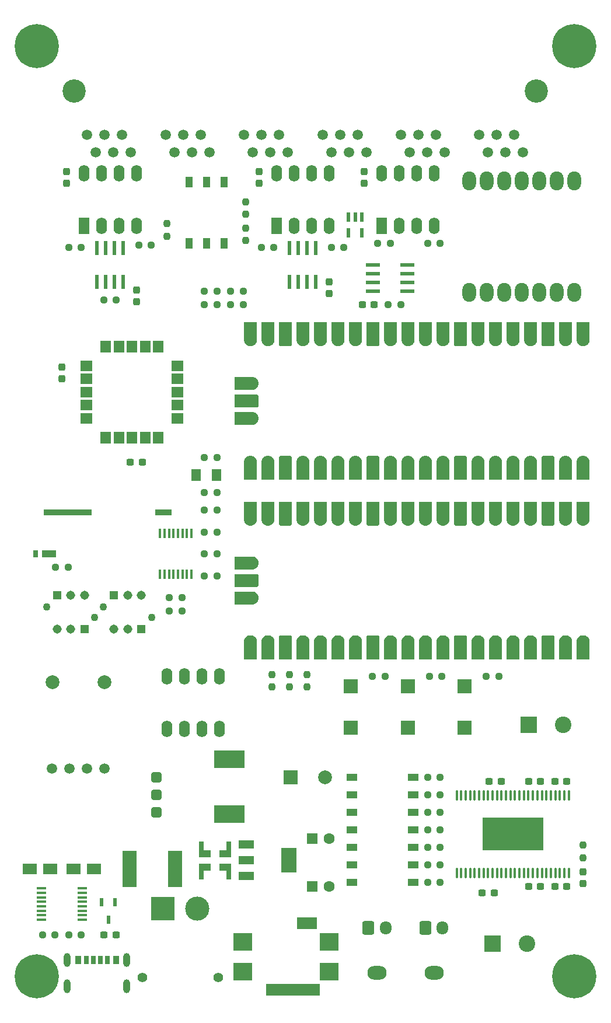
<source format=gts>
G04 #@! TF.GenerationSoftware,KiCad,Pcbnew,(6.0.9)*
G04 #@! TF.CreationDate,2022-12-24T14:41:02+09:00*
G04 #@! TF.ProjectId,MainBoard,4d61696e-426f-4617-9264-2e6b69636164,rev?*
G04 #@! TF.SameCoordinates,Original*
G04 #@! TF.FileFunction,Soldermask,Top*
G04 #@! TF.FilePolarity,Negative*
%FSLAX46Y46*%
G04 Gerber Fmt 4.6, Leading zero omitted, Abs format (unit mm)*
G04 Created by KiCad (PCBNEW (6.0.9)) date 2022-12-24 14:41:02*
%MOMM*%
%LPD*%
G01*
G04 APERTURE LIST*
G04 Aperture macros list*
%AMRoundRect*
0 Rectangle with rounded corners*
0 $1 Rounding radius*
0 $2 $3 $4 $5 $6 $7 $8 $9 X,Y pos of 4 corners*
0 Add a 4 corners polygon primitive as box body*
4,1,4,$2,$3,$4,$5,$6,$7,$8,$9,$2,$3,0*
0 Add four circle primitives for the rounded corners*
1,1,$1+$1,$2,$3*
1,1,$1+$1,$4,$5*
1,1,$1+$1,$6,$7*
1,1,$1+$1,$8,$9*
0 Add four rect primitives between the rounded corners*
20,1,$1+$1,$2,$3,$4,$5,0*
20,1,$1+$1,$4,$5,$6,$7,0*
20,1,$1+$1,$6,$7,$8,$9,0*
20,1,$1+$1,$8,$9,$2,$3,0*%
%AMFreePoly0*
4,1,17,1.875035,1.275035,1.875050,1.275000,1.875050,0.575000,1.875035,0.574965,1.875000,0.574950,0.575050,0.574950,0.575050,-0.425000,0.575035,-0.425035,0.575000,-0.425050,-0.425000,-0.425050,-0.425035,-0.425035,-0.425050,-0.425000,-0.425050,1.275000,-0.425035,1.275035,-0.425000,1.275050,1.875000,1.275050,1.875035,1.275035,1.875035,1.275035,$1*%
%AMFreePoly1*
4,1,17,0.425035,1.275035,0.425050,1.275000,0.425050,-0.425000,0.425035,-0.425035,0.425000,-0.425050,-0.575000,-0.425050,-0.575035,-0.425035,-0.575050,-0.425000,-0.575050,0.574950,-1.875000,0.574950,-1.875035,0.574965,-1.875050,0.575000,-1.875050,1.275000,-1.875035,1.275035,-1.875000,1.275050,0.425000,1.275050,0.425035,1.275035,0.425035,1.275035,$1*%
%AMFreePoly2*
4,1,17,0.425035,0.425035,0.425050,0.425000,0.425050,-1.275000,0.425035,-1.275035,0.425000,-1.275050,-1.875000,-1.275050,-1.875035,-1.275035,-1.875050,-1.275000,-1.875050,-0.575000,-1.875035,-0.574965,-1.875000,-0.574950,-0.575050,-0.574950,-0.575050,0.425000,-0.575035,0.425035,-0.575000,0.425050,0.425000,0.425050,0.425035,0.425035,0.425035,0.425035,$1*%
%AMFreePoly3*
4,1,17,0.575035,0.425035,0.575050,0.425000,0.575050,-0.574950,1.875000,-0.574950,1.875035,-0.574965,1.875050,-0.575000,1.875050,-1.275000,1.875035,-1.275035,1.875000,-1.275050,-0.425000,-1.275050,-0.425035,-1.275035,-0.425050,-1.275000,-0.425050,0.425000,-0.425035,0.425035,-0.425000,0.425050,0.575000,0.425050,0.575035,0.425035,0.575035,0.425035,$1*%
%AMFreePoly4*
4,1,6,1.000000,0.000000,0.500000,-0.750000,-0.500000,-0.750000,-0.500000,0.750000,0.500000,0.750000,1.000000,0.000000,1.000000,0.000000,$1*%
G04 Aperture macros list end*
%ADD10C,0.010000*%
%ADD11C,0.800000*%
%ADD12C,6.400000*%
%ADD13RoundRect,0.237500X-0.250000X-0.237500X0.250000X-0.237500X0.250000X0.237500X-0.250000X0.237500X0*%
%ADD14RoundRect,0.237500X0.250000X0.237500X-0.250000X0.237500X-0.250000X-0.237500X0.250000X-0.237500X0*%
%ADD15R,1.100000X1.500000*%
%ADD16RoundRect,0.237500X0.237500X-0.250000X0.237500X0.250000X-0.237500X0.250000X-0.237500X-0.250000X0*%
%ADD17RoundRect,0.237500X-0.237500X0.250000X-0.237500X-0.250000X0.237500X-0.250000X0.237500X0.250000X0*%
%ADD18R,2.000000X2.000000*%
%ADD19C,2.000000*%
%ADD20R,1.600000X2.400000*%
%ADD21O,1.600000X2.400000*%
%ADD22R,2.400000X2.400000*%
%ADD23C,2.400000*%
%ADD24C,1.400000*%
%ADD25R,3.500000X3.500000*%
%ADD26C,3.500000*%
%ADD27R,2.235200X1.219200*%
%ADD28R,2.200000X3.600000*%
%ADD29RoundRect,0.237500X-0.237500X0.300000X-0.237500X-0.300000X0.237500X-0.300000X0.237500X0.300000X0*%
%ADD30RoundRect,0.237500X0.300000X0.237500X-0.300000X0.237500X-0.300000X-0.237500X0.300000X-0.237500X0*%
%ADD31R,4.500000X2.600000*%
%ADD32O,1.998980X2.748280*%
%ADD33RoundRect,0.237500X0.237500X-0.300000X0.237500X0.300000X-0.237500X0.300000X-0.237500X-0.300000X0*%
%ADD34R,0.700000X1.150000*%
%ADD35R,0.800000X1.150000*%
%ADD36R,0.900000X1.150000*%
%ADD37O,1.000000X2.000000*%
%ADD38RoundRect,0.381000X0.381000X-0.381000X0.381000X0.381000X-0.381000X0.381000X-0.381000X-0.381000X0*%
%ADD39C,1.100000*%
%ADD40R,1.308000X1.308000*%
%ADD41C,1.308000*%
%ADD42FreePoly0,90.000000*%
%ADD43FreePoly1,90.000000*%
%ADD44FreePoly2,90.000000*%
%ADD45FreePoly3,90.000000*%
%ADD46RoundRect,0.100000X-0.100000X0.637500X-0.100000X-0.637500X0.100000X-0.637500X0.100000X0.637500X0*%
%ADD47R,8.800000X4.800000*%
%ADD48RoundRect,0.250001X0.462499X0.624999X-0.462499X0.624999X-0.462499X-0.624999X0.462499X-0.624999X0*%
%ADD49R,1.600000X1.600000*%
%ADD50C,1.600000*%
%ADD51C,1.500000*%
%ADD52RoundRect,0.041300X0.943700X0.253700X-0.943700X0.253700X-0.943700X-0.253700X0.943700X-0.253700X0*%
%ADD53R,2.000000X5.300000*%
%ADD54R,2.670000X2.500000*%
%ADD55R,2.895000X1.765000*%
%ADD56R,7.900000X1.765000*%
%ADD57R,1.500000X1.500000*%
%ADD58FreePoly4,180.000000*%
%ADD59FreePoly4,0.000000*%
%ADD60R,2.000000X1.100000*%
%ADD61R,0.800000X1.100000*%
%ADD62R,1.500000X1.100000*%
%ADD63C,3.380000*%
%ADD64C,1.509000*%
%ADD65O,2.800000X2.000000*%
%ADD66RoundRect,0.250000X-0.600000X-0.725000X0.600000X-0.725000X0.600000X0.725000X-0.600000X0.725000X0*%
%ADD67O,1.700000X1.950000*%
%ADD68R,1.475000X0.450000*%
%ADD69RoundRect,0.237500X-0.300000X-0.237500X0.300000X-0.237500X0.300000X0.237500X-0.300000X0.237500X0*%
%ADD70R,1.500000X1.800000*%
%ADD71R,1.800000X1.500000*%
%ADD72RoundRect,0.041300X-0.253700X0.943700X-0.253700X-0.943700X0.253700X-0.943700X0.253700X0.943700X0*%
%ADD73R,7.000000X0.950000*%
%ADD74R,2.350000X0.950000*%
%ADD75R,0.558800X1.422400*%
%ADD76RoundRect,0.088500X-0.206500X0.516500X-0.206500X-0.516500X0.206500X-0.516500X0.206500X0.516500X0*%
%ADD77R,0.450000X1.475000*%
G04 APERTURE END LIST*
G36*
X107580000Y-75565000D02*
G01*
X107579000Y-75612000D01*
X107575000Y-75659000D01*
X107569000Y-75706000D01*
X107560000Y-75752000D01*
X107549000Y-75798000D01*
X107536000Y-75843000D01*
X107520000Y-75888000D01*
X107502000Y-75931000D01*
X107482000Y-75974000D01*
X107459000Y-76015000D01*
X107435000Y-76055000D01*
X107408000Y-76094000D01*
X107379000Y-76131000D01*
X107349000Y-76167000D01*
X107316000Y-76201000D01*
X107282000Y-76234000D01*
X107246000Y-76264000D01*
X107209000Y-76293000D01*
X107170000Y-76320000D01*
X107130000Y-76344000D01*
X107089000Y-76367000D01*
X107046000Y-76387000D01*
X107003000Y-76405000D01*
X106958000Y-76421000D01*
X106913000Y-76434000D01*
X106867000Y-76445000D01*
X106821000Y-76454000D01*
X106774000Y-76460000D01*
X106727000Y-76464000D01*
X106680000Y-76465000D01*
X106633000Y-76464000D01*
X106586000Y-76460000D01*
X106539000Y-76454000D01*
X106493000Y-76445000D01*
X106447000Y-76434000D01*
X106402000Y-76421000D01*
X106357000Y-76405000D01*
X106314000Y-76387000D01*
X106271000Y-76367000D01*
X106230000Y-76344000D01*
X106190000Y-76320000D01*
X106151000Y-76293000D01*
X106114000Y-76264000D01*
X106078000Y-76234000D01*
X106044000Y-76201000D01*
X106011000Y-76167000D01*
X105981000Y-76131000D01*
X105952000Y-76094000D01*
X105925000Y-76055000D01*
X105901000Y-76015000D01*
X105878000Y-75974000D01*
X105858000Y-75931000D01*
X105840000Y-75888000D01*
X105824000Y-75843000D01*
X105811000Y-75798000D01*
X105800000Y-75752000D01*
X105791000Y-75706000D01*
X105785000Y-75659000D01*
X105781000Y-75612000D01*
X105780000Y-75565000D01*
X105780000Y-73065000D01*
X107580000Y-73065000D01*
X107580000Y-75565000D01*
G37*
D10*
X107580000Y-75565000D02*
X107579000Y-75612000D01*
X107575000Y-75659000D01*
X107569000Y-75706000D01*
X107560000Y-75752000D01*
X107549000Y-75798000D01*
X107536000Y-75843000D01*
X107520000Y-75888000D01*
X107502000Y-75931000D01*
X107482000Y-75974000D01*
X107459000Y-76015000D01*
X107435000Y-76055000D01*
X107408000Y-76094000D01*
X107379000Y-76131000D01*
X107349000Y-76167000D01*
X107316000Y-76201000D01*
X107282000Y-76234000D01*
X107246000Y-76264000D01*
X107209000Y-76293000D01*
X107170000Y-76320000D01*
X107130000Y-76344000D01*
X107089000Y-76367000D01*
X107046000Y-76387000D01*
X107003000Y-76405000D01*
X106958000Y-76421000D01*
X106913000Y-76434000D01*
X106867000Y-76445000D01*
X106821000Y-76454000D01*
X106774000Y-76460000D01*
X106727000Y-76464000D01*
X106680000Y-76465000D01*
X106633000Y-76464000D01*
X106586000Y-76460000D01*
X106539000Y-76454000D01*
X106493000Y-76445000D01*
X106447000Y-76434000D01*
X106402000Y-76421000D01*
X106357000Y-76405000D01*
X106314000Y-76387000D01*
X106271000Y-76367000D01*
X106230000Y-76344000D01*
X106190000Y-76320000D01*
X106151000Y-76293000D01*
X106114000Y-76264000D01*
X106078000Y-76234000D01*
X106044000Y-76201000D01*
X106011000Y-76167000D01*
X105981000Y-76131000D01*
X105952000Y-76094000D01*
X105925000Y-76055000D01*
X105901000Y-76015000D01*
X105878000Y-75974000D01*
X105858000Y-75931000D01*
X105840000Y-75888000D01*
X105824000Y-75843000D01*
X105811000Y-75798000D01*
X105800000Y-75752000D01*
X105791000Y-75706000D01*
X105785000Y-75659000D01*
X105781000Y-75612000D01*
X105780000Y-75565000D01*
X105780000Y-73065000D01*
X107580000Y-73065000D01*
X107580000Y-75565000D01*
G36*
X135520000Y-75565000D02*
G01*
X135519000Y-75612000D01*
X135515000Y-75659000D01*
X135509000Y-75706000D01*
X135500000Y-75752000D01*
X135489000Y-75798000D01*
X135476000Y-75843000D01*
X135460000Y-75888000D01*
X135442000Y-75931000D01*
X135422000Y-75974000D01*
X135399000Y-76015000D01*
X135375000Y-76055000D01*
X135348000Y-76094000D01*
X135319000Y-76131000D01*
X135289000Y-76167000D01*
X135256000Y-76201000D01*
X135222000Y-76234000D01*
X135186000Y-76264000D01*
X135149000Y-76293000D01*
X135110000Y-76320000D01*
X135070000Y-76344000D01*
X135029000Y-76367000D01*
X134986000Y-76387000D01*
X134943000Y-76405000D01*
X134898000Y-76421000D01*
X134853000Y-76434000D01*
X134807000Y-76445000D01*
X134761000Y-76454000D01*
X134714000Y-76460000D01*
X134667000Y-76464000D01*
X134620000Y-76465000D01*
X134573000Y-76464000D01*
X134526000Y-76460000D01*
X134479000Y-76454000D01*
X134433000Y-76445000D01*
X134387000Y-76434000D01*
X134342000Y-76421000D01*
X134297000Y-76405000D01*
X134254000Y-76387000D01*
X134211000Y-76367000D01*
X134170000Y-76344000D01*
X134130000Y-76320000D01*
X134091000Y-76293000D01*
X134054000Y-76264000D01*
X134018000Y-76234000D01*
X133984000Y-76201000D01*
X133951000Y-76167000D01*
X133921000Y-76131000D01*
X133892000Y-76094000D01*
X133865000Y-76055000D01*
X133841000Y-76015000D01*
X133818000Y-75974000D01*
X133798000Y-75931000D01*
X133780000Y-75888000D01*
X133764000Y-75843000D01*
X133751000Y-75798000D01*
X133740000Y-75752000D01*
X133731000Y-75706000D01*
X133725000Y-75659000D01*
X133721000Y-75612000D01*
X133720000Y-75565000D01*
X133720000Y-73065000D01*
X135520000Y-73065000D01*
X135520000Y-75565000D01*
G37*
X135520000Y-75565000D02*
X135519000Y-75612000D01*
X135515000Y-75659000D01*
X135509000Y-75706000D01*
X135500000Y-75752000D01*
X135489000Y-75798000D01*
X135476000Y-75843000D01*
X135460000Y-75888000D01*
X135442000Y-75931000D01*
X135422000Y-75974000D01*
X135399000Y-76015000D01*
X135375000Y-76055000D01*
X135348000Y-76094000D01*
X135319000Y-76131000D01*
X135289000Y-76167000D01*
X135256000Y-76201000D01*
X135222000Y-76234000D01*
X135186000Y-76264000D01*
X135149000Y-76293000D01*
X135110000Y-76320000D01*
X135070000Y-76344000D01*
X135029000Y-76367000D01*
X134986000Y-76387000D01*
X134943000Y-76405000D01*
X134898000Y-76421000D01*
X134853000Y-76434000D01*
X134807000Y-76445000D01*
X134761000Y-76454000D01*
X134714000Y-76460000D01*
X134667000Y-76464000D01*
X134620000Y-76465000D01*
X134573000Y-76464000D01*
X134526000Y-76460000D01*
X134479000Y-76454000D01*
X134433000Y-76445000D01*
X134387000Y-76434000D01*
X134342000Y-76421000D01*
X134297000Y-76405000D01*
X134254000Y-76387000D01*
X134211000Y-76367000D01*
X134170000Y-76344000D01*
X134130000Y-76320000D01*
X134091000Y-76293000D01*
X134054000Y-76264000D01*
X134018000Y-76234000D01*
X133984000Y-76201000D01*
X133951000Y-76167000D01*
X133921000Y-76131000D01*
X133892000Y-76094000D01*
X133865000Y-76055000D01*
X133841000Y-76015000D01*
X133818000Y-75974000D01*
X133798000Y-75931000D01*
X133780000Y-75888000D01*
X133764000Y-75843000D01*
X133751000Y-75798000D01*
X133740000Y-75752000D01*
X133731000Y-75706000D01*
X133725000Y-75659000D01*
X133721000Y-75612000D01*
X133720000Y-75565000D01*
X133720000Y-73065000D01*
X135520000Y-73065000D01*
X135520000Y-75565000D01*
G36*
X94841000Y-83557000D02*
G01*
X94857000Y-83559000D01*
X94872000Y-83562000D01*
X94888000Y-83565000D01*
X94918000Y-83575000D01*
X94932000Y-83581000D01*
X94960000Y-83595000D01*
X94973000Y-83603000D01*
X94986000Y-83612000D01*
X94999000Y-83622000D01*
X95011000Y-83632000D01*
X95033000Y-83654000D01*
X95043000Y-83666000D01*
X95053000Y-83679000D01*
X95062000Y-83692000D01*
X95070000Y-83705000D01*
X95084000Y-83733000D01*
X95090000Y-83747000D01*
X95100000Y-83777000D01*
X95103000Y-83793000D01*
X95106000Y-83808000D01*
X95108000Y-83824000D01*
X95110000Y-83839000D01*
X95110000Y-85071000D01*
X95108000Y-85086000D01*
X95106000Y-85102000D01*
X95103000Y-85117000D01*
X95100000Y-85133000D01*
X95090000Y-85163000D01*
X95084000Y-85177000D01*
X95070000Y-85205000D01*
X95062000Y-85218000D01*
X95053000Y-85231000D01*
X95043000Y-85244000D01*
X95033000Y-85256000D01*
X95011000Y-85278000D01*
X94999000Y-85288000D01*
X94986000Y-85298000D01*
X94973000Y-85307000D01*
X94960000Y-85315000D01*
X94932000Y-85329000D01*
X94918000Y-85335000D01*
X94888000Y-85345000D01*
X94872000Y-85348000D01*
X94857000Y-85351000D01*
X94841000Y-85353000D01*
X94826000Y-85355000D01*
X91710000Y-85355000D01*
X91710000Y-83555000D01*
X94826000Y-83555000D01*
X94841000Y-83557000D01*
G37*
X94841000Y-83557000D02*
X94857000Y-83559000D01*
X94872000Y-83562000D01*
X94888000Y-83565000D01*
X94918000Y-83575000D01*
X94932000Y-83581000D01*
X94960000Y-83595000D01*
X94973000Y-83603000D01*
X94986000Y-83612000D01*
X94999000Y-83622000D01*
X95011000Y-83632000D01*
X95033000Y-83654000D01*
X95043000Y-83666000D01*
X95053000Y-83679000D01*
X95062000Y-83692000D01*
X95070000Y-83705000D01*
X95084000Y-83733000D01*
X95090000Y-83747000D01*
X95100000Y-83777000D01*
X95103000Y-83793000D01*
X95106000Y-83808000D01*
X95108000Y-83824000D01*
X95110000Y-83839000D01*
X95110000Y-85071000D01*
X95108000Y-85086000D01*
X95106000Y-85102000D01*
X95103000Y-85117000D01*
X95100000Y-85133000D01*
X95090000Y-85163000D01*
X95084000Y-85177000D01*
X95070000Y-85205000D01*
X95062000Y-85218000D01*
X95053000Y-85231000D01*
X95043000Y-85244000D01*
X95033000Y-85256000D01*
X95011000Y-85278000D01*
X94999000Y-85288000D01*
X94986000Y-85298000D01*
X94973000Y-85307000D01*
X94960000Y-85315000D01*
X94932000Y-85329000D01*
X94918000Y-85335000D01*
X94888000Y-85345000D01*
X94872000Y-85348000D01*
X94857000Y-85351000D01*
X94841000Y-85353000D01*
X94826000Y-85355000D01*
X91710000Y-85355000D01*
X91710000Y-83555000D01*
X94826000Y-83555000D01*
X94841000Y-83557000D01*
G36*
X120280000Y-75565000D02*
G01*
X120279000Y-75612000D01*
X120275000Y-75659000D01*
X120269000Y-75706000D01*
X120260000Y-75752000D01*
X120249000Y-75798000D01*
X120236000Y-75843000D01*
X120220000Y-75888000D01*
X120202000Y-75931000D01*
X120182000Y-75974000D01*
X120159000Y-76015000D01*
X120135000Y-76055000D01*
X120108000Y-76094000D01*
X120079000Y-76131000D01*
X120049000Y-76167000D01*
X120016000Y-76201000D01*
X119982000Y-76234000D01*
X119946000Y-76264000D01*
X119909000Y-76293000D01*
X119870000Y-76320000D01*
X119830000Y-76344000D01*
X119789000Y-76367000D01*
X119746000Y-76387000D01*
X119703000Y-76405000D01*
X119658000Y-76421000D01*
X119613000Y-76434000D01*
X119567000Y-76445000D01*
X119521000Y-76454000D01*
X119474000Y-76460000D01*
X119427000Y-76464000D01*
X119380000Y-76465000D01*
X119333000Y-76464000D01*
X119286000Y-76460000D01*
X119239000Y-76454000D01*
X119193000Y-76445000D01*
X119147000Y-76434000D01*
X119102000Y-76421000D01*
X119057000Y-76405000D01*
X119014000Y-76387000D01*
X118971000Y-76367000D01*
X118930000Y-76344000D01*
X118890000Y-76320000D01*
X118851000Y-76293000D01*
X118814000Y-76264000D01*
X118778000Y-76234000D01*
X118744000Y-76201000D01*
X118711000Y-76167000D01*
X118681000Y-76131000D01*
X118652000Y-76094000D01*
X118625000Y-76055000D01*
X118601000Y-76015000D01*
X118578000Y-75974000D01*
X118558000Y-75931000D01*
X118540000Y-75888000D01*
X118524000Y-75843000D01*
X118511000Y-75798000D01*
X118500000Y-75752000D01*
X118491000Y-75706000D01*
X118485000Y-75659000D01*
X118481000Y-75612000D01*
X118480000Y-75565000D01*
X118480000Y-73065000D01*
X120280000Y-73065000D01*
X120280000Y-75565000D01*
G37*
X120280000Y-75565000D02*
X120279000Y-75612000D01*
X120275000Y-75659000D01*
X120269000Y-75706000D01*
X120260000Y-75752000D01*
X120249000Y-75798000D01*
X120236000Y-75843000D01*
X120220000Y-75888000D01*
X120202000Y-75931000D01*
X120182000Y-75974000D01*
X120159000Y-76015000D01*
X120135000Y-76055000D01*
X120108000Y-76094000D01*
X120079000Y-76131000D01*
X120049000Y-76167000D01*
X120016000Y-76201000D01*
X119982000Y-76234000D01*
X119946000Y-76264000D01*
X119909000Y-76293000D01*
X119870000Y-76320000D01*
X119830000Y-76344000D01*
X119789000Y-76367000D01*
X119746000Y-76387000D01*
X119703000Y-76405000D01*
X119658000Y-76421000D01*
X119613000Y-76434000D01*
X119567000Y-76445000D01*
X119521000Y-76454000D01*
X119474000Y-76460000D01*
X119427000Y-76464000D01*
X119380000Y-76465000D01*
X119333000Y-76464000D01*
X119286000Y-76460000D01*
X119239000Y-76454000D01*
X119193000Y-76445000D01*
X119147000Y-76434000D01*
X119102000Y-76421000D01*
X119057000Y-76405000D01*
X119014000Y-76387000D01*
X118971000Y-76367000D01*
X118930000Y-76344000D01*
X118890000Y-76320000D01*
X118851000Y-76293000D01*
X118814000Y-76264000D01*
X118778000Y-76234000D01*
X118744000Y-76201000D01*
X118711000Y-76167000D01*
X118681000Y-76131000D01*
X118652000Y-76094000D01*
X118625000Y-76055000D01*
X118601000Y-76015000D01*
X118578000Y-75974000D01*
X118558000Y-75931000D01*
X118540000Y-75888000D01*
X118524000Y-75843000D01*
X118511000Y-75798000D01*
X118500000Y-75752000D01*
X118491000Y-75706000D01*
X118485000Y-75659000D01*
X118481000Y-75612000D01*
X118480000Y-75565000D01*
X118480000Y-73065000D01*
X120280000Y-73065000D01*
X120280000Y-75565000D01*
G36*
X117740000Y-75565000D02*
G01*
X117739000Y-75612000D01*
X117735000Y-75659000D01*
X117729000Y-75706000D01*
X117720000Y-75752000D01*
X117709000Y-75798000D01*
X117696000Y-75843000D01*
X117680000Y-75888000D01*
X117662000Y-75931000D01*
X117642000Y-75974000D01*
X117619000Y-76015000D01*
X117595000Y-76055000D01*
X117568000Y-76094000D01*
X117539000Y-76131000D01*
X117509000Y-76167000D01*
X117476000Y-76201000D01*
X117442000Y-76234000D01*
X117406000Y-76264000D01*
X117369000Y-76293000D01*
X117330000Y-76320000D01*
X117290000Y-76344000D01*
X117249000Y-76367000D01*
X117206000Y-76387000D01*
X117163000Y-76405000D01*
X117118000Y-76421000D01*
X117073000Y-76434000D01*
X117027000Y-76445000D01*
X116981000Y-76454000D01*
X116934000Y-76460000D01*
X116887000Y-76464000D01*
X116840000Y-76465000D01*
X116793000Y-76464000D01*
X116746000Y-76460000D01*
X116699000Y-76454000D01*
X116653000Y-76445000D01*
X116607000Y-76434000D01*
X116562000Y-76421000D01*
X116517000Y-76405000D01*
X116474000Y-76387000D01*
X116431000Y-76367000D01*
X116390000Y-76344000D01*
X116350000Y-76320000D01*
X116311000Y-76293000D01*
X116274000Y-76264000D01*
X116238000Y-76234000D01*
X116204000Y-76201000D01*
X116171000Y-76167000D01*
X116141000Y-76131000D01*
X116112000Y-76094000D01*
X116085000Y-76055000D01*
X116061000Y-76015000D01*
X116038000Y-75974000D01*
X116018000Y-75931000D01*
X116000000Y-75888000D01*
X115984000Y-75843000D01*
X115971000Y-75798000D01*
X115960000Y-75752000D01*
X115951000Y-75706000D01*
X115945000Y-75659000D01*
X115941000Y-75612000D01*
X115940000Y-75565000D01*
X115940000Y-73065000D01*
X117740000Y-73065000D01*
X117740000Y-75565000D01*
G37*
X117740000Y-75565000D02*
X117739000Y-75612000D01*
X117735000Y-75659000D01*
X117729000Y-75706000D01*
X117720000Y-75752000D01*
X117709000Y-75798000D01*
X117696000Y-75843000D01*
X117680000Y-75888000D01*
X117662000Y-75931000D01*
X117642000Y-75974000D01*
X117619000Y-76015000D01*
X117595000Y-76055000D01*
X117568000Y-76094000D01*
X117539000Y-76131000D01*
X117509000Y-76167000D01*
X117476000Y-76201000D01*
X117442000Y-76234000D01*
X117406000Y-76264000D01*
X117369000Y-76293000D01*
X117330000Y-76320000D01*
X117290000Y-76344000D01*
X117249000Y-76367000D01*
X117206000Y-76387000D01*
X117163000Y-76405000D01*
X117118000Y-76421000D01*
X117073000Y-76434000D01*
X117027000Y-76445000D01*
X116981000Y-76454000D01*
X116934000Y-76460000D01*
X116887000Y-76464000D01*
X116840000Y-76465000D01*
X116793000Y-76464000D01*
X116746000Y-76460000D01*
X116699000Y-76454000D01*
X116653000Y-76445000D01*
X116607000Y-76434000D01*
X116562000Y-76421000D01*
X116517000Y-76405000D01*
X116474000Y-76387000D01*
X116431000Y-76367000D01*
X116390000Y-76344000D01*
X116350000Y-76320000D01*
X116311000Y-76293000D01*
X116274000Y-76264000D01*
X116238000Y-76234000D01*
X116204000Y-76201000D01*
X116171000Y-76167000D01*
X116141000Y-76131000D01*
X116112000Y-76094000D01*
X116085000Y-76055000D01*
X116061000Y-76015000D01*
X116038000Y-75974000D01*
X116018000Y-75931000D01*
X116000000Y-75888000D01*
X115984000Y-75843000D01*
X115971000Y-75798000D01*
X115960000Y-75752000D01*
X115951000Y-75706000D01*
X115945000Y-75659000D01*
X115941000Y-75612000D01*
X115940000Y-75565000D01*
X115940000Y-73065000D01*
X117740000Y-73065000D01*
X117740000Y-75565000D01*
G36*
X99960000Y-76181000D02*
G01*
X99958000Y-76196000D01*
X99956000Y-76212000D01*
X99953000Y-76227000D01*
X99950000Y-76243000D01*
X99940000Y-76273000D01*
X99934000Y-76287000D01*
X99920000Y-76315000D01*
X99912000Y-76328000D01*
X99903000Y-76341000D01*
X99893000Y-76354000D01*
X99883000Y-76366000D01*
X99861000Y-76388000D01*
X99849000Y-76398000D01*
X99836000Y-76408000D01*
X99823000Y-76417000D01*
X99810000Y-76425000D01*
X99782000Y-76439000D01*
X99768000Y-76445000D01*
X99738000Y-76455000D01*
X99722000Y-76458000D01*
X99707000Y-76461000D01*
X99691000Y-76463000D01*
X99676000Y-76465000D01*
X98444000Y-76465000D01*
X98429000Y-76463000D01*
X98413000Y-76461000D01*
X98398000Y-76458000D01*
X98382000Y-76455000D01*
X98352000Y-76445000D01*
X98338000Y-76439000D01*
X98310000Y-76425000D01*
X98297000Y-76417000D01*
X98284000Y-76408000D01*
X98271000Y-76398000D01*
X98259000Y-76388000D01*
X98237000Y-76366000D01*
X98227000Y-76354000D01*
X98217000Y-76341000D01*
X98208000Y-76328000D01*
X98200000Y-76315000D01*
X98186000Y-76287000D01*
X98180000Y-76273000D01*
X98170000Y-76243000D01*
X98167000Y-76227000D01*
X98164000Y-76212000D01*
X98162000Y-76196000D01*
X98160000Y-76181000D01*
X98160000Y-73065000D01*
X99960000Y-73065000D01*
X99960000Y-76181000D01*
G37*
X99960000Y-76181000D02*
X99958000Y-76196000D01*
X99956000Y-76212000D01*
X99953000Y-76227000D01*
X99950000Y-76243000D01*
X99940000Y-76273000D01*
X99934000Y-76287000D01*
X99920000Y-76315000D01*
X99912000Y-76328000D01*
X99903000Y-76341000D01*
X99893000Y-76354000D01*
X99883000Y-76366000D01*
X99861000Y-76388000D01*
X99849000Y-76398000D01*
X99836000Y-76408000D01*
X99823000Y-76417000D01*
X99810000Y-76425000D01*
X99782000Y-76439000D01*
X99768000Y-76445000D01*
X99738000Y-76455000D01*
X99722000Y-76458000D01*
X99707000Y-76461000D01*
X99691000Y-76463000D01*
X99676000Y-76465000D01*
X98444000Y-76465000D01*
X98429000Y-76463000D01*
X98413000Y-76461000D01*
X98398000Y-76458000D01*
X98382000Y-76455000D01*
X98352000Y-76445000D01*
X98338000Y-76439000D01*
X98310000Y-76425000D01*
X98297000Y-76417000D01*
X98284000Y-76408000D01*
X98271000Y-76398000D01*
X98259000Y-76388000D01*
X98237000Y-76366000D01*
X98227000Y-76354000D01*
X98217000Y-76341000D01*
X98208000Y-76328000D01*
X98200000Y-76315000D01*
X98186000Y-76287000D01*
X98180000Y-76273000D01*
X98170000Y-76243000D01*
X98167000Y-76227000D01*
X98164000Y-76212000D01*
X98162000Y-76196000D01*
X98160000Y-76181000D01*
X98160000Y-73065000D01*
X99960000Y-73065000D01*
X99960000Y-76181000D01*
G36*
X114347000Y-92446000D02*
G01*
X114394000Y-92450000D01*
X114441000Y-92456000D01*
X114487000Y-92465000D01*
X114533000Y-92476000D01*
X114578000Y-92489000D01*
X114623000Y-92505000D01*
X114666000Y-92523000D01*
X114709000Y-92543000D01*
X114750000Y-92566000D01*
X114790000Y-92590000D01*
X114829000Y-92617000D01*
X114866000Y-92646000D01*
X114902000Y-92676000D01*
X114936000Y-92709000D01*
X114969000Y-92743000D01*
X114999000Y-92779000D01*
X115028000Y-92816000D01*
X115055000Y-92855000D01*
X115079000Y-92895000D01*
X115102000Y-92936000D01*
X115122000Y-92979000D01*
X115140000Y-93022000D01*
X115156000Y-93067000D01*
X115169000Y-93112000D01*
X115180000Y-93158000D01*
X115189000Y-93204000D01*
X115195000Y-93251000D01*
X115199000Y-93298000D01*
X115200000Y-93345000D01*
X115200000Y-95845000D01*
X113400000Y-95845000D01*
X113400000Y-93345000D01*
X113401000Y-93298000D01*
X113405000Y-93251000D01*
X113411000Y-93204000D01*
X113420000Y-93158000D01*
X113431000Y-93112000D01*
X113444000Y-93067000D01*
X113460000Y-93022000D01*
X113478000Y-92979000D01*
X113498000Y-92936000D01*
X113521000Y-92895000D01*
X113545000Y-92855000D01*
X113572000Y-92816000D01*
X113601000Y-92779000D01*
X113631000Y-92743000D01*
X113664000Y-92709000D01*
X113698000Y-92676000D01*
X113734000Y-92646000D01*
X113771000Y-92617000D01*
X113810000Y-92590000D01*
X113850000Y-92566000D01*
X113891000Y-92543000D01*
X113934000Y-92523000D01*
X113977000Y-92505000D01*
X114022000Y-92489000D01*
X114067000Y-92476000D01*
X114113000Y-92465000D01*
X114159000Y-92456000D01*
X114206000Y-92450000D01*
X114253000Y-92446000D01*
X114300000Y-92445000D01*
X114347000Y-92446000D01*
G37*
X114347000Y-92446000D02*
X114394000Y-92450000D01*
X114441000Y-92456000D01*
X114487000Y-92465000D01*
X114533000Y-92476000D01*
X114578000Y-92489000D01*
X114623000Y-92505000D01*
X114666000Y-92523000D01*
X114709000Y-92543000D01*
X114750000Y-92566000D01*
X114790000Y-92590000D01*
X114829000Y-92617000D01*
X114866000Y-92646000D01*
X114902000Y-92676000D01*
X114936000Y-92709000D01*
X114969000Y-92743000D01*
X114999000Y-92779000D01*
X115028000Y-92816000D01*
X115055000Y-92855000D01*
X115079000Y-92895000D01*
X115102000Y-92936000D01*
X115122000Y-92979000D01*
X115140000Y-93022000D01*
X115156000Y-93067000D01*
X115169000Y-93112000D01*
X115180000Y-93158000D01*
X115189000Y-93204000D01*
X115195000Y-93251000D01*
X115199000Y-93298000D01*
X115200000Y-93345000D01*
X115200000Y-95845000D01*
X113400000Y-95845000D01*
X113400000Y-93345000D01*
X113401000Y-93298000D01*
X113405000Y-93251000D01*
X113411000Y-93204000D01*
X113420000Y-93158000D01*
X113431000Y-93112000D01*
X113444000Y-93067000D01*
X113460000Y-93022000D01*
X113478000Y-92979000D01*
X113498000Y-92936000D01*
X113521000Y-92895000D01*
X113545000Y-92855000D01*
X113572000Y-92816000D01*
X113601000Y-92779000D01*
X113631000Y-92743000D01*
X113664000Y-92709000D01*
X113698000Y-92676000D01*
X113734000Y-92646000D01*
X113771000Y-92617000D01*
X113810000Y-92590000D01*
X113850000Y-92566000D01*
X113891000Y-92543000D01*
X113934000Y-92523000D01*
X113977000Y-92505000D01*
X114022000Y-92489000D01*
X114067000Y-92476000D01*
X114113000Y-92465000D01*
X114159000Y-92456000D01*
X114206000Y-92450000D01*
X114253000Y-92446000D01*
X114300000Y-92445000D01*
X114347000Y-92446000D01*
G36*
X94257000Y-81016000D02*
G01*
X94304000Y-81020000D01*
X94351000Y-81026000D01*
X94397000Y-81035000D01*
X94443000Y-81046000D01*
X94488000Y-81059000D01*
X94533000Y-81075000D01*
X94576000Y-81093000D01*
X94619000Y-81113000D01*
X94660000Y-81136000D01*
X94700000Y-81160000D01*
X94739000Y-81187000D01*
X94776000Y-81216000D01*
X94812000Y-81246000D01*
X94846000Y-81279000D01*
X94879000Y-81313000D01*
X94909000Y-81349000D01*
X94938000Y-81386000D01*
X94965000Y-81425000D01*
X94989000Y-81465000D01*
X95012000Y-81506000D01*
X95032000Y-81549000D01*
X95050000Y-81592000D01*
X95066000Y-81637000D01*
X95079000Y-81682000D01*
X95090000Y-81728000D01*
X95099000Y-81774000D01*
X95105000Y-81821000D01*
X95109000Y-81868000D01*
X95110000Y-81915000D01*
X95109000Y-81962000D01*
X95105000Y-82009000D01*
X95099000Y-82056000D01*
X95090000Y-82102000D01*
X95079000Y-82148000D01*
X95066000Y-82193000D01*
X95050000Y-82238000D01*
X95032000Y-82281000D01*
X95012000Y-82324000D01*
X94989000Y-82365000D01*
X94965000Y-82405000D01*
X94938000Y-82444000D01*
X94909000Y-82481000D01*
X94879000Y-82517000D01*
X94846000Y-82551000D01*
X94812000Y-82584000D01*
X94776000Y-82614000D01*
X94739000Y-82643000D01*
X94700000Y-82670000D01*
X94660000Y-82694000D01*
X94619000Y-82717000D01*
X94576000Y-82737000D01*
X94533000Y-82755000D01*
X94488000Y-82771000D01*
X94443000Y-82784000D01*
X94397000Y-82795000D01*
X94351000Y-82804000D01*
X94304000Y-82810000D01*
X94257000Y-82814000D01*
X94210000Y-82815000D01*
X91710000Y-82815000D01*
X91710000Y-81015000D01*
X94210000Y-81015000D01*
X94257000Y-81016000D01*
G37*
X94257000Y-81016000D02*
X94304000Y-81020000D01*
X94351000Y-81026000D01*
X94397000Y-81035000D01*
X94443000Y-81046000D01*
X94488000Y-81059000D01*
X94533000Y-81075000D01*
X94576000Y-81093000D01*
X94619000Y-81113000D01*
X94660000Y-81136000D01*
X94700000Y-81160000D01*
X94739000Y-81187000D01*
X94776000Y-81216000D01*
X94812000Y-81246000D01*
X94846000Y-81279000D01*
X94879000Y-81313000D01*
X94909000Y-81349000D01*
X94938000Y-81386000D01*
X94965000Y-81425000D01*
X94989000Y-81465000D01*
X95012000Y-81506000D01*
X95032000Y-81549000D01*
X95050000Y-81592000D01*
X95066000Y-81637000D01*
X95079000Y-81682000D01*
X95090000Y-81728000D01*
X95099000Y-81774000D01*
X95105000Y-81821000D01*
X95109000Y-81868000D01*
X95110000Y-81915000D01*
X95109000Y-81962000D01*
X95105000Y-82009000D01*
X95099000Y-82056000D01*
X95090000Y-82102000D01*
X95079000Y-82148000D01*
X95066000Y-82193000D01*
X95050000Y-82238000D01*
X95032000Y-82281000D01*
X95012000Y-82324000D01*
X94989000Y-82365000D01*
X94965000Y-82405000D01*
X94938000Y-82444000D01*
X94909000Y-82481000D01*
X94879000Y-82517000D01*
X94846000Y-82551000D01*
X94812000Y-82584000D01*
X94776000Y-82614000D01*
X94739000Y-82643000D01*
X94700000Y-82670000D01*
X94660000Y-82694000D01*
X94619000Y-82717000D01*
X94576000Y-82737000D01*
X94533000Y-82755000D01*
X94488000Y-82771000D01*
X94443000Y-82784000D01*
X94397000Y-82795000D01*
X94351000Y-82804000D01*
X94304000Y-82810000D01*
X94257000Y-82814000D01*
X94210000Y-82815000D01*
X91710000Y-82815000D01*
X91710000Y-81015000D01*
X94210000Y-81015000D01*
X94257000Y-81016000D01*
G36*
X115200000Y-75565000D02*
G01*
X115199000Y-75612000D01*
X115195000Y-75659000D01*
X115189000Y-75706000D01*
X115180000Y-75752000D01*
X115169000Y-75798000D01*
X115156000Y-75843000D01*
X115140000Y-75888000D01*
X115122000Y-75931000D01*
X115102000Y-75974000D01*
X115079000Y-76015000D01*
X115055000Y-76055000D01*
X115028000Y-76094000D01*
X114999000Y-76131000D01*
X114969000Y-76167000D01*
X114936000Y-76201000D01*
X114902000Y-76234000D01*
X114866000Y-76264000D01*
X114829000Y-76293000D01*
X114790000Y-76320000D01*
X114750000Y-76344000D01*
X114709000Y-76367000D01*
X114666000Y-76387000D01*
X114623000Y-76405000D01*
X114578000Y-76421000D01*
X114533000Y-76434000D01*
X114487000Y-76445000D01*
X114441000Y-76454000D01*
X114394000Y-76460000D01*
X114347000Y-76464000D01*
X114300000Y-76465000D01*
X114253000Y-76464000D01*
X114206000Y-76460000D01*
X114159000Y-76454000D01*
X114113000Y-76445000D01*
X114067000Y-76434000D01*
X114022000Y-76421000D01*
X113977000Y-76405000D01*
X113934000Y-76387000D01*
X113891000Y-76367000D01*
X113850000Y-76344000D01*
X113810000Y-76320000D01*
X113771000Y-76293000D01*
X113734000Y-76264000D01*
X113698000Y-76234000D01*
X113664000Y-76201000D01*
X113631000Y-76167000D01*
X113601000Y-76131000D01*
X113572000Y-76094000D01*
X113545000Y-76055000D01*
X113521000Y-76015000D01*
X113498000Y-75974000D01*
X113478000Y-75931000D01*
X113460000Y-75888000D01*
X113444000Y-75843000D01*
X113431000Y-75798000D01*
X113420000Y-75752000D01*
X113411000Y-75706000D01*
X113405000Y-75659000D01*
X113401000Y-75612000D01*
X113400000Y-75565000D01*
X113400000Y-73065000D01*
X115200000Y-73065000D01*
X115200000Y-75565000D01*
G37*
X115200000Y-75565000D02*
X115199000Y-75612000D01*
X115195000Y-75659000D01*
X115189000Y-75706000D01*
X115180000Y-75752000D01*
X115169000Y-75798000D01*
X115156000Y-75843000D01*
X115140000Y-75888000D01*
X115122000Y-75931000D01*
X115102000Y-75974000D01*
X115079000Y-76015000D01*
X115055000Y-76055000D01*
X115028000Y-76094000D01*
X114999000Y-76131000D01*
X114969000Y-76167000D01*
X114936000Y-76201000D01*
X114902000Y-76234000D01*
X114866000Y-76264000D01*
X114829000Y-76293000D01*
X114790000Y-76320000D01*
X114750000Y-76344000D01*
X114709000Y-76367000D01*
X114666000Y-76387000D01*
X114623000Y-76405000D01*
X114578000Y-76421000D01*
X114533000Y-76434000D01*
X114487000Y-76445000D01*
X114441000Y-76454000D01*
X114394000Y-76460000D01*
X114347000Y-76464000D01*
X114300000Y-76465000D01*
X114253000Y-76464000D01*
X114206000Y-76460000D01*
X114159000Y-76454000D01*
X114113000Y-76445000D01*
X114067000Y-76434000D01*
X114022000Y-76421000D01*
X113977000Y-76405000D01*
X113934000Y-76387000D01*
X113891000Y-76367000D01*
X113850000Y-76344000D01*
X113810000Y-76320000D01*
X113771000Y-76293000D01*
X113734000Y-76264000D01*
X113698000Y-76234000D01*
X113664000Y-76201000D01*
X113631000Y-76167000D01*
X113601000Y-76131000D01*
X113572000Y-76094000D01*
X113545000Y-76055000D01*
X113521000Y-76015000D01*
X113498000Y-75974000D01*
X113478000Y-75931000D01*
X113460000Y-75888000D01*
X113444000Y-75843000D01*
X113431000Y-75798000D01*
X113420000Y-75752000D01*
X113411000Y-75706000D01*
X113405000Y-75659000D01*
X113401000Y-75612000D01*
X113400000Y-75565000D01*
X113400000Y-73065000D01*
X115200000Y-73065000D01*
X115200000Y-75565000D01*
G36*
X104187000Y-92446000D02*
G01*
X104234000Y-92450000D01*
X104281000Y-92456000D01*
X104327000Y-92465000D01*
X104373000Y-92476000D01*
X104418000Y-92489000D01*
X104463000Y-92505000D01*
X104506000Y-92523000D01*
X104549000Y-92543000D01*
X104590000Y-92566000D01*
X104630000Y-92590000D01*
X104669000Y-92617000D01*
X104706000Y-92646000D01*
X104742000Y-92676000D01*
X104776000Y-92709000D01*
X104809000Y-92743000D01*
X104839000Y-92779000D01*
X104868000Y-92816000D01*
X104895000Y-92855000D01*
X104919000Y-92895000D01*
X104942000Y-92936000D01*
X104962000Y-92979000D01*
X104980000Y-93022000D01*
X104996000Y-93067000D01*
X105009000Y-93112000D01*
X105020000Y-93158000D01*
X105029000Y-93204000D01*
X105035000Y-93251000D01*
X105039000Y-93298000D01*
X105040000Y-93345000D01*
X105040000Y-95845000D01*
X103240000Y-95845000D01*
X103240000Y-93345000D01*
X103241000Y-93298000D01*
X103245000Y-93251000D01*
X103251000Y-93204000D01*
X103260000Y-93158000D01*
X103271000Y-93112000D01*
X103284000Y-93067000D01*
X103300000Y-93022000D01*
X103318000Y-92979000D01*
X103338000Y-92936000D01*
X103361000Y-92895000D01*
X103385000Y-92855000D01*
X103412000Y-92816000D01*
X103441000Y-92779000D01*
X103471000Y-92743000D01*
X103504000Y-92709000D01*
X103538000Y-92676000D01*
X103574000Y-92646000D01*
X103611000Y-92617000D01*
X103650000Y-92590000D01*
X103690000Y-92566000D01*
X103731000Y-92543000D01*
X103774000Y-92523000D01*
X103817000Y-92505000D01*
X103862000Y-92489000D01*
X103907000Y-92476000D01*
X103953000Y-92465000D01*
X103999000Y-92456000D01*
X104046000Y-92450000D01*
X104093000Y-92446000D01*
X104140000Y-92445000D01*
X104187000Y-92446000D01*
G37*
X104187000Y-92446000D02*
X104234000Y-92450000D01*
X104281000Y-92456000D01*
X104327000Y-92465000D01*
X104373000Y-92476000D01*
X104418000Y-92489000D01*
X104463000Y-92505000D01*
X104506000Y-92523000D01*
X104549000Y-92543000D01*
X104590000Y-92566000D01*
X104630000Y-92590000D01*
X104669000Y-92617000D01*
X104706000Y-92646000D01*
X104742000Y-92676000D01*
X104776000Y-92709000D01*
X104809000Y-92743000D01*
X104839000Y-92779000D01*
X104868000Y-92816000D01*
X104895000Y-92855000D01*
X104919000Y-92895000D01*
X104942000Y-92936000D01*
X104962000Y-92979000D01*
X104980000Y-93022000D01*
X104996000Y-93067000D01*
X105009000Y-93112000D01*
X105020000Y-93158000D01*
X105029000Y-93204000D01*
X105035000Y-93251000D01*
X105039000Y-93298000D01*
X105040000Y-93345000D01*
X105040000Y-95845000D01*
X103240000Y-95845000D01*
X103240000Y-93345000D01*
X103241000Y-93298000D01*
X103245000Y-93251000D01*
X103251000Y-93204000D01*
X103260000Y-93158000D01*
X103271000Y-93112000D01*
X103284000Y-93067000D01*
X103300000Y-93022000D01*
X103318000Y-92979000D01*
X103338000Y-92936000D01*
X103361000Y-92895000D01*
X103385000Y-92855000D01*
X103412000Y-92816000D01*
X103441000Y-92779000D01*
X103471000Y-92743000D01*
X103504000Y-92709000D01*
X103538000Y-92676000D01*
X103574000Y-92646000D01*
X103611000Y-92617000D01*
X103650000Y-92590000D01*
X103690000Y-92566000D01*
X103731000Y-92543000D01*
X103774000Y-92523000D01*
X103817000Y-92505000D01*
X103862000Y-92489000D01*
X103907000Y-92476000D01*
X103953000Y-92465000D01*
X103999000Y-92456000D01*
X104046000Y-92450000D01*
X104093000Y-92446000D01*
X104140000Y-92445000D01*
X104187000Y-92446000D01*
G36*
X94880000Y-75565000D02*
G01*
X94879000Y-75612000D01*
X94875000Y-75659000D01*
X94869000Y-75706000D01*
X94860000Y-75752000D01*
X94849000Y-75798000D01*
X94836000Y-75843000D01*
X94820000Y-75888000D01*
X94802000Y-75931000D01*
X94782000Y-75974000D01*
X94759000Y-76015000D01*
X94735000Y-76055000D01*
X94708000Y-76094000D01*
X94679000Y-76131000D01*
X94649000Y-76167000D01*
X94616000Y-76201000D01*
X94582000Y-76234000D01*
X94546000Y-76264000D01*
X94509000Y-76293000D01*
X94470000Y-76320000D01*
X94430000Y-76344000D01*
X94389000Y-76367000D01*
X94346000Y-76387000D01*
X94303000Y-76405000D01*
X94258000Y-76421000D01*
X94213000Y-76434000D01*
X94167000Y-76445000D01*
X94121000Y-76454000D01*
X94074000Y-76460000D01*
X94027000Y-76464000D01*
X93980000Y-76465000D01*
X93933000Y-76464000D01*
X93886000Y-76460000D01*
X93839000Y-76454000D01*
X93793000Y-76445000D01*
X93747000Y-76434000D01*
X93702000Y-76421000D01*
X93657000Y-76405000D01*
X93614000Y-76387000D01*
X93571000Y-76367000D01*
X93530000Y-76344000D01*
X93490000Y-76320000D01*
X93451000Y-76293000D01*
X93414000Y-76264000D01*
X93378000Y-76234000D01*
X93344000Y-76201000D01*
X93311000Y-76167000D01*
X93281000Y-76131000D01*
X93252000Y-76094000D01*
X93225000Y-76055000D01*
X93201000Y-76015000D01*
X93178000Y-75974000D01*
X93158000Y-75931000D01*
X93140000Y-75888000D01*
X93124000Y-75843000D01*
X93111000Y-75798000D01*
X93100000Y-75752000D01*
X93091000Y-75706000D01*
X93085000Y-75659000D01*
X93081000Y-75612000D01*
X93080000Y-75565000D01*
X93080000Y-73065000D01*
X94880000Y-73065000D01*
X94880000Y-75565000D01*
G37*
X94880000Y-75565000D02*
X94879000Y-75612000D01*
X94875000Y-75659000D01*
X94869000Y-75706000D01*
X94860000Y-75752000D01*
X94849000Y-75798000D01*
X94836000Y-75843000D01*
X94820000Y-75888000D01*
X94802000Y-75931000D01*
X94782000Y-75974000D01*
X94759000Y-76015000D01*
X94735000Y-76055000D01*
X94708000Y-76094000D01*
X94679000Y-76131000D01*
X94649000Y-76167000D01*
X94616000Y-76201000D01*
X94582000Y-76234000D01*
X94546000Y-76264000D01*
X94509000Y-76293000D01*
X94470000Y-76320000D01*
X94430000Y-76344000D01*
X94389000Y-76367000D01*
X94346000Y-76387000D01*
X94303000Y-76405000D01*
X94258000Y-76421000D01*
X94213000Y-76434000D01*
X94167000Y-76445000D01*
X94121000Y-76454000D01*
X94074000Y-76460000D01*
X94027000Y-76464000D01*
X93980000Y-76465000D01*
X93933000Y-76464000D01*
X93886000Y-76460000D01*
X93839000Y-76454000D01*
X93793000Y-76445000D01*
X93747000Y-76434000D01*
X93702000Y-76421000D01*
X93657000Y-76405000D01*
X93614000Y-76387000D01*
X93571000Y-76367000D01*
X93530000Y-76344000D01*
X93490000Y-76320000D01*
X93451000Y-76293000D01*
X93414000Y-76264000D01*
X93378000Y-76234000D01*
X93344000Y-76201000D01*
X93311000Y-76167000D01*
X93281000Y-76131000D01*
X93252000Y-76094000D01*
X93225000Y-76055000D01*
X93201000Y-76015000D01*
X93178000Y-75974000D01*
X93158000Y-75931000D01*
X93140000Y-75888000D01*
X93124000Y-75843000D01*
X93111000Y-75798000D01*
X93100000Y-75752000D01*
X93091000Y-75706000D01*
X93085000Y-75659000D01*
X93081000Y-75612000D01*
X93080000Y-75565000D01*
X93080000Y-73065000D01*
X94880000Y-73065000D01*
X94880000Y-75565000D01*
G36*
X99691000Y-92447000D02*
G01*
X99707000Y-92449000D01*
X99722000Y-92452000D01*
X99738000Y-92455000D01*
X99768000Y-92465000D01*
X99782000Y-92471000D01*
X99810000Y-92485000D01*
X99823000Y-92493000D01*
X99836000Y-92502000D01*
X99849000Y-92512000D01*
X99861000Y-92522000D01*
X99883000Y-92544000D01*
X99893000Y-92556000D01*
X99903000Y-92569000D01*
X99912000Y-92582000D01*
X99920000Y-92595000D01*
X99934000Y-92623000D01*
X99940000Y-92637000D01*
X99950000Y-92667000D01*
X99953000Y-92683000D01*
X99956000Y-92698000D01*
X99958000Y-92714000D01*
X99960000Y-92729000D01*
X99960000Y-95845000D01*
X98160000Y-95845000D01*
X98160000Y-92729000D01*
X98162000Y-92714000D01*
X98164000Y-92698000D01*
X98167000Y-92683000D01*
X98170000Y-92667000D01*
X98180000Y-92637000D01*
X98186000Y-92623000D01*
X98200000Y-92595000D01*
X98208000Y-92582000D01*
X98217000Y-92569000D01*
X98227000Y-92556000D01*
X98237000Y-92544000D01*
X98259000Y-92522000D01*
X98271000Y-92512000D01*
X98284000Y-92502000D01*
X98297000Y-92493000D01*
X98310000Y-92485000D01*
X98338000Y-92471000D01*
X98352000Y-92465000D01*
X98382000Y-92455000D01*
X98398000Y-92452000D01*
X98413000Y-92449000D01*
X98429000Y-92447000D01*
X98444000Y-92445000D01*
X99676000Y-92445000D01*
X99691000Y-92447000D01*
G37*
X99691000Y-92447000D02*
X99707000Y-92449000D01*
X99722000Y-92452000D01*
X99738000Y-92455000D01*
X99768000Y-92465000D01*
X99782000Y-92471000D01*
X99810000Y-92485000D01*
X99823000Y-92493000D01*
X99836000Y-92502000D01*
X99849000Y-92512000D01*
X99861000Y-92522000D01*
X99883000Y-92544000D01*
X99893000Y-92556000D01*
X99903000Y-92569000D01*
X99912000Y-92582000D01*
X99920000Y-92595000D01*
X99934000Y-92623000D01*
X99940000Y-92637000D01*
X99950000Y-92667000D01*
X99953000Y-92683000D01*
X99956000Y-92698000D01*
X99958000Y-92714000D01*
X99960000Y-92729000D01*
X99960000Y-95845000D01*
X98160000Y-95845000D01*
X98160000Y-92729000D01*
X98162000Y-92714000D01*
X98164000Y-92698000D01*
X98167000Y-92683000D01*
X98170000Y-92667000D01*
X98180000Y-92637000D01*
X98186000Y-92623000D01*
X98200000Y-92595000D01*
X98208000Y-92582000D01*
X98217000Y-92569000D01*
X98227000Y-92556000D01*
X98237000Y-92544000D01*
X98259000Y-92522000D01*
X98271000Y-92512000D01*
X98284000Y-92502000D01*
X98297000Y-92493000D01*
X98310000Y-92485000D01*
X98338000Y-92471000D01*
X98352000Y-92465000D01*
X98382000Y-92455000D01*
X98398000Y-92452000D01*
X98413000Y-92449000D01*
X98429000Y-92447000D01*
X98444000Y-92445000D01*
X99676000Y-92445000D01*
X99691000Y-92447000D01*
G36*
X132980000Y-75565000D02*
G01*
X132979000Y-75612000D01*
X132975000Y-75659000D01*
X132969000Y-75706000D01*
X132960000Y-75752000D01*
X132949000Y-75798000D01*
X132936000Y-75843000D01*
X132920000Y-75888000D01*
X132902000Y-75931000D01*
X132882000Y-75974000D01*
X132859000Y-76015000D01*
X132835000Y-76055000D01*
X132808000Y-76094000D01*
X132779000Y-76131000D01*
X132749000Y-76167000D01*
X132716000Y-76201000D01*
X132682000Y-76234000D01*
X132646000Y-76264000D01*
X132609000Y-76293000D01*
X132570000Y-76320000D01*
X132530000Y-76344000D01*
X132489000Y-76367000D01*
X132446000Y-76387000D01*
X132403000Y-76405000D01*
X132358000Y-76421000D01*
X132313000Y-76434000D01*
X132267000Y-76445000D01*
X132221000Y-76454000D01*
X132174000Y-76460000D01*
X132127000Y-76464000D01*
X132080000Y-76465000D01*
X132033000Y-76464000D01*
X131986000Y-76460000D01*
X131939000Y-76454000D01*
X131893000Y-76445000D01*
X131847000Y-76434000D01*
X131802000Y-76421000D01*
X131757000Y-76405000D01*
X131714000Y-76387000D01*
X131671000Y-76367000D01*
X131630000Y-76344000D01*
X131590000Y-76320000D01*
X131551000Y-76293000D01*
X131514000Y-76264000D01*
X131478000Y-76234000D01*
X131444000Y-76201000D01*
X131411000Y-76167000D01*
X131381000Y-76131000D01*
X131352000Y-76094000D01*
X131325000Y-76055000D01*
X131301000Y-76015000D01*
X131278000Y-75974000D01*
X131258000Y-75931000D01*
X131240000Y-75888000D01*
X131224000Y-75843000D01*
X131211000Y-75798000D01*
X131200000Y-75752000D01*
X131191000Y-75706000D01*
X131185000Y-75659000D01*
X131181000Y-75612000D01*
X131180000Y-75565000D01*
X131180000Y-73065000D01*
X132980000Y-73065000D01*
X132980000Y-75565000D01*
G37*
X132980000Y-75565000D02*
X132979000Y-75612000D01*
X132975000Y-75659000D01*
X132969000Y-75706000D01*
X132960000Y-75752000D01*
X132949000Y-75798000D01*
X132936000Y-75843000D01*
X132920000Y-75888000D01*
X132902000Y-75931000D01*
X132882000Y-75974000D01*
X132859000Y-76015000D01*
X132835000Y-76055000D01*
X132808000Y-76094000D01*
X132779000Y-76131000D01*
X132749000Y-76167000D01*
X132716000Y-76201000D01*
X132682000Y-76234000D01*
X132646000Y-76264000D01*
X132609000Y-76293000D01*
X132570000Y-76320000D01*
X132530000Y-76344000D01*
X132489000Y-76367000D01*
X132446000Y-76387000D01*
X132403000Y-76405000D01*
X132358000Y-76421000D01*
X132313000Y-76434000D01*
X132267000Y-76445000D01*
X132221000Y-76454000D01*
X132174000Y-76460000D01*
X132127000Y-76464000D01*
X132080000Y-76465000D01*
X132033000Y-76464000D01*
X131986000Y-76460000D01*
X131939000Y-76454000D01*
X131893000Y-76445000D01*
X131847000Y-76434000D01*
X131802000Y-76421000D01*
X131757000Y-76405000D01*
X131714000Y-76387000D01*
X131671000Y-76367000D01*
X131630000Y-76344000D01*
X131590000Y-76320000D01*
X131551000Y-76293000D01*
X131514000Y-76264000D01*
X131478000Y-76234000D01*
X131444000Y-76201000D01*
X131411000Y-76167000D01*
X131381000Y-76131000D01*
X131352000Y-76094000D01*
X131325000Y-76055000D01*
X131301000Y-76015000D01*
X131278000Y-75974000D01*
X131258000Y-75931000D01*
X131240000Y-75888000D01*
X131224000Y-75843000D01*
X131211000Y-75798000D01*
X131200000Y-75752000D01*
X131191000Y-75706000D01*
X131185000Y-75659000D01*
X131181000Y-75612000D01*
X131180000Y-75565000D01*
X131180000Y-73065000D01*
X132980000Y-73065000D01*
X132980000Y-75565000D01*
G36*
X125360000Y-76181000D02*
G01*
X125358000Y-76196000D01*
X125356000Y-76212000D01*
X125353000Y-76227000D01*
X125350000Y-76243000D01*
X125340000Y-76273000D01*
X125334000Y-76287000D01*
X125320000Y-76315000D01*
X125312000Y-76328000D01*
X125303000Y-76341000D01*
X125293000Y-76354000D01*
X125283000Y-76366000D01*
X125261000Y-76388000D01*
X125249000Y-76398000D01*
X125236000Y-76408000D01*
X125223000Y-76417000D01*
X125210000Y-76425000D01*
X125182000Y-76439000D01*
X125168000Y-76445000D01*
X125138000Y-76455000D01*
X125122000Y-76458000D01*
X125107000Y-76461000D01*
X125091000Y-76463000D01*
X125076000Y-76465000D01*
X123844000Y-76465000D01*
X123829000Y-76463000D01*
X123813000Y-76461000D01*
X123798000Y-76458000D01*
X123782000Y-76455000D01*
X123752000Y-76445000D01*
X123738000Y-76439000D01*
X123710000Y-76425000D01*
X123697000Y-76417000D01*
X123684000Y-76408000D01*
X123671000Y-76398000D01*
X123659000Y-76388000D01*
X123637000Y-76366000D01*
X123627000Y-76354000D01*
X123617000Y-76341000D01*
X123608000Y-76328000D01*
X123600000Y-76315000D01*
X123586000Y-76287000D01*
X123580000Y-76273000D01*
X123570000Y-76243000D01*
X123567000Y-76227000D01*
X123564000Y-76212000D01*
X123562000Y-76196000D01*
X123560000Y-76181000D01*
X123560000Y-73065000D01*
X125360000Y-73065000D01*
X125360000Y-76181000D01*
G37*
X125360000Y-76181000D02*
X125358000Y-76196000D01*
X125356000Y-76212000D01*
X125353000Y-76227000D01*
X125350000Y-76243000D01*
X125340000Y-76273000D01*
X125334000Y-76287000D01*
X125320000Y-76315000D01*
X125312000Y-76328000D01*
X125303000Y-76341000D01*
X125293000Y-76354000D01*
X125283000Y-76366000D01*
X125261000Y-76388000D01*
X125249000Y-76398000D01*
X125236000Y-76408000D01*
X125223000Y-76417000D01*
X125210000Y-76425000D01*
X125182000Y-76439000D01*
X125168000Y-76445000D01*
X125138000Y-76455000D01*
X125122000Y-76458000D01*
X125107000Y-76461000D01*
X125091000Y-76463000D01*
X125076000Y-76465000D01*
X123844000Y-76465000D01*
X123829000Y-76463000D01*
X123813000Y-76461000D01*
X123798000Y-76458000D01*
X123782000Y-76455000D01*
X123752000Y-76445000D01*
X123738000Y-76439000D01*
X123710000Y-76425000D01*
X123697000Y-76417000D01*
X123684000Y-76408000D01*
X123671000Y-76398000D01*
X123659000Y-76388000D01*
X123637000Y-76366000D01*
X123627000Y-76354000D01*
X123617000Y-76341000D01*
X123608000Y-76328000D01*
X123600000Y-76315000D01*
X123586000Y-76287000D01*
X123580000Y-76273000D01*
X123570000Y-76243000D01*
X123567000Y-76227000D01*
X123564000Y-76212000D01*
X123562000Y-76196000D01*
X123560000Y-76181000D01*
X123560000Y-73065000D01*
X125360000Y-73065000D01*
X125360000Y-76181000D01*
G36*
X106727000Y-92446000D02*
G01*
X106774000Y-92450000D01*
X106821000Y-92456000D01*
X106867000Y-92465000D01*
X106913000Y-92476000D01*
X106958000Y-92489000D01*
X107003000Y-92505000D01*
X107046000Y-92523000D01*
X107089000Y-92543000D01*
X107130000Y-92566000D01*
X107170000Y-92590000D01*
X107209000Y-92617000D01*
X107246000Y-92646000D01*
X107282000Y-92676000D01*
X107316000Y-92709000D01*
X107349000Y-92743000D01*
X107379000Y-92779000D01*
X107408000Y-92816000D01*
X107435000Y-92855000D01*
X107459000Y-92895000D01*
X107482000Y-92936000D01*
X107502000Y-92979000D01*
X107520000Y-93022000D01*
X107536000Y-93067000D01*
X107549000Y-93112000D01*
X107560000Y-93158000D01*
X107569000Y-93204000D01*
X107575000Y-93251000D01*
X107579000Y-93298000D01*
X107580000Y-93345000D01*
X107580000Y-95845000D01*
X105780000Y-95845000D01*
X105780000Y-93345000D01*
X105781000Y-93298000D01*
X105785000Y-93251000D01*
X105791000Y-93204000D01*
X105800000Y-93158000D01*
X105811000Y-93112000D01*
X105824000Y-93067000D01*
X105840000Y-93022000D01*
X105858000Y-92979000D01*
X105878000Y-92936000D01*
X105901000Y-92895000D01*
X105925000Y-92855000D01*
X105952000Y-92816000D01*
X105981000Y-92779000D01*
X106011000Y-92743000D01*
X106044000Y-92709000D01*
X106078000Y-92676000D01*
X106114000Y-92646000D01*
X106151000Y-92617000D01*
X106190000Y-92590000D01*
X106230000Y-92566000D01*
X106271000Y-92543000D01*
X106314000Y-92523000D01*
X106357000Y-92505000D01*
X106402000Y-92489000D01*
X106447000Y-92476000D01*
X106493000Y-92465000D01*
X106539000Y-92456000D01*
X106586000Y-92450000D01*
X106633000Y-92446000D01*
X106680000Y-92445000D01*
X106727000Y-92446000D01*
G37*
X106727000Y-92446000D02*
X106774000Y-92450000D01*
X106821000Y-92456000D01*
X106867000Y-92465000D01*
X106913000Y-92476000D01*
X106958000Y-92489000D01*
X107003000Y-92505000D01*
X107046000Y-92523000D01*
X107089000Y-92543000D01*
X107130000Y-92566000D01*
X107170000Y-92590000D01*
X107209000Y-92617000D01*
X107246000Y-92646000D01*
X107282000Y-92676000D01*
X107316000Y-92709000D01*
X107349000Y-92743000D01*
X107379000Y-92779000D01*
X107408000Y-92816000D01*
X107435000Y-92855000D01*
X107459000Y-92895000D01*
X107482000Y-92936000D01*
X107502000Y-92979000D01*
X107520000Y-93022000D01*
X107536000Y-93067000D01*
X107549000Y-93112000D01*
X107560000Y-93158000D01*
X107569000Y-93204000D01*
X107575000Y-93251000D01*
X107579000Y-93298000D01*
X107580000Y-93345000D01*
X107580000Y-95845000D01*
X105780000Y-95845000D01*
X105780000Y-93345000D01*
X105781000Y-93298000D01*
X105785000Y-93251000D01*
X105791000Y-93204000D01*
X105800000Y-93158000D01*
X105811000Y-93112000D01*
X105824000Y-93067000D01*
X105840000Y-93022000D01*
X105858000Y-92979000D01*
X105878000Y-92936000D01*
X105901000Y-92895000D01*
X105925000Y-92855000D01*
X105952000Y-92816000D01*
X105981000Y-92779000D01*
X106011000Y-92743000D01*
X106044000Y-92709000D01*
X106078000Y-92676000D01*
X106114000Y-92646000D01*
X106151000Y-92617000D01*
X106190000Y-92590000D01*
X106230000Y-92566000D01*
X106271000Y-92543000D01*
X106314000Y-92523000D01*
X106357000Y-92505000D01*
X106402000Y-92489000D01*
X106447000Y-92476000D01*
X106493000Y-92465000D01*
X106539000Y-92456000D01*
X106586000Y-92450000D01*
X106633000Y-92446000D01*
X106680000Y-92445000D01*
X106727000Y-92446000D01*
G36*
X139747000Y-92446000D02*
G01*
X139794000Y-92450000D01*
X139841000Y-92456000D01*
X139887000Y-92465000D01*
X139933000Y-92476000D01*
X139978000Y-92489000D01*
X140023000Y-92505000D01*
X140066000Y-92523000D01*
X140109000Y-92543000D01*
X140150000Y-92566000D01*
X140190000Y-92590000D01*
X140229000Y-92617000D01*
X140266000Y-92646000D01*
X140302000Y-92676000D01*
X140336000Y-92709000D01*
X140369000Y-92743000D01*
X140399000Y-92779000D01*
X140428000Y-92816000D01*
X140455000Y-92855000D01*
X140479000Y-92895000D01*
X140502000Y-92936000D01*
X140522000Y-92979000D01*
X140540000Y-93022000D01*
X140556000Y-93067000D01*
X140569000Y-93112000D01*
X140580000Y-93158000D01*
X140589000Y-93204000D01*
X140595000Y-93251000D01*
X140599000Y-93298000D01*
X140600000Y-93345000D01*
X140600000Y-95845000D01*
X138800000Y-95845000D01*
X138800000Y-93345000D01*
X138801000Y-93298000D01*
X138805000Y-93251000D01*
X138811000Y-93204000D01*
X138820000Y-93158000D01*
X138831000Y-93112000D01*
X138844000Y-93067000D01*
X138860000Y-93022000D01*
X138878000Y-92979000D01*
X138898000Y-92936000D01*
X138921000Y-92895000D01*
X138945000Y-92855000D01*
X138972000Y-92816000D01*
X139001000Y-92779000D01*
X139031000Y-92743000D01*
X139064000Y-92709000D01*
X139098000Y-92676000D01*
X139134000Y-92646000D01*
X139171000Y-92617000D01*
X139210000Y-92590000D01*
X139250000Y-92566000D01*
X139291000Y-92543000D01*
X139334000Y-92523000D01*
X139377000Y-92505000D01*
X139422000Y-92489000D01*
X139467000Y-92476000D01*
X139513000Y-92465000D01*
X139559000Y-92456000D01*
X139606000Y-92450000D01*
X139653000Y-92446000D01*
X139700000Y-92445000D01*
X139747000Y-92446000D01*
G37*
X139747000Y-92446000D02*
X139794000Y-92450000D01*
X139841000Y-92456000D01*
X139887000Y-92465000D01*
X139933000Y-92476000D01*
X139978000Y-92489000D01*
X140023000Y-92505000D01*
X140066000Y-92523000D01*
X140109000Y-92543000D01*
X140150000Y-92566000D01*
X140190000Y-92590000D01*
X140229000Y-92617000D01*
X140266000Y-92646000D01*
X140302000Y-92676000D01*
X140336000Y-92709000D01*
X140369000Y-92743000D01*
X140399000Y-92779000D01*
X140428000Y-92816000D01*
X140455000Y-92855000D01*
X140479000Y-92895000D01*
X140502000Y-92936000D01*
X140522000Y-92979000D01*
X140540000Y-93022000D01*
X140556000Y-93067000D01*
X140569000Y-93112000D01*
X140580000Y-93158000D01*
X140589000Y-93204000D01*
X140595000Y-93251000D01*
X140599000Y-93298000D01*
X140600000Y-93345000D01*
X140600000Y-95845000D01*
X138800000Y-95845000D01*
X138800000Y-93345000D01*
X138801000Y-93298000D01*
X138805000Y-93251000D01*
X138811000Y-93204000D01*
X138820000Y-93158000D01*
X138831000Y-93112000D01*
X138844000Y-93067000D01*
X138860000Y-93022000D01*
X138878000Y-92979000D01*
X138898000Y-92936000D01*
X138921000Y-92895000D01*
X138945000Y-92855000D01*
X138972000Y-92816000D01*
X139001000Y-92779000D01*
X139031000Y-92743000D01*
X139064000Y-92709000D01*
X139098000Y-92676000D01*
X139134000Y-92646000D01*
X139171000Y-92617000D01*
X139210000Y-92590000D01*
X139250000Y-92566000D01*
X139291000Y-92543000D01*
X139334000Y-92523000D01*
X139377000Y-92505000D01*
X139422000Y-92489000D01*
X139467000Y-92476000D01*
X139513000Y-92465000D01*
X139559000Y-92456000D01*
X139606000Y-92450000D01*
X139653000Y-92446000D01*
X139700000Y-92445000D01*
X139747000Y-92446000D01*
G36*
X101647000Y-92446000D02*
G01*
X101694000Y-92450000D01*
X101741000Y-92456000D01*
X101787000Y-92465000D01*
X101833000Y-92476000D01*
X101878000Y-92489000D01*
X101923000Y-92505000D01*
X101966000Y-92523000D01*
X102009000Y-92543000D01*
X102050000Y-92566000D01*
X102090000Y-92590000D01*
X102129000Y-92617000D01*
X102166000Y-92646000D01*
X102202000Y-92676000D01*
X102236000Y-92709000D01*
X102269000Y-92743000D01*
X102299000Y-92779000D01*
X102328000Y-92816000D01*
X102355000Y-92855000D01*
X102379000Y-92895000D01*
X102402000Y-92936000D01*
X102422000Y-92979000D01*
X102440000Y-93022000D01*
X102456000Y-93067000D01*
X102469000Y-93112000D01*
X102480000Y-93158000D01*
X102489000Y-93204000D01*
X102495000Y-93251000D01*
X102499000Y-93298000D01*
X102500000Y-93345000D01*
X102500000Y-95845000D01*
X100700000Y-95845000D01*
X100700000Y-93345000D01*
X100701000Y-93298000D01*
X100705000Y-93251000D01*
X100711000Y-93204000D01*
X100720000Y-93158000D01*
X100731000Y-93112000D01*
X100744000Y-93067000D01*
X100760000Y-93022000D01*
X100778000Y-92979000D01*
X100798000Y-92936000D01*
X100821000Y-92895000D01*
X100845000Y-92855000D01*
X100872000Y-92816000D01*
X100901000Y-92779000D01*
X100931000Y-92743000D01*
X100964000Y-92709000D01*
X100998000Y-92676000D01*
X101034000Y-92646000D01*
X101071000Y-92617000D01*
X101110000Y-92590000D01*
X101150000Y-92566000D01*
X101191000Y-92543000D01*
X101234000Y-92523000D01*
X101277000Y-92505000D01*
X101322000Y-92489000D01*
X101367000Y-92476000D01*
X101413000Y-92465000D01*
X101459000Y-92456000D01*
X101506000Y-92450000D01*
X101553000Y-92446000D01*
X101600000Y-92445000D01*
X101647000Y-92446000D01*
G37*
X101647000Y-92446000D02*
X101694000Y-92450000D01*
X101741000Y-92456000D01*
X101787000Y-92465000D01*
X101833000Y-92476000D01*
X101878000Y-92489000D01*
X101923000Y-92505000D01*
X101966000Y-92523000D01*
X102009000Y-92543000D01*
X102050000Y-92566000D01*
X102090000Y-92590000D01*
X102129000Y-92617000D01*
X102166000Y-92646000D01*
X102202000Y-92676000D01*
X102236000Y-92709000D01*
X102269000Y-92743000D01*
X102299000Y-92779000D01*
X102328000Y-92816000D01*
X102355000Y-92855000D01*
X102379000Y-92895000D01*
X102402000Y-92936000D01*
X102422000Y-92979000D01*
X102440000Y-93022000D01*
X102456000Y-93067000D01*
X102469000Y-93112000D01*
X102480000Y-93158000D01*
X102489000Y-93204000D01*
X102495000Y-93251000D01*
X102499000Y-93298000D01*
X102500000Y-93345000D01*
X102500000Y-95845000D01*
X100700000Y-95845000D01*
X100700000Y-93345000D01*
X100701000Y-93298000D01*
X100705000Y-93251000D01*
X100711000Y-93204000D01*
X100720000Y-93158000D01*
X100731000Y-93112000D01*
X100744000Y-93067000D01*
X100760000Y-93022000D01*
X100778000Y-92979000D01*
X100798000Y-92936000D01*
X100821000Y-92895000D01*
X100845000Y-92855000D01*
X100872000Y-92816000D01*
X100901000Y-92779000D01*
X100931000Y-92743000D01*
X100964000Y-92709000D01*
X100998000Y-92676000D01*
X101034000Y-92646000D01*
X101071000Y-92617000D01*
X101110000Y-92590000D01*
X101150000Y-92566000D01*
X101191000Y-92543000D01*
X101234000Y-92523000D01*
X101277000Y-92505000D01*
X101322000Y-92489000D01*
X101367000Y-92476000D01*
X101413000Y-92465000D01*
X101459000Y-92456000D01*
X101506000Y-92450000D01*
X101553000Y-92446000D01*
X101600000Y-92445000D01*
X101647000Y-92446000D01*
G36*
X121967000Y-92446000D02*
G01*
X122014000Y-92450000D01*
X122061000Y-92456000D01*
X122107000Y-92465000D01*
X122153000Y-92476000D01*
X122198000Y-92489000D01*
X122243000Y-92505000D01*
X122286000Y-92523000D01*
X122329000Y-92543000D01*
X122370000Y-92566000D01*
X122410000Y-92590000D01*
X122449000Y-92617000D01*
X122486000Y-92646000D01*
X122522000Y-92676000D01*
X122556000Y-92709000D01*
X122589000Y-92743000D01*
X122619000Y-92779000D01*
X122648000Y-92816000D01*
X122675000Y-92855000D01*
X122699000Y-92895000D01*
X122722000Y-92936000D01*
X122742000Y-92979000D01*
X122760000Y-93022000D01*
X122776000Y-93067000D01*
X122789000Y-93112000D01*
X122800000Y-93158000D01*
X122809000Y-93204000D01*
X122815000Y-93251000D01*
X122819000Y-93298000D01*
X122820000Y-93345000D01*
X122820000Y-95845000D01*
X121020000Y-95845000D01*
X121020000Y-93345000D01*
X121021000Y-93298000D01*
X121025000Y-93251000D01*
X121031000Y-93204000D01*
X121040000Y-93158000D01*
X121051000Y-93112000D01*
X121064000Y-93067000D01*
X121080000Y-93022000D01*
X121098000Y-92979000D01*
X121118000Y-92936000D01*
X121141000Y-92895000D01*
X121165000Y-92855000D01*
X121192000Y-92816000D01*
X121221000Y-92779000D01*
X121251000Y-92743000D01*
X121284000Y-92709000D01*
X121318000Y-92676000D01*
X121354000Y-92646000D01*
X121391000Y-92617000D01*
X121430000Y-92590000D01*
X121470000Y-92566000D01*
X121511000Y-92543000D01*
X121554000Y-92523000D01*
X121597000Y-92505000D01*
X121642000Y-92489000D01*
X121687000Y-92476000D01*
X121733000Y-92465000D01*
X121779000Y-92456000D01*
X121826000Y-92450000D01*
X121873000Y-92446000D01*
X121920000Y-92445000D01*
X121967000Y-92446000D01*
G37*
X121967000Y-92446000D02*
X122014000Y-92450000D01*
X122061000Y-92456000D01*
X122107000Y-92465000D01*
X122153000Y-92476000D01*
X122198000Y-92489000D01*
X122243000Y-92505000D01*
X122286000Y-92523000D01*
X122329000Y-92543000D01*
X122370000Y-92566000D01*
X122410000Y-92590000D01*
X122449000Y-92617000D01*
X122486000Y-92646000D01*
X122522000Y-92676000D01*
X122556000Y-92709000D01*
X122589000Y-92743000D01*
X122619000Y-92779000D01*
X122648000Y-92816000D01*
X122675000Y-92855000D01*
X122699000Y-92895000D01*
X122722000Y-92936000D01*
X122742000Y-92979000D01*
X122760000Y-93022000D01*
X122776000Y-93067000D01*
X122789000Y-93112000D01*
X122800000Y-93158000D01*
X122809000Y-93204000D01*
X122815000Y-93251000D01*
X122819000Y-93298000D01*
X122820000Y-93345000D01*
X122820000Y-95845000D01*
X121020000Y-95845000D01*
X121020000Y-93345000D01*
X121021000Y-93298000D01*
X121025000Y-93251000D01*
X121031000Y-93204000D01*
X121040000Y-93158000D01*
X121051000Y-93112000D01*
X121064000Y-93067000D01*
X121080000Y-93022000D01*
X121098000Y-92979000D01*
X121118000Y-92936000D01*
X121141000Y-92895000D01*
X121165000Y-92855000D01*
X121192000Y-92816000D01*
X121221000Y-92779000D01*
X121251000Y-92743000D01*
X121284000Y-92709000D01*
X121318000Y-92676000D01*
X121354000Y-92646000D01*
X121391000Y-92617000D01*
X121430000Y-92590000D01*
X121470000Y-92566000D01*
X121511000Y-92543000D01*
X121554000Y-92523000D01*
X121597000Y-92505000D01*
X121642000Y-92489000D01*
X121687000Y-92476000D01*
X121733000Y-92465000D01*
X121779000Y-92456000D01*
X121826000Y-92450000D01*
X121873000Y-92446000D01*
X121920000Y-92445000D01*
X121967000Y-92446000D01*
G36*
X97420000Y-75565000D02*
G01*
X97419000Y-75612000D01*
X97415000Y-75659000D01*
X97409000Y-75706000D01*
X97400000Y-75752000D01*
X97389000Y-75798000D01*
X97376000Y-75843000D01*
X97360000Y-75888000D01*
X97342000Y-75931000D01*
X97322000Y-75974000D01*
X97299000Y-76015000D01*
X97275000Y-76055000D01*
X97248000Y-76094000D01*
X97219000Y-76131000D01*
X97189000Y-76167000D01*
X97156000Y-76201000D01*
X97122000Y-76234000D01*
X97086000Y-76264000D01*
X97049000Y-76293000D01*
X97010000Y-76320000D01*
X96970000Y-76344000D01*
X96929000Y-76367000D01*
X96886000Y-76387000D01*
X96843000Y-76405000D01*
X96798000Y-76421000D01*
X96753000Y-76434000D01*
X96707000Y-76445000D01*
X96661000Y-76454000D01*
X96614000Y-76460000D01*
X96567000Y-76464000D01*
X96520000Y-76465000D01*
X96473000Y-76464000D01*
X96426000Y-76460000D01*
X96379000Y-76454000D01*
X96333000Y-76445000D01*
X96287000Y-76434000D01*
X96242000Y-76421000D01*
X96197000Y-76405000D01*
X96154000Y-76387000D01*
X96111000Y-76367000D01*
X96070000Y-76344000D01*
X96030000Y-76320000D01*
X95991000Y-76293000D01*
X95954000Y-76264000D01*
X95918000Y-76234000D01*
X95884000Y-76201000D01*
X95851000Y-76167000D01*
X95821000Y-76131000D01*
X95792000Y-76094000D01*
X95765000Y-76055000D01*
X95741000Y-76015000D01*
X95718000Y-75974000D01*
X95698000Y-75931000D01*
X95680000Y-75888000D01*
X95664000Y-75843000D01*
X95651000Y-75798000D01*
X95640000Y-75752000D01*
X95631000Y-75706000D01*
X95625000Y-75659000D01*
X95621000Y-75612000D01*
X95620000Y-75565000D01*
X95620000Y-73065000D01*
X97420000Y-73065000D01*
X97420000Y-75565000D01*
G37*
X97420000Y-75565000D02*
X97419000Y-75612000D01*
X97415000Y-75659000D01*
X97409000Y-75706000D01*
X97400000Y-75752000D01*
X97389000Y-75798000D01*
X97376000Y-75843000D01*
X97360000Y-75888000D01*
X97342000Y-75931000D01*
X97322000Y-75974000D01*
X97299000Y-76015000D01*
X97275000Y-76055000D01*
X97248000Y-76094000D01*
X97219000Y-76131000D01*
X97189000Y-76167000D01*
X97156000Y-76201000D01*
X97122000Y-76234000D01*
X97086000Y-76264000D01*
X97049000Y-76293000D01*
X97010000Y-76320000D01*
X96970000Y-76344000D01*
X96929000Y-76367000D01*
X96886000Y-76387000D01*
X96843000Y-76405000D01*
X96798000Y-76421000D01*
X96753000Y-76434000D01*
X96707000Y-76445000D01*
X96661000Y-76454000D01*
X96614000Y-76460000D01*
X96567000Y-76464000D01*
X96520000Y-76465000D01*
X96473000Y-76464000D01*
X96426000Y-76460000D01*
X96379000Y-76454000D01*
X96333000Y-76445000D01*
X96287000Y-76434000D01*
X96242000Y-76421000D01*
X96197000Y-76405000D01*
X96154000Y-76387000D01*
X96111000Y-76367000D01*
X96070000Y-76344000D01*
X96030000Y-76320000D01*
X95991000Y-76293000D01*
X95954000Y-76264000D01*
X95918000Y-76234000D01*
X95884000Y-76201000D01*
X95851000Y-76167000D01*
X95821000Y-76131000D01*
X95792000Y-76094000D01*
X95765000Y-76055000D01*
X95741000Y-76015000D01*
X95718000Y-75974000D01*
X95698000Y-75931000D01*
X95680000Y-75888000D01*
X95664000Y-75843000D01*
X95651000Y-75798000D01*
X95640000Y-75752000D01*
X95631000Y-75706000D01*
X95625000Y-75659000D01*
X95621000Y-75612000D01*
X95620000Y-75565000D01*
X95620000Y-73065000D01*
X97420000Y-73065000D01*
X97420000Y-75565000D01*
G36*
X96567000Y-92446000D02*
G01*
X96614000Y-92450000D01*
X96661000Y-92456000D01*
X96707000Y-92465000D01*
X96753000Y-92476000D01*
X96798000Y-92489000D01*
X96843000Y-92505000D01*
X96886000Y-92523000D01*
X96929000Y-92543000D01*
X96970000Y-92566000D01*
X97010000Y-92590000D01*
X97049000Y-92617000D01*
X97086000Y-92646000D01*
X97122000Y-92676000D01*
X97156000Y-92709000D01*
X97189000Y-92743000D01*
X97219000Y-92779000D01*
X97248000Y-92816000D01*
X97275000Y-92855000D01*
X97299000Y-92895000D01*
X97322000Y-92936000D01*
X97342000Y-92979000D01*
X97360000Y-93022000D01*
X97376000Y-93067000D01*
X97389000Y-93112000D01*
X97400000Y-93158000D01*
X97409000Y-93204000D01*
X97415000Y-93251000D01*
X97419000Y-93298000D01*
X97420000Y-93345000D01*
X97420000Y-95845000D01*
X95620000Y-95845000D01*
X95620000Y-93345000D01*
X95621000Y-93298000D01*
X95625000Y-93251000D01*
X95631000Y-93204000D01*
X95640000Y-93158000D01*
X95651000Y-93112000D01*
X95664000Y-93067000D01*
X95680000Y-93022000D01*
X95698000Y-92979000D01*
X95718000Y-92936000D01*
X95741000Y-92895000D01*
X95765000Y-92855000D01*
X95792000Y-92816000D01*
X95821000Y-92779000D01*
X95851000Y-92743000D01*
X95884000Y-92709000D01*
X95918000Y-92676000D01*
X95954000Y-92646000D01*
X95991000Y-92617000D01*
X96030000Y-92590000D01*
X96070000Y-92566000D01*
X96111000Y-92543000D01*
X96154000Y-92523000D01*
X96197000Y-92505000D01*
X96242000Y-92489000D01*
X96287000Y-92476000D01*
X96333000Y-92465000D01*
X96379000Y-92456000D01*
X96426000Y-92450000D01*
X96473000Y-92446000D01*
X96520000Y-92445000D01*
X96567000Y-92446000D01*
G37*
X96567000Y-92446000D02*
X96614000Y-92450000D01*
X96661000Y-92456000D01*
X96707000Y-92465000D01*
X96753000Y-92476000D01*
X96798000Y-92489000D01*
X96843000Y-92505000D01*
X96886000Y-92523000D01*
X96929000Y-92543000D01*
X96970000Y-92566000D01*
X97010000Y-92590000D01*
X97049000Y-92617000D01*
X97086000Y-92646000D01*
X97122000Y-92676000D01*
X97156000Y-92709000D01*
X97189000Y-92743000D01*
X97219000Y-92779000D01*
X97248000Y-92816000D01*
X97275000Y-92855000D01*
X97299000Y-92895000D01*
X97322000Y-92936000D01*
X97342000Y-92979000D01*
X97360000Y-93022000D01*
X97376000Y-93067000D01*
X97389000Y-93112000D01*
X97400000Y-93158000D01*
X97409000Y-93204000D01*
X97415000Y-93251000D01*
X97419000Y-93298000D01*
X97420000Y-93345000D01*
X97420000Y-95845000D01*
X95620000Y-95845000D01*
X95620000Y-93345000D01*
X95621000Y-93298000D01*
X95625000Y-93251000D01*
X95631000Y-93204000D01*
X95640000Y-93158000D01*
X95651000Y-93112000D01*
X95664000Y-93067000D01*
X95680000Y-93022000D01*
X95698000Y-92979000D01*
X95718000Y-92936000D01*
X95741000Y-92895000D01*
X95765000Y-92855000D01*
X95792000Y-92816000D01*
X95821000Y-92779000D01*
X95851000Y-92743000D01*
X95884000Y-92709000D01*
X95918000Y-92676000D01*
X95954000Y-92646000D01*
X95991000Y-92617000D01*
X96030000Y-92590000D01*
X96070000Y-92566000D01*
X96111000Y-92543000D01*
X96154000Y-92523000D01*
X96197000Y-92505000D01*
X96242000Y-92489000D01*
X96287000Y-92476000D01*
X96333000Y-92465000D01*
X96379000Y-92456000D01*
X96426000Y-92450000D01*
X96473000Y-92446000D01*
X96520000Y-92445000D01*
X96567000Y-92446000D01*
G36*
X130440000Y-75565000D02*
G01*
X130439000Y-75612000D01*
X130435000Y-75659000D01*
X130429000Y-75706000D01*
X130420000Y-75752000D01*
X130409000Y-75798000D01*
X130396000Y-75843000D01*
X130380000Y-75888000D01*
X130362000Y-75931000D01*
X130342000Y-75974000D01*
X130319000Y-76015000D01*
X130295000Y-76055000D01*
X130268000Y-76094000D01*
X130239000Y-76131000D01*
X130209000Y-76167000D01*
X130176000Y-76201000D01*
X130142000Y-76234000D01*
X130106000Y-76264000D01*
X130069000Y-76293000D01*
X130030000Y-76320000D01*
X129990000Y-76344000D01*
X129949000Y-76367000D01*
X129906000Y-76387000D01*
X129863000Y-76405000D01*
X129818000Y-76421000D01*
X129773000Y-76434000D01*
X129727000Y-76445000D01*
X129681000Y-76454000D01*
X129634000Y-76460000D01*
X129587000Y-76464000D01*
X129540000Y-76465000D01*
X129493000Y-76464000D01*
X129446000Y-76460000D01*
X129399000Y-76454000D01*
X129353000Y-76445000D01*
X129307000Y-76434000D01*
X129262000Y-76421000D01*
X129217000Y-76405000D01*
X129174000Y-76387000D01*
X129131000Y-76367000D01*
X129090000Y-76344000D01*
X129050000Y-76320000D01*
X129011000Y-76293000D01*
X128974000Y-76264000D01*
X128938000Y-76234000D01*
X128904000Y-76201000D01*
X128871000Y-76167000D01*
X128841000Y-76131000D01*
X128812000Y-76094000D01*
X128785000Y-76055000D01*
X128761000Y-76015000D01*
X128738000Y-75974000D01*
X128718000Y-75931000D01*
X128700000Y-75888000D01*
X128684000Y-75843000D01*
X128671000Y-75798000D01*
X128660000Y-75752000D01*
X128651000Y-75706000D01*
X128645000Y-75659000D01*
X128641000Y-75612000D01*
X128640000Y-75565000D01*
X128640000Y-73065000D01*
X130440000Y-73065000D01*
X130440000Y-75565000D01*
G37*
X130440000Y-75565000D02*
X130439000Y-75612000D01*
X130435000Y-75659000D01*
X130429000Y-75706000D01*
X130420000Y-75752000D01*
X130409000Y-75798000D01*
X130396000Y-75843000D01*
X130380000Y-75888000D01*
X130362000Y-75931000D01*
X130342000Y-75974000D01*
X130319000Y-76015000D01*
X130295000Y-76055000D01*
X130268000Y-76094000D01*
X130239000Y-76131000D01*
X130209000Y-76167000D01*
X130176000Y-76201000D01*
X130142000Y-76234000D01*
X130106000Y-76264000D01*
X130069000Y-76293000D01*
X130030000Y-76320000D01*
X129990000Y-76344000D01*
X129949000Y-76367000D01*
X129906000Y-76387000D01*
X129863000Y-76405000D01*
X129818000Y-76421000D01*
X129773000Y-76434000D01*
X129727000Y-76445000D01*
X129681000Y-76454000D01*
X129634000Y-76460000D01*
X129587000Y-76464000D01*
X129540000Y-76465000D01*
X129493000Y-76464000D01*
X129446000Y-76460000D01*
X129399000Y-76454000D01*
X129353000Y-76445000D01*
X129307000Y-76434000D01*
X129262000Y-76421000D01*
X129217000Y-76405000D01*
X129174000Y-76387000D01*
X129131000Y-76367000D01*
X129090000Y-76344000D01*
X129050000Y-76320000D01*
X129011000Y-76293000D01*
X128974000Y-76264000D01*
X128938000Y-76234000D01*
X128904000Y-76201000D01*
X128871000Y-76167000D01*
X128841000Y-76131000D01*
X128812000Y-76094000D01*
X128785000Y-76055000D01*
X128761000Y-76015000D01*
X128738000Y-75974000D01*
X128718000Y-75931000D01*
X128700000Y-75888000D01*
X128684000Y-75843000D01*
X128671000Y-75798000D01*
X128660000Y-75752000D01*
X128651000Y-75706000D01*
X128645000Y-75659000D01*
X128641000Y-75612000D01*
X128640000Y-75565000D01*
X128640000Y-73065000D01*
X130440000Y-73065000D01*
X130440000Y-75565000D01*
G36*
X127047000Y-92446000D02*
G01*
X127094000Y-92450000D01*
X127141000Y-92456000D01*
X127187000Y-92465000D01*
X127233000Y-92476000D01*
X127278000Y-92489000D01*
X127323000Y-92505000D01*
X127366000Y-92523000D01*
X127409000Y-92543000D01*
X127450000Y-92566000D01*
X127490000Y-92590000D01*
X127529000Y-92617000D01*
X127566000Y-92646000D01*
X127602000Y-92676000D01*
X127636000Y-92709000D01*
X127669000Y-92743000D01*
X127699000Y-92779000D01*
X127728000Y-92816000D01*
X127755000Y-92855000D01*
X127779000Y-92895000D01*
X127802000Y-92936000D01*
X127822000Y-92979000D01*
X127840000Y-93022000D01*
X127856000Y-93067000D01*
X127869000Y-93112000D01*
X127880000Y-93158000D01*
X127889000Y-93204000D01*
X127895000Y-93251000D01*
X127899000Y-93298000D01*
X127900000Y-93345000D01*
X127900000Y-95845000D01*
X126100000Y-95845000D01*
X126100000Y-93345000D01*
X126101000Y-93298000D01*
X126105000Y-93251000D01*
X126111000Y-93204000D01*
X126120000Y-93158000D01*
X126131000Y-93112000D01*
X126144000Y-93067000D01*
X126160000Y-93022000D01*
X126178000Y-92979000D01*
X126198000Y-92936000D01*
X126221000Y-92895000D01*
X126245000Y-92855000D01*
X126272000Y-92816000D01*
X126301000Y-92779000D01*
X126331000Y-92743000D01*
X126364000Y-92709000D01*
X126398000Y-92676000D01*
X126434000Y-92646000D01*
X126471000Y-92617000D01*
X126510000Y-92590000D01*
X126550000Y-92566000D01*
X126591000Y-92543000D01*
X126634000Y-92523000D01*
X126677000Y-92505000D01*
X126722000Y-92489000D01*
X126767000Y-92476000D01*
X126813000Y-92465000D01*
X126859000Y-92456000D01*
X126906000Y-92450000D01*
X126953000Y-92446000D01*
X127000000Y-92445000D01*
X127047000Y-92446000D01*
G37*
X127047000Y-92446000D02*
X127094000Y-92450000D01*
X127141000Y-92456000D01*
X127187000Y-92465000D01*
X127233000Y-92476000D01*
X127278000Y-92489000D01*
X127323000Y-92505000D01*
X127366000Y-92523000D01*
X127409000Y-92543000D01*
X127450000Y-92566000D01*
X127490000Y-92590000D01*
X127529000Y-92617000D01*
X127566000Y-92646000D01*
X127602000Y-92676000D01*
X127636000Y-92709000D01*
X127669000Y-92743000D01*
X127699000Y-92779000D01*
X127728000Y-92816000D01*
X127755000Y-92855000D01*
X127779000Y-92895000D01*
X127802000Y-92936000D01*
X127822000Y-92979000D01*
X127840000Y-93022000D01*
X127856000Y-93067000D01*
X127869000Y-93112000D01*
X127880000Y-93158000D01*
X127889000Y-93204000D01*
X127895000Y-93251000D01*
X127899000Y-93298000D01*
X127900000Y-93345000D01*
X127900000Y-95845000D01*
X126100000Y-95845000D01*
X126100000Y-93345000D01*
X126101000Y-93298000D01*
X126105000Y-93251000D01*
X126111000Y-93204000D01*
X126120000Y-93158000D01*
X126131000Y-93112000D01*
X126144000Y-93067000D01*
X126160000Y-93022000D01*
X126178000Y-92979000D01*
X126198000Y-92936000D01*
X126221000Y-92895000D01*
X126245000Y-92855000D01*
X126272000Y-92816000D01*
X126301000Y-92779000D01*
X126331000Y-92743000D01*
X126364000Y-92709000D01*
X126398000Y-92676000D01*
X126434000Y-92646000D01*
X126471000Y-92617000D01*
X126510000Y-92590000D01*
X126550000Y-92566000D01*
X126591000Y-92543000D01*
X126634000Y-92523000D01*
X126677000Y-92505000D01*
X126722000Y-92489000D01*
X126767000Y-92476000D01*
X126813000Y-92465000D01*
X126859000Y-92456000D01*
X126906000Y-92450000D01*
X126953000Y-92446000D01*
X127000000Y-92445000D01*
X127047000Y-92446000D01*
G36*
X129587000Y-92446000D02*
G01*
X129634000Y-92450000D01*
X129681000Y-92456000D01*
X129727000Y-92465000D01*
X129773000Y-92476000D01*
X129818000Y-92489000D01*
X129863000Y-92505000D01*
X129906000Y-92523000D01*
X129949000Y-92543000D01*
X129990000Y-92566000D01*
X130030000Y-92590000D01*
X130069000Y-92617000D01*
X130106000Y-92646000D01*
X130142000Y-92676000D01*
X130176000Y-92709000D01*
X130209000Y-92743000D01*
X130239000Y-92779000D01*
X130268000Y-92816000D01*
X130295000Y-92855000D01*
X130319000Y-92895000D01*
X130342000Y-92936000D01*
X130362000Y-92979000D01*
X130380000Y-93022000D01*
X130396000Y-93067000D01*
X130409000Y-93112000D01*
X130420000Y-93158000D01*
X130429000Y-93204000D01*
X130435000Y-93251000D01*
X130439000Y-93298000D01*
X130440000Y-93345000D01*
X130440000Y-95845000D01*
X128640000Y-95845000D01*
X128640000Y-93345000D01*
X128641000Y-93298000D01*
X128645000Y-93251000D01*
X128651000Y-93204000D01*
X128660000Y-93158000D01*
X128671000Y-93112000D01*
X128684000Y-93067000D01*
X128700000Y-93022000D01*
X128718000Y-92979000D01*
X128738000Y-92936000D01*
X128761000Y-92895000D01*
X128785000Y-92855000D01*
X128812000Y-92816000D01*
X128841000Y-92779000D01*
X128871000Y-92743000D01*
X128904000Y-92709000D01*
X128938000Y-92676000D01*
X128974000Y-92646000D01*
X129011000Y-92617000D01*
X129050000Y-92590000D01*
X129090000Y-92566000D01*
X129131000Y-92543000D01*
X129174000Y-92523000D01*
X129217000Y-92505000D01*
X129262000Y-92489000D01*
X129307000Y-92476000D01*
X129353000Y-92465000D01*
X129399000Y-92456000D01*
X129446000Y-92450000D01*
X129493000Y-92446000D01*
X129540000Y-92445000D01*
X129587000Y-92446000D01*
G37*
X129587000Y-92446000D02*
X129634000Y-92450000D01*
X129681000Y-92456000D01*
X129727000Y-92465000D01*
X129773000Y-92476000D01*
X129818000Y-92489000D01*
X129863000Y-92505000D01*
X129906000Y-92523000D01*
X129949000Y-92543000D01*
X129990000Y-92566000D01*
X130030000Y-92590000D01*
X130069000Y-92617000D01*
X130106000Y-92646000D01*
X130142000Y-92676000D01*
X130176000Y-92709000D01*
X130209000Y-92743000D01*
X130239000Y-92779000D01*
X130268000Y-92816000D01*
X130295000Y-92855000D01*
X130319000Y-92895000D01*
X130342000Y-92936000D01*
X130362000Y-92979000D01*
X130380000Y-93022000D01*
X130396000Y-93067000D01*
X130409000Y-93112000D01*
X130420000Y-93158000D01*
X130429000Y-93204000D01*
X130435000Y-93251000D01*
X130439000Y-93298000D01*
X130440000Y-93345000D01*
X130440000Y-95845000D01*
X128640000Y-95845000D01*
X128640000Y-93345000D01*
X128641000Y-93298000D01*
X128645000Y-93251000D01*
X128651000Y-93204000D01*
X128660000Y-93158000D01*
X128671000Y-93112000D01*
X128684000Y-93067000D01*
X128700000Y-93022000D01*
X128718000Y-92979000D01*
X128738000Y-92936000D01*
X128761000Y-92895000D01*
X128785000Y-92855000D01*
X128812000Y-92816000D01*
X128841000Y-92779000D01*
X128871000Y-92743000D01*
X128904000Y-92709000D01*
X128938000Y-92676000D01*
X128974000Y-92646000D01*
X129011000Y-92617000D01*
X129050000Y-92590000D01*
X129090000Y-92566000D01*
X129131000Y-92543000D01*
X129174000Y-92523000D01*
X129217000Y-92505000D01*
X129262000Y-92489000D01*
X129307000Y-92476000D01*
X129353000Y-92465000D01*
X129399000Y-92456000D01*
X129446000Y-92450000D01*
X129493000Y-92446000D01*
X129540000Y-92445000D01*
X129587000Y-92446000D01*
G36*
X122820000Y-75565000D02*
G01*
X122819000Y-75612000D01*
X122815000Y-75659000D01*
X122809000Y-75706000D01*
X122800000Y-75752000D01*
X122789000Y-75798000D01*
X122776000Y-75843000D01*
X122760000Y-75888000D01*
X122742000Y-75931000D01*
X122722000Y-75974000D01*
X122699000Y-76015000D01*
X122675000Y-76055000D01*
X122648000Y-76094000D01*
X122619000Y-76131000D01*
X122589000Y-76167000D01*
X122556000Y-76201000D01*
X122522000Y-76234000D01*
X122486000Y-76264000D01*
X122449000Y-76293000D01*
X122410000Y-76320000D01*
X122370000Y-76344000D01*
X122329000Y-76367000D01*
X122286000Y-76387000D01*
X122243000Y-76405000D01*
X122198000Y-76421000D01*
X122153000Y-76434000D01*
X122107000Y-76445000D01*
X122061000Y-76454000D01*
X122014000Y-76460000D01*
X121967000Y-76464000D01*
X121920000Y-76465000D01*
X121873000Y-76464000D01*
X121826000Y-76460000D01*
X121779000Y-76454000D01*
X121733000Y-76445000D01*
X121687000Y-76434000D01*
X121642000Y-76421000D01*
X121597000Y-76405000D01*
X121554000Y-76387000D01*
X121511000Y-76367000D01*
X121470000Y-76344000D01*
X121430000Y-76320000D01*
X121391000Y-76293000D01*
X121354000Y-76264000D01*
X121318000Y-76234000D01*
X121284000Y-76201000D01*
X121251000Y-76167000D01*
X121221000Y-76131000D01*
X121192000Y-76094000D01*
X121165000Y-76055000D01*
X121141000Y-76015000D01*
X121118000Y-75974000D01*
X121098000Y-75931000D01*
X121080000Y-75888000D01*
X121064000Y-75843000D01*
X121051000Y-75798000D01*
X121040000Y-75752000D01*
X121031000Y-75706000D01*
X121025000Y-75659000D01*
X121021000Y-75612000D01*
X121020000Y-75565000D01*
X121020000Y-73065000D01*
X122820000Y-73065000D01*
X122820000Y-75565000D01*
G37*
X122820000Y-75565000D02*
X122819000Y-75612000D01*
X122815000Y-75659000D01*
X122809000Y-75706000D01*
X122800000Y-75752000D01*
X122789000Y-75798000D01*
X122776000Y-75843000D01*
X122760000Y-75888000D01*
X122742000Y-75931000D01*
X122722000Y-75974000D01*
X122699000Y-76015000D01*
X122675000Y-76055000D01*
X122648000Y-76094000D01*
X122619000Y-76131000D01*
X122589000Y-76167000D01*
X122556000Y-76201000D01*
X122522000Y-76234000D01*
X122486000Y-76264000D01*
X122449000Y-76293000D01*
X122410000Y-76320000D01*
X122370000Y-76344000D01*
X122329000Y-76367000D01*
X122286000Y-76387000D01*
X122243000Y-76405000D01*
X122198000Y-76421000D01*
X122153000Y-76434000D01*
X122107000Y-76445000D01*
X122061000Y-76454000D01*
X122014000Y-76460000D01*
X121967000Y-76464000D01*
X121920000Y-76465000D01*
X121873000Y-76464000D01*
X121826000Y-76460000D01*
X121779000Y-76454000D01*
X121733000Y-76445000D01*
X121687000Y-76434000D01*
X121642000Y-76421000D01*
X121597000Y-76405000D01*
X121554000Y-76387000D01*
X121511000Y-76367000D01*
X121470000Y-76344000D01*
X121430000Y-76320000D01*
X121391000Y-76293000D01*
X121354000Y-76264000D01*
X121318000Y-76234000D01*
X121284000Y-76201000D01*
X121251000Y-76167000D01*
X121221000Y-76131000D01*
X121192000Y-76094000D01*
X121165000Y-76055000D01*
X121141000Y-76015000D01*
X121118000Y-75974000D01*
X121098000Y-75931000D01*
X121080000Y-75888000D01*
X121064000Y-75843000D01*
X121051000Y-75798000D01*
X121040000Y-75752000D01*
X121031000Y-75706000D01*
X121025000Y-75659000D01*
X121021000Y-75612000D01*
X121020000Y-75565000D01*
X121020000Y-73065000D01*
X122820000Y-73065000D01*
X122820000Y-75565000D01*
G36*
X112660000Y-76181000D02*
G01*
X112658000Y-76196000D01*
X112656000Y-76212000D01*
X112653000Y-76227000D01*
X112650000Y-76243000D01*
X112640000Y-76273000D01*
X112634000Y-76287000D01*
X112620000Y-76315000D01*
X112612000Y-76328000D01*
X112603000Y-76341000D01*
X112593000Y-76354000D01*
X112583000Y-76366000D01*
X112561000Y-76388000D01*
X112549000Y-76398000D01*
X112536000Y-76408000D01*
X112523000Y-76417000D01*
X112510000Y-76425000D01*
X112482000Y-76439000D01*
X112468000Y-76445000D01*
X112438000Y-76455000D01*
X112422000Y-76458000D01*
X112407000Y-76461000D01*
X112391000Y-76463000D01*
X112376000Y-76465000D01*
X111144000Y-76465000D01*
X111129000Y-76463000D01*
X111113000Y-76461000D01*
X111098000Y-76458000D01*
X111082000Y-76455000D01*
X111052000Y-76445000D01*
X111038000Y-76439000D01*
X111010000Y-76425000D01*
X110997000Y-76417000D01*
X110984000Y-76408000D01*
X110971000Y-76398000D01*
X110959000Y-76388000D01*
X110937000Y-76366000D01*
X110927000Y-76354000D01*
X110917000Y-76341000D01*
X110908000Y-76328000D01*
X110900000Y-76315000D01*
X110886000Y-76287000D01*
X110880000Y-76273000D01*
X110870000Y-76243000D01*
X110867000Y-76227000D01*
X110864000Y-76212000D01*
X110862000Y-76196000D01*
X110860000Y-76181000D01*
X110860000Y-73065000D01*
X112660000Y-73065000D01*
X112660000Y-76181000D01*
G37*
X112660000Y-76181000D02*
X112658000Y-76196000D01*
X112656000Y-76212000D01*
X112653000Y-76227000D01*
X112650000Y-76243000D01*
X112640000Y-76273000D01*
X112634000Y-76287000D01*
X112620000Y-76315000D01*
X112612000Y-76328000D01*
X112603000Y-76341000D01*
X112593000Y-76354000D01*
X112583000Y-76366000D01*
X112561000Y-76388000D01*
X112549000Y-76398000D01*
X112536000Y-76408000D01*
X112523000Y-76417000D01*
X112510000Y-76425000D01*
X112482000Y-76439000D01*
X112468000Y-76445000D01*
X112438000Y-76455000D01*
X112422000Y-76458000D01*
X112407000Y-76461000D01*
X112391000Y-76463000D01*
X112376000Y-76465000D01*
X111144000Y-76465000D01*
X111129000Y-76463000D01*
X111113000Y-76461000D01*
X111098000Y-76458000D01*
X111082000Y-76455000D01*
X111052000Y-76445000D01*
X111038000Y-76439000D01*
X111010000Y-76425000D01*
X110997000Y-76417000D01*
X110984000Y-76408000D01*
X110971000Y-76398000D01*
X110959000Y-76388000D01*
X110937000Y-76366000D01*
X110927000Y-76354000D01*
X110917000Y-76341000D01*
X110908000Y-76328000D01*
X110900000Y-76315000D01*
X110886000Y-76287000D01*
X110880000Y-76273000D01*
X110870000Y-76243000D01*
X110867000Y-76227000D01*
X110864000Y-76212000D01*
X110862000Y-76196000D01*
X110860000Y-76181000D01*
X110860000Y-73065000D01*
X112660000Y-73065000D01*
X112660000Y-76181000D01*
G36*
X142287000Y-92446000D02*
G01*
X142334000Y-92450000D01*
X142381000Y-92456000D01*
X142427000Y-92465000D01*
X142473000Y-92476000D01*
X142518000Y-92489000D01*
X142563000Y-92505000D01*
X142606000Y-92523000D01*
X142649000Y-92543000D01*
X142690000Y-92566000D01*
X142730000Y-92590000D01*
X142769000Y-92617000D01*
X142806000Y-92646000D01*
X142842000Y-92676000D01*
X142876000Y-92709000D01*
X142909000Y-92743000D01*
X142939000Y-92779000D01*
X142968000Y-92816000D01*
X142995000Y-92855000D01*
X143019000Y-92895000D01*
X143042000Y-92936000D01*
X143062000Y-92979000D01*
X143080000Y-93022000D01*
X143096000Y-93067000D01*
X143109000Y-93112000D01*
X143120000Y-93158000D01*
X143129000Y-93204000D01*
X143135000Y-93251000D01*
X143139000Y-93298000D01*
X143140000Y-93345000D01*
X143140000Y-95845000D01*
X141340000Y-95845000D01*
X141340000Y-93345000D01*
X141341000Y-93298000D01*
X141345000Y-93251000D01*
X141351000Y-93204000D01*
X141360000Y-93158000D01*
X141371000Y-93112000D01*
X141384000Y-93067000D01*
X141400000Y-93022000D01*
X141418000Y-92979000D01*
X141438000Y-92936000D01*
X141461000Y-92895000D01*
X141485000Y-92855000D01*
X141512000Y-92816000D01*
X141541000Y-92779000D01*
X141571000Y-92743000D01*
X141604000Y-92709000D01*
X141638000Y-92676000D01*
X141674000Y-92646000D01*
X141711000Y-92617000D01*
X141750000Y-92590000D01*
X141790000Y-92566000D01*
X141831000Y-92543000D01*
X141874000Y-92523000D01*
X141917000Y-92505000D01*
X141962000Y-92489000D01*
X142007000Y-92476000D01*
X142053000Y-92465000D01*
X142099000Y-92456000D01*
X142146000Y-92450000D01*
X142193000Y-92446000D01*
X142240000Y-92445000D01*
X142287000Y-92446000D01*
G37*
X142287000Y-92446000D02*
X142334000Y-92450000D01*
X142381000Y-92456000D01*
X142427000Y-92465000D01*
X142473000Y-92476000D01*
X142518000Y-92489000D01*
X142563000Y-92505000D01*
X142606000Y-92523000D01*
X142649000Y-92543000D01*
X142690000Y-92566000D01*
X142730000Y-92590000D01*
X142769000Y-92617000D01*
X142806000Y-92646000D01*
X142842000Y-92676000D01*
X142876000Y-92709000D01*
X142909000Y-92743000D01*
X142939000Y-92779000D01*
X142968000Y-92816000D01*
X142995000Y-92855000D01*
X143019000Y-92895000D01*
X143042000Y-92936000D01*
X143062000Y-92979000D01*
X143080000Y-93022000D01*
X143096000Y-93067000D01*
X143109000Y-93112000D01*
X143120000Y-93158000D01*
X143129000Y-93204000D01*
X143135000Y-93251000D01*
X143139000Y-93298000D01*
X143140000Y-93345000D01*
X143140000Y-95845000D01*
X141340000Y-95845000D01*
X141340000Y-93345000D01*
X141341000Y-93298000D01*
X141345000Y-93251000D01*
X141351000Y-93204000D01*
X141360000Y-93158000D01*
X141371000Y-93112000D01*
X141384000Y-93067000D01*
X141400000Y-93022000D01*
X141418000Y-92979000D01*
X141438000Y-92936000D01*
X141461000Y-92895000D01*
X141485000Y-92855000D01*
X141512000Y-92816000D01*
X141541000Y-92779000D01*
X141571000Y-92743000D01*
X141604000Y-92709000D01*
X141638000Y-92676000D01*
X141674000Y-92646000D01*
X141711000Y-92617000D01*
X141750000Y-92590000D01*
X141790000Y-92566000D01*
X141831000Y-92543000D01*
X141874000Y-92523000D01*
X141917000Y-92505000D01*
X141962000Y-92489000D01*
X142007000Y-92476000D01*
X142053000Y-92465000D01*
X142099000Y-92456000D01*
X142146000Y-92450000D01*
X142193000Y-92446000D01*
X142240000Y-92445000D01*
X142287000Y-92446000D01*
G36*
X105040000Y-75565000D02*
G01*
X105039000Y-75612000D01*
X105035000Y-75659000D01*
X105029000Y-75706000D01*
X105020000Y-75752000D01*
X105009000Y-75798000D01*
X104996000Y-75843000D01*
X104980000Y-75888000D01*
X104962000Y-75931000D01*
X104942000Y-75974000D01*
X104919000Y-76015000D01*
X104895000Y-76055000D01*
X104868000Y-76094000D01*
X104839000Y-76131000D01*
X104809000Y-76167000D01*
X104776000Y-76201000D01*
X104742000Y-76234000D01*
X104706000Y-76264000D01*
X104669000Y-76293000D01*
X104630000Y-76320000D01*
X104590000Y-76344000D01*
X104549000Y-76367000D01*
X104506000Y-76387000D01*
X104463000Y-76405000D01*
X104418000Y-76421000D01*
X104373000Y-76434000D01*
X104327000Y-76445000D01*
X104281000Y-76454000D01*
X104234000Y-76460000D01*
X104187000Y-76464000D01*
X104140000Y-76465000D01*
X104093000Y-76464000D01*
X104046000Y-76460000D01*
X103999000Y-76454000D01*
X103953000Y-76445000D01*
X103907000Y-76434000D01*
X103862000Y-76421000D01*
X103817000Y-76405000D01*
X103774000Y-76387000D01*
X103731000Y-76367000D01*
X103690000Y-76344000D01*
X103650000Y-76320000D01*
X103611000Y-76293000D01*
X103574000Y-76264000D01*
X103538000Y-76234000D01*
X103504000Y-76201000D01*
X103471000Y-76167000D01*
X103441000Y-76131000D01*
X103412000Y-76094000D01*
X103385000Y-76055000D01*
X103361000Y-76015000D01*
X103338000Y-75974000D01*
X103318000Y-75931000D01*
X103300000Y-75888000D01*
X103284000Y-75843000D01*
X103271000Y-75798000D01*
X103260000Y-75752000D01*
X103251000Y-75706000D01*
X103245000Y-75659000D01*
X103241000Y-75612000D01*
X103240000Y-75565000D01*
X103240000Y-73065000D01*
X105040000Y-73065000D01*
X105040000Y-75565000D01*
G37*
X105040000Y-75565000D02*
X105039000Y-75612000D01*
X105035000Y-75659000D01*
X105029000Y-75706000D01*
X105020000Y-75752000D01*
X105009000Y-75798000D01*
X104996000Y-75843000D01*
X104980000Y-75888000D01*
X104962000Y-75931000D01*
X104942000Y-75974000D01*
X104919000Y-76015000D01*
X104895000Y-76055000D01*
X104868000Y-76094000D01*
X104839000Y-76131000D01*
X104809000Y-76167000D01*
X104776000Y-76201000D01*
X104742000Y-76234000D01*
X104706000Y-76264000D01*
X104669000Y-76293000D01*
X104630000Y-76320000D01*
X104590000Y-76344000D01*
X104549000Y-76367000D01*
X104506000Y-76387000D01*
X104463000Y-76405000D01*
X104418000Y-76421000D01*
X104373000Y-76434000D01*
X104327000Y-76445000D01*
X104281000Y-76454000D01*
X104234000Y-76460000D01*
X104187000Y-76464000D01*
X104140000Y-76465000D01*
X104093000Y-76464000D01*
X104046000Y-76460000D01*
X103999000Y-76454000D01*
X103953000Y-76445000D01*
X103907000Y-76434000D01*
X103862000Y-76421000D01*
X103817000Y-76405000D01*
X103774000Y-76387000D01*
X103731000Y-76367000D01*
X103690000Y-76344000D01*
X103650000Y-76320000D01*
X103611000Y-76293000D01*
X103574000Y-76264000D01*
X103538000Y-76234000D01*
X103504000Y-76201000D01*
X103471000Y-76167000D01*
X103441000Y-76131000D01*
X103412000Y-76094000D01*
X103385000Y-76055000D01*
X103361000Y-76015000D01*
X103338000Y-75974000D01*
X103318000Y-75931000D01*
X103300000Y-75888000D01*
X103284000Y-75843000D01*
X103271000Y-75798000D01*
X103260000Y-75752000D01*
X103251000Y-75706000D01*
X103245000Y-75659000D01*
X103241000Y-75612000D01*
X103240000Y-75565000D01*
X103240000Y-73065000D01*
X105040000Y-73065000D01*
X105040000Y-75565000D01*
G36*
X112391000Y-92447000D02*
G01*
X112407000Y-92449000D01*
X112422000Y-92452000D01*
X112438000Y-92455000D01*
X112468000Y-92465000D01*
X112482000Y-92471000D01*
X112510000Y-92485000D01*
X112523000Y-92493000D01*
X112536000Y-92502000D01*
X112549000Y-92512000D01*
X112561000Y-92522000D01*
X112583000Y-92544000D01*
X112593000Y-92556000D01*
X112603000Y-92569000D01*
X112612000Y-92582000D01*
X112620000Y-92595000D01*
X112634000Y-92623000D01*
X112640000Y-92637000D01*
X112650000Y-92667000D01*
X112653000Y-92683000D01*
X112656000Y-92698000D01*
X112658000Y-92714000D01*
X112660000Y-92729000D01*
X112660000Y-95845000D01*
X110860000Y-95845000D01*
X110860000Y-92729000D01*
X110862000Y-92714000D01*
X110864000Y-92698000D01*
X110867000Y-92683000D01*
X110870000Y-92667000D01*
X110880000Y-92637000D01*
X110886000Y-92623000D01*
X110900000Y-92595000D01*
X110908000Y-92582000D01*
X110917000Y-92569000D01*
X110927000Y-92556000D01*
X110937000Y-92544000D01*
X110959000Y-92522000D01*
X110971000Y-92512000D01*
X110984000Y-92502000D01*
X110997000Y-92493000D01*
X111010000Y-92485000D01*
X111038000Y-92471000D01*
X111052000Y-92465000D01*
X111082000Y-92455000D01*
X111098000Y-92452000D01*
X111113000Y-92449000D01*
X111129000Y-92447000D01*
X111144000Y-92445000D01*
X112376000Y-92445000D01*
X112391000Y-92447000D01*
G37*
X112391000Y-92447000D02*
X112407000Y-92449000D01*
X112422000Y-92452000D01*
X112438000Y-92455000D01*
X112468000Y-92465000D01*
X112482000Y-92471000D01*
X112510000Y-92485000D01*
X112523000Y-92493000D01*
X112536000Y-92502000D01*
X112549000Y-92512000D01*
X112561000Y-92522000D01*
X112583000Y-92544000D01*
X112593000Y-92556000D01*
X112603000Y-92569000D01*
X112612000Y-92582000D01*
X112620000Y-92595000D01*
X112634000Y-92623000D01*
X112640000Y-92637000D01*
X112650000Y-92667000D01*
X112653000Y-92683000D01*
X112656000Y-92698000D01*
X112658000Y-92714000D01*
X112660000Y-92729000D01*
X112660000Y-95845000D01*
X110860000Y-95845000D01*
X110860000Y-92729000D01*
X110862000Y-92714000D01*
X110864000Y-92698000D01*
X110867000Y-92683000D01*
X110870000Y-92667000D01*
X110880000Y-92637000D01*
X110886000Y-92623000D01*
X110900000Y-92595000D01*
X110908000Y-92582000D01*
X110917000Y-92569000D01*
X110927000Y-92556000D01*
X110937000Y-92544000D01*
X110959000Y-92522000D01*
X110971000Y-92512000D01*
X110984000Y-92502000D01*
X110997000Y-92493000D01*
X111010000Y-92485000D01*
X111038000Y-92471000D01*
X111052000Y-92465000D01*
X111082000Y-92455000D01*
X111098000Y-92452000D01*
X111113000Y-92449000D01*
X111129000Y-92447000D01*
X111144000Y-92445000D01*
X112376000Y-92445000D01*
X112391000Y-92447000D01*
G36*
X94027000Y-92446000D02*
G01*
X94074000Y-92450000D01*
X94121000Y-92456000D01*
X94167000Y-92465000D01*
X94213000Y-92476000D01*
X94258000Y-92489000D01*
X94303000Y-92505000D01*
X94346000Y-92523000D01*
X94389000Y-92543000D01*
X94430000Y-92566000D01*
X94470000Y-92590000D01*
X94509000Y-92617000D01*
X94546000Y-92646000D01*
X94582000Y-92676000D01*
X94616000Y-92709000D01*
X94649000Y-92743000D01*
X94679000Y-92779000D01*
X94708000Y-92816000D01*
X94735000Y-92855000D01*
X94759000Y-92895000D01*
X94782000Y-92936000D01*
X94802000Y-92979000D01*
X94820000Y-93022000D01*
X94836000Y-93067000D01*
X94849000Y-93112000D01*
X94860000Y-93158000D01*
X94869000Y-93204000D01*
X94875000Y-93251000D01*
X94879000Y-93298000D01*
X94880000Y-93345000D01*
X94880000Y-95845000D01*
X93080000Y-95845000D01*
X93080000Y-93345000D01*
X93081000Y-93298000D01*
X93085000Y-93251000D01*
X93091000Y-93204000D01*
X93100000Y-93158000D01*
X93111000Y-93112000D01*
X93124000Y-93067000D01*
X93140000Y-93022000D01*
X93158000Y-92979000D01*
X93178000Y-92936000D01*
X93201000Y-92895000D01*
X93225000Y-92855000D01*
X93252000Y-92816000D01*
X93281000Y-92779000D01*
X93311000Y-92743000D01*
X93344000Y-92709000D01*
X93378000Y-92676000D01*
X93414000Y-92646000D01*
X93451000Y-92617000D01*
X93490000Y-92590000D01*
X93530000Y-92566000D01*
X93571000Y-92543000D01*
X93614000Y-92523000D01*
X93657000Y-92505000D01*
X93702000Y-92489000D01*
X93747000Y-92476000D01*
X93793000Y-92465000D01*
X93839000Y-92456000D01*
X93886000Y-92450000D01*
X93933000Y-92446000D01*
X93980000Y-92445000D01*
X94027000Y-92446000D01*
G37*
X94027000Y-92446000D02*
X94074000Y-92450000D01*
X94121000Y-92456000D01*
X94167000Y-92465000D01*
X94213000Y-92476000D01*
X94258000Y-92489000D01*
X94303000Y-92505000D01*
X94346000Y-92523000D01*
X94389000Y-92543000D01*
X94430000Y-92566000D01*
X94470000Y-92590000D01*
X94509000Y-92617000D01*
X94546000Y-92646000D01*
X94582000Y-92676000D01*
X94616000Y-92709000D01*
X94649000Y-92743000D01*
X94679000Y-92779000D01*
X94708000Y-92816000D01*
X94735000Y-92855000D01*
X94759000Y-92895000D01*
X94782000Y-92936000D01*
X94802000Y-92979000D01*
X94820000Y-93022000D01*
X94836000Y-93067000D01*
X94849000Y-93112000D01*
X94860000Y-93158000D01*
X94869000Y-93204000D01*
X94875000Y-93251000D01*
X94879000Y-93298000D01*
X94880000Y-93345000D01*
X94880000Y-95845000D01*
X93080000Y-95845000D01*
X93080000Y-93345000D01*
X93081000Y-93298000D01*
X93085000Y-93251000D01*
X93091000Y-93204000D01*
X93100000Y-93158000D01*
X93111000Y-93112000D01*
X93124000Y-93067000D01*
X93140000Y-93022000D01*
X93158000Y-92979000D01*
X93178000Y-92936000D01*
X93201000Y-92895000D01*
X93225000Y-92855000D01*
X93252000Y-92816000D01*
X93281000Y-92779000D01*
X93311000Y-92743000D01*
X93344000Y-92709000D01*
X93378000Y-92676000D01*
X93414000Y-92646000D01*
X93451000Y-92617000D01*
X93490000Y-92590000D01*
X93530000Y-92566000D01*
X93571000Y-92543000D01*
X93614000Y-92523000D01*
X93657000Y-92505000D01*
X93702000Y-92489000D01*
X93747000Y-92476000D01*
X93793000Y-92465000D01*
X93839000Y-92456000D01*
X93886000Y-92450000D01*
X93933000Y-92446000D01*
X93980000Y-92445000D01*
X94027000Y-92446000D01*
G36*
X116887000Y-92446000D02*
G01*
X116934000Y-92450000D01*
X116981000Y-92456000D01*
X117027000Y-92465000D01*
X117073000Y-92476000D01*
X117118000Y-92489000D01*
X117163000Y-92505000D01*
X117206000Y-92523000D01*
X117249000Y-92543000D01*
X117290000Y-92566000D01*
X117330000Y-92590000D01*
X117369000Y-92617000D01*
X117406000Y-92646000D01*
X117442000Y-92676000D01*
X117476000Y-92709000D01*
X117509000Y-92743000D01*
X117539000Y-92779000D01*
X117568000Y-92816000D01*
X117595000Y-92855000D01*
X117619000Y-92895000D01*
X117642000Y-92936000D01*
X117662000Y-92979000D01*
X117680000Y-93022000D01*
X117696000Y-93067000D01*
X117709000Y-93112000D01*
X117720000Y-93158000D01*
X117729000Y-93204000D01*
X117735000Y-93251000D01*
X117739000Y-93298000D01*
X117740000Y-93345000D01*
X117740000Y-95845000D01*
X115940000Y-95845000D01*
X115940000Y-93345000D01*
X115941000Y-93298000D01*
X115945000Y-93251000D01*
X115951000Y-93204000D01*
X115960000Y-93158000D01*
X115971000Y-93112000D01*
X115984000Y-93067000D01*
X116000000Y-93022000D01*
X116018000Y-92979000D01*
X116038000Y-92936000D01*
X116061000Y-92895000D01*
X116085000Y-92855000D01*
X116112000Y-92816000D01*
X116141000Y-92779000D01*
X116171000Y-92743000D01*
X116204000Y-92709000D01*
X116238000Y-92676000D01*
X116274000Y-92646000D01*
X116311000Y-92617000D01*
X116350000Y-92590000D01*
X116390000Y-92566000D01*
X116431000Y-92543000D01*
X116474000Y-92523000D01*
X116517000Y-92505000D01*
X116562000Y-92489000D01*
X116607000Y-92476000D01*
X116653000Y-92465000D01*
X116699000Y-92456000D01*
X116746000Y-92450000D01*
X116793000Y-92446000D01*
X116840000Y-92445000D01*
X116887000Y-92446000D01*
G37*
X116887000Y-92446000D02*
X116934000Y-92450000D01*
X116981000Y-92456000D01*
X117027000Y-92465000D01*
X117073000Y-92476000D01*
X117118000Y-92489000D01*
X117163000Y-92505000D01*
X117206000Y-92523000D01*
X117249000Y-92543000D01*
X117290000Y-92566000D01*
X117330000Y-92590000D01*
X117369000Y-92617000D01*
X117406000Y-92646000D01*
X117442000Y-92676000D01*
X117476000Y-92709000D01*
X117509000Y-92743000D01*
X117539000Y-92779000D01*
X117568000Y-92816000D01*
X117595000Y-92855000D01*
X117619000Y-92895000D01*
X117642000Y-92936000D01*
X117662000Y-92979000D01*
X117680000Y-93022000D01*
X117696000Y-93067000D01*
X117709000Y-93112000D01*
X117720000Y-93158000D01*
X117729000Y-93204000D01*
X117735000Y-93251000D01*
X117739000Y-93298000D01*
X117740000Y-93345000D01*
X117740000Y-95845000D01*
X115940000Y-95845000D01*
X115940000Y-93345000D01*
X115941000Y-93298000D01*
X115945000Y-93251000D01*
X115951000Y-93204000D01*
X115960000Y-93158000D01*
X115971000Y-93112000D01*
X115984000Y-93067000D01*
X116000000Y-93022000D01*
X116018000Y-92979000D01*
X116038000Y-92936000D01*
X116061000Y-92895000D01*
X116085000Y-92855000D01*
X116112000Y-92816000D01*
X116141000Y-92779000D01*
X116171000Y-92743000D01*
X116204000Y-92709000D01*
X116238000Y-92676000D01*
X116274000Y-92646000D01*
X116311000Y-92617000D01*
X116350000Y-92590000D01*
X116390000Y-92566000D01*
X116431000Y-92543000D01*
X116474000Y-92523000D01*
X116517000Y-92505000D01*
X116562000Y-92489000D01*
X116607000Y-92476000D01*
X116653000Y-92465000D01*
X116699000Y-92456000D01*
X116746000Y-92450000D01*
X116793000Y-92446000D01*
X116840000Y-92445000D01*
X116887000Y-92446000D01*
G36*
X109267000Y-92446000D02*
G01*
X109314000Y-92450000D01*
X109361000Y-92456000D01*
X109407000Y-92465000D01*
X109453000Y-92476000D01*
X109498000Y-92489000D01*
X109543000Y-92505000D01*
X109586000Y-92523000D01*
X109629000Y-92543000D01*
X109670000Y-92566000D01*
X109710000Y-92590000D01*
X109749000Y-92617000D01*
X109786000Y-92646000D01*
X109822000Y-92676000D01*
X109856000Y-92709000D01*
X109889000Y-92743000D01*
X109919000Y-92779000D01*
X109948000Y-92816000D01*
X109975000Y-92855000D01*
X109999000Y-92895000D01*
X110022000Y-92936000D01*
X110042000Y-92979000D01*
X110060000Y-93022000D01*
X110076000Y-93067000D01*
X110089000Y-93112000D01*
X110100000Y-93158000D01*
X110109000Y-93204000D01*
X110115000Y-93251000D01*
X110119000Y-93298000D01*
X110120000Y-93345000D01*
X110120000Y-95845000D01*
X108320000Y-95845000D01*
X108320000Y-93345000D01*
X108321000Y-93298000D01*
X108325000Y-93251000D01*
X108331000Y-93204000D01*
X108340000Y-93158000D01*
X108351000Y-93112000D01*
X108364000Y-93067000D01*
X108380000Y-93022000D01*
X108398000Y-92979000D01*
X108418000Y-92936000D01*
X108441000Y-92895000D01*
X108465000Y-92855000D01*
X108492000Y-92816000D01*
X108521000Y-92779000D01*
X108551000Y-92743000D01*
X108584000Y-92709000D01*
X108618000Y-92676000D01*
X108654000Y-92646000D01*
X108691000Y-92617000D01*
X108730000Y-92590000D01*
X108770000Y-92566000D01*
X108811000Y-92543000D01*
X108854000Y-92523000D01*
X108897000Y-92505000D01*
X108942000Y-92489000D01*
X108987000Y-92476000D01*
X109033000Y-92465000D01*
X109079000Y-92456000D01*
X109126000Y-92450000D01*
X109173000Y-92446000D01*
X109220000Y-92445000D01*
X109267000Y-92446000D01*
G37*
X109267000Y-92446000D02*
X109314000Y-92450000D01*
X109361000Y-92456000D01*
X109407000Y-92465000D01*
X109453000Y-92476000D01*
X109498000Y-92489000D01*
X109543000Y-92505000D01*
X109586000Y-92523000D01*
X109629000Y-92543000D01*
X109670000Y-92566000D01*
X109710000Y-92590000D01*
X109749000Y-92617000D01*
X109786000Y-92646000D01*
X109822000Y-92676000D01*
X109856000Y-92709000D01*
X109889000Y-92743000D01*
X109919000Y-92779000D01*
X109948000Y-92816000D01*
X109975000Y-92855000D01*
X109999000Y-92895000D01*
X110022000Y-92936000D01*
X110042000Y-92979000D01*
X110060000Y-93022000D01*
X110076000Y-93067000D01*
X110089000Y-93112000D01*
X110100000Y-93158000D01*
X110109000Y-93204000D01*
X110115000Y-93251000D01*
X110119000Y-93298000D01*
X110120000Y-93345000D01*
X110120000Y-95845000D01*
X108320000Y-95845000D01*
X108320000Y-93345000D01*
X108321000Y-93298000D01*
X108325000Y-93251000D01*
X108331000Y-93204000D01*
X108340000Y-93158000D01*
X108351000Y-93112000D01*
X108364000Y-93067000D01*
X108380000Y-93022000D01*
X108398000Y-92979000D01*
X108418000Y-92936000D01*
X108441000Y-92895000D01*
X108465000Y-92855000D01*
X108492000Y-92816000D01*
X108521000Y-92779000D01*
X108551000Y-92743000D01*
X108584000Y-92709000D01*
X108618000Y-92676000D01*
X108654000Y-92646000D01*
X108691000Y-92617000D01*
X108730000Y-92590000D01*
X108770000Y-92566000D01*
X108811000Y-92543000D01*
X108854000Y-92523000D01*
X108897000Y-92505000D01*
X108942000Y-92489000D01*
X108987000Y-92476000D01*
X109033000Y-92465000D01*
X109079000Y-92456000D01*
X109126000Y-92450000D01*
X109173000Y-92446000D01*
X109220000Y-92445000D01*
X109267000Y-92446000D01*
G36*
X102500000Y-75565000D02*
G01*
X102499000Y-75612000D01*
X102495000Y-75659000D01*
X102489000Y-75706000D01*
X102480000Y-75752000D01*
X102469000Y-75798000D01*
X102456000Y-75843000D01*
X102440000Y-75888000D01*
X102422000Y-75931000D01*
X102402000Y-75974000D01*
X102379000Y-76015000D01*
X102355000Y-76055000D01*
X102328000Y-76094000D01*
X102299000Y-76131000D01*
X102269000Y-76167000D01*
X102236000Y-76201000D01*
X102202000Y-76234000D01*
X102166000Y-76264000D01*
X102129000Y-76293000D01*
X102090000Y-76320000D01*
X102050000Y-76344000D01*
X102009000Y-76367000D01*
X101966000Y-76387000D01*
X101923000Y-76405000D01*
X101878000Y-76421000D01*
X101833000Y-76434000D01*
X101787000Y-76445000D01*
X101741000Y-76454000D01*
X101694000Y-76460000D01*
X101647000Y-76464000D01*
X101600000Y-76465000D01*
X101553000Y-76464000D01*
X101506000Y-76460000D01*
X101459000Y-76454000D01*
X101413000Y-76445000D01*
X101367000Y-76434000D01*
X101322000Y-76421000D01*
X101277000Y-76405000D01*
X101234000Y-76387000D01*
X101191000Y-76367000D01*
X101150000Y-76344000D01*
X101110000Y-76320000D01*
X101071000Y-76293000D01*
X101034000Y-76264000D01*
X100998000Y-76234000D01*
X100964000Y-76201000D01*
X100931000Y-76167000D01*
X100901000Y-76131000D01*
X100872000Y-76094000D01*
X100845000Y-76055000D01*
X100821000Y-76015000D01*
X100798000Y-75974000D01*
X100778000Y-75931000D01*
X100760000Y-75888000D01*
X100744000Y-75843000D01*
X100731000Y-75798000D01*
X100720000Y-75752000D01*
X100711000Y-75706000D01*
X100705000Y-75659000D01*
X100701000Y-75612000D01*
X100700000Y-75565000D01*
X100700000Y-73065000D01*
X102500000Y-73065000D01*
X102500000Y-75565000D01*
G37*
X102500000Y-75565000D02*
X102499000Y-75612000D01*
X102495000Y-75659000D01*
X102489000Y-75706000D01*
X102480000Y-75752000D01*
X102469000Y-75798000D01*
X102456000Y-75843000D01*
X102440000Y-75888000D01*
X102422000Y-75931000D01*
X102402000Y-75974000D01*
X102379000Y-76015000D01*
X102355000Y-76055000D01*
X102328000Y-76094000D01*
X102299000Y-76131000D01*
X102269000Y-76167000D01*
X102236000Y-76201000D01*
X102202000Y-76234000D01*
X102166000Y-76264000D01*
X102129000Y-76293000D01*
X102090000Y-76320000D01*
X102050000Y-76344000D01*
X102009000Y-76367000D01*
X101966000Y-76387000D01*
X101923000Y-76405000D01*
X101878000Y-76421000D01*
X101833000Y-76434000D01*
X101787000Y-76445000D01*
X101741000Y-76454000D01*
X101694000Y-76460000D01*
X101647000Y-76464000D01*
X101600000Y-76465000D01*
X101553000Y-76464000D01*
X101506000Y-76460000D01*
X101459000Y-76454000D01*
X101413000Y-76445000D01*
X101367000Y-76434000D01*
X101322000Y-76421000D01*
X101277000Y-76405000D01*
X101234000Y-76387000D01*
X101191000Y-76367000D01*
X101150000Y-76344000D01*
X101110000Y-76320000D01*
X101071000Y-76293000D01*
X101034000Y-76264000D01*
X100998000Y-76234000D01*
X100964000Y-76201000D01*
X100931000Y-76167000D01*
X100901000Y-76131000D01*
X100872000Y-76094000D01*
X100845000Y-76055000D01*
X100821000Y-76015000D01*
X100798000Y-75974000D01*
X100778000Y-75931000D01*
X100760000Y-75888000D01*
X100744000Y-75843000D01*
X100731000Y-75798000D01*
X100720000Y-75752000D01*
X100711000Y-75706000D01*
X100705000Y-75659000D01*
X100701000Y-75612000D01*
X100700000Y-75565000D01*
X100700000Y-73065000D01*
X102500000Y-73065000D01*
X102500000Y-75565000D01*
G36*
X132127000Y-92446000D02*
G01*
X132174000Y-92450000D01*
X132221000Y-92456000D01*
X132267000Y-92465000D01*
X132313000Y-92476000D01*
X132358000Y-92489000D01*
X132403000Y-92505000D01*
X132446000Y-92523000D01*
X132489000Y-92543000D01*
X132530000Y-92566000D01*
X132570000Y-92590000D01*
X132609000Y-92617000D01*
X132646000Y-92646000D01*
X132682000Y-92676000D01*
X132716000Y-92709000D01*
X132749000Y-92743000D01*
X132779000Y-92779000D01*
X132808000Y-92816000D01*
X132835000Y-92855000D01*
X132859000Y-92895000D01*
X132882000Y-92936000D01*
X132902000Y-92979000D01*
X132920000Y-93022000D01*
X132936000Y-93067000D01*
X132949000Y-93112000D01*
X132960000Y-93158000D01*
X132969000Y-93204000D01*
X132975000Y-93251000D01*
X132979000Y-93298000D01*
X132980000Y-93345000D01*
X132980000Y-95845000D01*
X131180000Y-95845000D01*
X131180000Y-93345000D01*
X131181000Y-93298000D01*
X131185000Y-93251000D01*
X131191000Y-93204000D01*
X131200000Y-93158000D01*
X131211000Y-93112000D01*
X131224000Y-93067000D01*
X131240000Y-93022000D01*
X131258000Y-92979000D01*
X131278000Y-92936000D01*
X131301000Y-92895000D01*
X131325000Y-92855000D01*
X131352000Y-92816000D01*
X131381000Y-92779000D01*
X131411000Y-92743000D01*
X131444000Y-92709000D01*
X131478000Y-92676000D01*
X131514000Y-92646000D01*
X131551000Y-92617000D01*
X131590000Y-92590000D01*
X131630000Y-92566000D01*
X131671000Y-92543000D01*
X131714000Y-92523000D01*
X131757000Y-92505000D01*
X131802000Y-92489000D01*
X131847000Y-92476000D01*
X131893000Y-92465000D01*
X131939000Y-92456000D01*
X131986000Y-92450000D01*
X132033000Y-92446000D01*
X132080000Y-92445000D01*
X132127000Y-92446000D01*
G37*
X132127000Y-92446000D02*
X132174000Y-92450000D01*
X132221000Y-92456000D01*
X132267000Y-92465000D01*
X132313000Y-92476000D01*
X132358000Y-92489000D01*
X132403000Y-92505000D01*
X132446000Y-92523000D01*
X132489000Y-92543000D01*
X132530000Y-92566000D01*
X132570000Y-92590000D01*
X132609000Y-92617000D01*
X132646000Y-92646000D01*
X132682000Y-92676000D01*
X132716000Y-92709000D01*
X132749000Y-92743000D01*
X132779000Y-92779000D01*
X132808000Y-92816000D01*
X132835000Y-92855000D01*
X132859000Y-92895000D01*
X132882000Y-92936000D01*
X132902000Y-92979000D01*
X132920000Y-93022000D01*
X132936000Y-93067000D01*
X132949000Y-93112000D01*
X132960000Y-93158000D01*
X132969000Y-93204000D01*
X132975000Y-93251000D01*
X132979000Y-93298000D01*
X132980000Y-93345000D01*
X132980000Y-95845000D01*
X131180000Y-95845000D01*
X131180000Y-93345000D01*
X131181000Y-93298000D01*
X131185000Y-93251000D01*
X131191000Y-93204000D01*
X131200000Y-93158000D01*
X131211000Y-93112000D01*
X131224000Y-93067000D01*
X131240000Y-93022000D01*
X131258000Y-92979000D01*
X131278000Y-92936000D01*
X131301000Y-92895000D01*
X131325000Y-92855000D01*
X131352000Y-92816000D01*
X131381000Y-92779000D01*
X131411000Y-92743000D01*
X131444000Y-92709000D01*
X131478000Y-92676000D01*
X131514000Y-92646000D01*
X131551000Y-92617000D01*
X131590000Y-92590000D01*
X131630000Y-92566000D01*
X131671000Y-92543000D01*
X131714000Y-92523000D01*
X131757000Y-92505000D01*
X131802000Y-92489000D01*
X131847000Y-92476000D01*
X131893000Y-92465000D01*
X131939000Y-92456000D01*
X131986000Y-92450000D01*
X132033000Y-92446000D01*
X132080000Y-92445000D01*
X132127000Y-92446000D01*
G36*
X94257000Y-86096000D02*
G01*
X94304000Y-86100000D01*
X94351000Y-86106000D01*
X94397000Y-86115000D01*
X94443000Y-86126000D01*
X94488000Y-86139000D01*
X94533000Y-86155000D01*
X94576000Y-86173000D01*
X94619000Y-86193000D01*
X94660000Y-86216000D01*
X94700000Y-86240000D01*
X94739000Y-86267000D01*
X94776000Y-86296000D01*
X94812000Y-86326000D01*
X94846000Y-86359000D01*
X94879000Y-86393000D01*
X94909000Y-86429000D01*
X94938000Y-86466000D01*
X94965000Y-86505000D01*
X94989000Y-86545000D01*
X95012000Y-86586000D01*
X95032000Y-86629000D01*
X95050000Y-86672000D01*
X95066000Y-86717000D01*
X95079000Y-86762000D01*
X95090000Y-86808000D01*
X95099000Y-86854000D01*
X95105000Y-86901000D01*
X95109000Y-86948000D01*
X95110000Y-86995000D01*
X95109000Y-87042000D01*
X95105000Y-87089000D01*
X95099000Y-87136000D01*
X95090000Y-87182000D01*
X95079000Y-87228000D01*
X95066000Y-87273000D01*
X95050000Y-87318000D01*
X95032000Y-87361000D01*
X95012000Y-87404000D01*
X94989000Y-87445000D01*
X94965000Y-87485000D01*
X94938000Y-87524000D01*
X94909000Y-87561000D01*
X94879000Y-87597000D01*
X94846000Y-87631000D01*
X94812000Y-87664000D01*
X94776000Y-87694000D01*
X94739000Y-87723000D01*
X94700000Y-87750000D01*
X94660000Y-87774000D01*
X94619000Y-87797000D01*
X94576000Y-87817000D01*
X94533000Y-87835000D01*
X94488000Y-87851000D01*
X94443000Y-87864000D01*
X94397000Y-87875000D01*
X94351000Y-87884000D01*
X94304000Y-87890000D01*
X94257000Y-87894000D01*
X94210000Y-87895000D01*
X91710000Y-87895000D01*
X91710000Y-86095000D01*
X94210000Y-86095000D01*
X94257000Y-86096000D01*
G37*
X94257000Y-86096000D02*
X94304000Y-86100000D01*
X94351000Y-86106000D01*
X94397000Y-86115000D01*
X94443000Y-86126000D01*
X94488000Y-86139000D01*
X94533000Y-86155000D01*
X94576000Y-86173000D01*
X94619000Y-86193000D01*
X94660000Y-86216000D01*
X94700000Y-86240000D01*
X94739000Y-86267000D01*
X94776000Y-86296000D01*
X94812000Y-86326000D01*
X94846000Y-86359000D01*
X94879000Y-86393000D01*
X94909000Y-86429000D01*
X94938000Y-86466000D01*
X94965000Y-86505000D01*
X94989000Y-86545000D01*
X95012000Y-86586000D01*
X95032000Y-86629000D01*
X95050000Y-86672000D01*
X95066000Y-86717000D01*
X95079000Y-86762000D01*
X95090000Y-86808000D01*
X95099000Y-86854000D01*
X95105000Y-86901000D01*
X95109000Y-86948000D01*
X95110000Y-86995000D01*
X95109000Y-87042000D01*
X95105000Y-87089000D01*
X95099000Y-87136000D01*
X95090000Y-87182000D01*
X95079000Y-87228000D01*
X95066000Y-87273000D01*
X95050000Y-87318000D01*
X95032000Y-87361000D01*
X95012000Y-87404000D01*
X94989000Y-87445000D01*
X94965000Y-87485000D01*
X94938000Y-87524000D01*
X94909000Y-87561000D01*
X94879000Y-87597000D01*
X94846000Y-87631000D01*
X94812000Y-87664000D01*
X94776000Y-87694000D01*
X94739000Y-87723000D01*
X94700000Y-87750000D01*
X94660000Y-87774000D01*
X94619000Y-87797000D01*
X94576000Y-87817000D01*
X94533000Y-87835000D01*
X94488000Y-87851000D01*
X94443000Y-87864000D01*
X94397000Y-87875000D01*
X94351000Y-87884000D01*
X94304000Y-87890000D01*
X94257000Y-87894000D01*
X94210000Y-87895000D01*
X91710000Y-87895000D01*
X91710000Y-86095000D01*
X94210000Y-86095000D01*
X94257000Y-86096000D01*
G36*
X134667000Y-92446000D02*
G01*
X134714000Y-92450000D01*
X134761000Y-92456000D01*
X134807000Y-92465000D01*
X134853000Y-92476000D01*
X134898000Y-92489000D01*
X134943000Y-92505000D01*
X134986000Y-92523000D01*
X135029000Y-92543000D01*
X135070000Y-92566000D01*
X135110000Y-92590000D01*
X135149000Y-92617000D01*
X135186000Y-92646000D01*
X135222000Y-92676000D01*
X135256000Y-92709000D01*
X135289000Y-92743000D01*
X135319000Y-92779000D01*
X135348000Y-92816000D01*
X135375000Y-92855000D01*
X135399000Y-92895000D01*
X135422000Y-92936000D01*
X135442000Y-92979000D01*
X135460000Y-93022000D01*
X135476000Y-93067000D01*
X135489000Y-93112000D01*
X135500000Y-93158000D01*
X135509000Y-93204000D01*
X135515000Y-93251000D01*
X135519000Y-93298000D01*
X135520000Y-93345000D01*
X135520000Y-95845000D01*
X133720000Y-95845000D01*
X133720000Y-93345000D01*
X133721000Y-93298000D01*
X133725000Y-93251000D01*
X133731000Y-93204000D01*
X133740000Y-93158000D01*
X133751000Y-93112000D01*
X133764000Y-93067000D01*
X133780000Y-93022000D01*
X133798000Y-92979000D01*
X133818000Y-92936000D01*
X133841000Y-92895000D01*
X133865000Y-92855000D01*
X133892000Y-92816000D01*
X133921000Y-92779000D01*
X133951000Y-92743000D01*
X133984000Y-92709000D01*
X134018000Y-92676000D01*
X134054000Y-92646000D01*
X134091000Y-92617000D01*
X134130000Y-92590000D01*
X134170000Y-92566000D01*
X134211000Y-92543000D01*
X134254000Y-92523000D01*
X134297000Y-92505000D01*
X134342000Y-92489000D01*
X134387000Y-92476000D01*
X134433000Y-92465000D01*
X134479000Y-92456000D01*
X134526000Y-92450000D01*
X134573000Y-92446000D01*
X134620000Y-92445000D01*
X134667000Y-92446000D01*
G37*
X134667000Y-92446000D02*
X134714000Y-92450000D01*
X134761000Y-92456000D01*
X134807000Y-92465000D01*
X134853000Y-92476000D01*
X134898000Y-92489000D01*
X134943000Y-92505000D01*
X134986000Y-92523000D01*
X135029000Y-92543000D01*
X135070000Y-92566000D01*
X135110000Y-92590000D01*
X135149000Y-92617000D01*
X135186000Y-92646000D01*
X135222000Y-92676000D01*
X135256000Y-92709000D01*
X135289000Y-92743000D01*
X135319000Y-92779000D01*
X135348000Y-92816000D01*
X135375000Y-92855000D01*
X135399000Y-92895000D01*
X135422000Y-92936000D01*
X135442000Y-92979000D01*
X135460000Y-93022000D01*
X135476000Y-93067000D01*
X135489000Y-93112000D01*
X135500000Y-93158000D01*
X135509000Y-93204000D01*
X135515000Y-93251000D01*
X135519000Y-93298000D01*
X135520000Y-93345000D01*
X135520000Y-95845000D01*
X133720000Y-95845000D01*
X133720000Y-93345000D01*
X133721000Y-93298000D01*
X133725000Y-93251000D01*
X133731000Y-93204000D01*
X133740000Y-93158000D01*
X133751000Y-93112000D01*
X133764000Y-93067000D01*
X133780000Y-93022000D01*
X133798000Y-92979000D01*
X133818000Y-92936000D01*
X133841000Y-92895000D01*
X133865000Y-92855000D01*
X133892000Y-92816000D01*
X133921000Y-92779000D01*
X133951000Y-92743000D01*
X133984000Y-92709000D01*
X134018000Y-92676000D01*
X134054000Y-92646000D01*
X134091000Y-92617000D01*
X134130000Y-92590000D01*
X134170000Y-92566000D01*
X134211000Y-92543000D01*
X134254000Y-92523000D01*
X134297000Y-92505000D01*
X134342000Y-92489000D01*
X134387000Y-92476000D01*
X134433000Y-92465000D01*
X134479000Y-92456000D01*
X134526000Y-92450000D01*
X134573000Y-92446000D01*
X134620000Y-92445000D01*
X134667000Y-92446000D01*
G36*
X140600000Y-75565000D02*
G01*
X140599000Y-75612000D01*
X140595000Y-75659000D01*
X140589000Y-75706000D01*
X140580000Y-75752000D01*
X140569000Y-75798000D01*
X140556000Y-75843000D01*
X140540000Y-75888000D01*
X140522000Y-75931000D01*
X140502000Y-75974000D01*
X140479000Y-76015000D01*
X140455000Y-76055000D01*
X140428000Y-76094000D01*
X140399000Y-76131000D01*
X140369000Y-76167000D01*
X140336000Y-76201000D01*
X140302000Y-76234000D01*
X140266000Y-76264000D01*
X140229000Y-76293000D01*
X140190000Y-76320000D01*
X140150000Y-76344000D01*
X140109000Y-76367000D01*
X140066000Y-76387000D01*
X140023000Y-76405000D01*
X139978000Y-76421000D01*
X139933000Y-76434000D01*
X139887000Y-76445000D01*
X139841000Y-76454000D01*
X139794000Y-76460000D01*
X139747000Y-76464000D01*
X139700000Y-76465000D01*
X139653000Y-76464000D01*
X139606000Y-76460000D01*
X139559000Y-76454000D01*
X139513000Y-76445000D01*
X139467000Y-76434000D01*
X139422000Y-76421000D01*
X139377000Y-76405000D01*
X139334000Y-76387000D01*
X139291000Y-76367000D01*
X139250000Y-76344000D01*
X139210000Y-76320000D01*
X139171000Y-76293000D01*
X139134000Y-76264000D01*
X139098000Y-76234000D01*
X139064000Y-76201000D01*
X139031000Y-76167000D01*
X139001000Y-76131000D01*
X138972000Y-76094000D01*
X138945000Y-76055000D01*
X138921000Y-76015000D01*
X138898000Y-75974000D01*
X138878000Y-75931000D01*
X138860000Y-75888000D01*
X138844000Y-75843000D01*
X138831000Y-75798000D01*
X138820000Y-75752000D01*
X138811000Y-75706000D01*
X138805000Y-75659000D01*
X138801000Y-75612000D01*
X138800000Y-75565000D01*
X138800000Y-73065000D01*
X140600000Y-73065000D01*
X140600000Y-75565000D01*
G37*
X140600000Y-75565000D02*
X140599000Y-75612000D01*
X140595000Y-75659000D01*
X140589000Y-75706000D01*
X140580000Y-75752000D01*
X140569000Y-75798000D01*
X140556000Y-75843000D01*
X140540000Y-75888000D01*
X140522000Y-75931000D01*
X140502000Y-75974000D01*
X140479000Y-76015000D01*
X140455000Y-76055000D01*
X140428000Y-76094000D01*
X140399000Y-76131000D01*
X140369000Y-76167000D01*
X140336000Y-76201000D01*
X140302000Y-76234000D01*
X140266000Y-76264000D01*
X140229000Y-76293000D01*
X140190000Y-76320000D01*
X140150000Y-76344000D01*
X140109000Y-76367000D01*
X140066000Y-76387000D01*
X140023000Y-76405000D01*
X139978000Y-76421000D01*
X139933000Y-76434000D01*
X139887000Y-76445000D01*
X139841000Y-76454000D01*
X139794000Y-76460000D01*
X139747000Y-76464000D01*
X139700000Y-76465000D01*
X139653000Y-76464000D01*
X139606000Y-76460000D01*
X139559000Y-76454000D01*
X139513000Y-76445000D01*
X139467000Y-76434000D01*
X139422000Y-76421000D01*
X139377000Y-76405000D01*
X139334000Y-76387000D01*
X139291000Y-76367000D01*
X139250000Y-76344000D01*
X139210000Y-76320000D01*
X139171000Y-76293000D01*
X139134000Y-76264000D01*
X139098000Y-76234000D01*
X139064000Y-76201000D01*
X139031000Y-76167000D01*
X139001000Y-76131000D01*
X138972000Y-76094000D01*
X138945000Y-76055000D01*
X138921000Y-76015000D01*
X138898000Y-75974000D01*
X138878000Y-75931000D01*
X138860000Y-75888000D01*
X138844000Y-75843000D01*
X138831000Y-75798000D01*
X138820000Y-75752000D01*
X138811000Y-75706000D01*
X138805000Y-75659000D01*
X138801000Y-75612000D01*
X138800000Y-75565000D01*
X138800000Y-73065000D01*
X140600000Y-73065000D01*
X140600000Y-75565000D01*
G36*
X125091000Y-92447000D02*
G01*
X125107000Y-92449000D01*
X125122000Y-92452000D01*
X125138000Y-92455000D01*
X125168000Y-92465000D01*
X125182000Y-92471000D01*
X125210000Y-92485000D01*
X125223000Y-92493000D01*
X125236000Y-92502000D01*
X125249000Y-92512000D01*
X125261000Y-92522000D01*
X125283000Y-92544000D01*
X125293000Y-92556000D01*
X125303000Y-92569000D01*
X125312000Y-92582000D01*
X125320000Y-92595000D01*
X125334000Y-92623000D01*
X125340000Y-92637000D01*
X125350000Y-92667000D01*
X125353000Y-92683000D01*
X125356000Y-92698000D01*
X125358000Y-92714000D01*
X125360000Y-92729000D01*
X125360000Y-95845000D01*
X123560000Y-95845000D01*
X123560000Y-92729000D01*
X123562000Y-92714000D01*
X123564000Y-92698000D01*
X123567000Y-92683000D01*
X123570000Y-92667000D01*
X123580000Y-92637000D01*
X123586000Y-92623000D01*
X123600000Y-92595000D01*
X123608000Y-92582000D01*
X123617000Y-92569000D01*
X123627000Y-92556000D01*
X123637000Y-92544000D01*
X123659000Y-92522000D01*
X123671000Y-92512000D01*
X123684000Y-92502000D01*
X123697000Y-92493000D01*
X123710000Y-92485000D01*
X123738000Y-92471000D01*
X123752000Y-92465000D01*
X123782000Y-92455000D01*
X123798000Y-92452000D01*
X123813000Y-92449000D01*
X123829000Y-92447000D01*
X123844000Y-92445000D01*
X125076000Y-92445000D01*
X125091000Y-92447000D01*
G37*
X125091000Y-92447000D02*
X125107000Y-92449000D01*
X125122000Y-92452000D01*
X125138000Y-92455000D01*
X125168000Y-92465000D01*
X125182000Y-92471000D01*
X125210000Y-92485000D01*
X125223000Y-92493000D01*
X125236000Y-92502000D01*
X125249000Y-92512000D01*
X125261000Y-92522000D01*
X125283000Y-92544000D01*
X125293000Y-92556000D01*
X125303000Y-92569000D01*
X125312000Y-92582000D01*
X125320000Y-92595000D01*
X125334000Y-92623000D01*
X125340000Y-92637000D01*
X125350000Y-92667000D01*
X125353000Y-92683000D01*
X125356000Y-92698000D01*
X125358000Y-92714000D01*
X125360000Y-92729000D01*
X125360000Y-95845000D01*
X123560000Y-95845000D01*
X123560000Y-92729000D01*
X123562000Y-92714000D01*
X123564000Y-92698000D01*
X123567000Y-92683000D01*
X123570000Y-92667000D01*
X123580000Y-92637000D01*
X123586000Y-92623000D01*
X123600000Y-92595000D01*
X123608000Y-92582000D01*
X123617000Y-92569000D01*
X123627000Y-92556000D01*
X123637000Y-92544000D01*
X123659000Y-92522000D01*
X123671000Y-92512000D01*
X123684000Y-92502000D01*
X123697000Y-92493000D01*
X123710000Y-92485000D01*
X123738000Y-92471000D01*
X123752000Y-92465000D01*
X123782000Y-92455000D01*
X123798000Y-92452000D01*
X123813000Y-92449000D01*
X123829000Y-92447000D01*
X123844000Y-92445000D01*
X125076000Y-92445000D01*
X125091000Y-92447000D01*
G36*
X137791000Y-92447000D02*
G01*
X137807000Y-92449000D01*
X137822000Y-92452000D01*
X137838000Y-92455000D01*
X137868000Y-92465000D01*
X137882000Y-92471000D01*
X137910000Y-92485000D01*
X137923000Y-92493000D01*
X137936000Y-92502000D01*
X137949000Y-92512000D01*
X137961000Y-92522000D01*
X137983000Y-92544000D01*
X137993000Y-92556000D01*
X138003000Y-92569000D01*
X138012000Y-92582000D01*
X138020000Y-92595000D01*
X138034000Y-92623000D01*
X138040000Y-92637000D01*
X138050000Y-92667000D01*
X138053000Y-92683000D01*
X138056000Y-92698000D01*
X138058000Y-92714000D01*
X138060000Y-92729000D01*
X138060000Y-95845000D01*
X136260000Y-95845000D01*
X136260000Y-92729000D01*
X136262000Y-92714000D01*
X136264000Y-92698000D01*
X136267000Y-92683000D01*
X136270000Y-92667000D01*
X136280000Y-92637000D01*
X136286000Y-92623000D01*
X136300000Y-92595000D01*
X136308000Y-92582000D01*
X136317000Y-92569000D01*
X136327000Y-92556000D01*
X136337000Y-92544000D01*
X136359000Y-92522000D01*
X136371000Y-92512000D01*
X136384000Y-92502000D01*
X136397000Y-92493000D01*
X136410000Y-92485000D01*
X136438000Y-92471000D01*
X136452000Y-92465000D01*
X136482000Y-92455000D01*
X136498000Y-92452000D01*
X136513000Y-92449000D01*
X136529000Y-92447000D01*
X136544000Y-92445000D01*
X137776000Y-92445000D01*
X137791000Y-92447000D01*
G37*
X137791000Y-92447000D02*
X137807000Y-92449000D01*
X137822000Y-92452000D01*
X137838000Y-92455000D01*
X137868000Y-92465000D01*
X137882000Y-92471000D01*
X137910000Y-92485000D01*
X137923000Y-92493000D01*
X137936000Y-92502000D01*
X137949000Y-92512000D01*
X137961000Y-92522000D01*
X137983000Y-92544000D01*
X137993000Y-92556000D01*
X138003000Y-92569000D01*
X138012000Y-92582000D01*
X138020000Y-92595000D01*
X138034000Y-92623000D01*
X138040000Y-92637000D01*
X138050000Y-92667000D01*
X138053000Y-92683000D01*
X138056000Y-92698000D01*
X138058000Y-92714000D01*
X138060000Y-92729000D01*
X138060000Y-95845000D01*
X136260000Y-95845000D01*
X136260000Y-92729000D01*
X136262000Y-92714000D01*
X136264000Y-92698000D01*
X136267000Y-92683000D01*
X136270000Y-92667000D01*
X136280000Y-92637000D01*
X136286000Y-92623000D01*
X136300000Y-92595000D01*
X136308000Y-92582000D01*
X136317000Y-92569000D01*
X136327000Y-92556000D01*
X136337000Y-92544000D01*
X136359000Y-92522000D01*
X136371000Y-92512000D01*
X136384000Y-92502000D01*
X136397000Y-92493000D01*
X136410000Y-92485000D01*
X136438000Y-92471000D01*
X136452000Y-92465000D01*
X136482000Y-92455000D01*
X136498000Y-92452000D01*
X136513000Y-92449000D01*
X136529000Y-92447000D01*
X136544000Y-92445000D01*
X137776000Y-92445000D01*
X137791000Y-92447000D01*
G36*
X143140000Y-75565000D02*
G01*
X143139000Y-75612000D01*
X143135000Y-75659000D01*
X143129000Y-75706000D01*
X143120000Y-75752000D01*
X143109000Y-75798000D01*
X143096000Y-75843000D01*
X143080000Y-75888000D01*
X143062000Y-75931000D01*
X143042000Y-75974000D01*
X143019000Y-76015000D01*
X142995000Y-76055000D01*
X142968000Y-76094000D01*
X142939000Y-76131000D01*
X142909000Y-76167000D01*
X142876000Y-76201000D01*
X142842000Y-76234000D01*
X142806000Y-76264000D01*
X142769000Y-76293000D01*
X142730000Y-76320000D01*
X142690000Y-76344000D01*
X142649000Y-76367000D01*
X142606000Y-76387000D01*
X142563000Y-76405000D01*
X142518000Y-76421000D01*
X142473000Y-76434000D01*
X142427000Y-76445000D01*
X142381000Y-76454000D01*
X142334000Y-76460000D01*
X142287000Y-76464000D01*
X142240000Y-76465000D01*
X142193000Y-76464000D01*
X142146000Y-76460000D01*
X142099000Y-76454000D01*
X142053000Y-76445000D01*
X142007000Y-76434000D01*
X141962000Y-76421000D01*
X141917000Y-76405000D01*
X141874000Y-76387000D01*
X141831000Y-76367000D01*
X141790000Y-76344000D01*
X141750000Y-76320000D01*
X141711000Y-76293000D01*
X141674000Y-76264000D01*
X141638000Y-76234000D01*
X141604000Y-76201000D01*
X141571000Y-76167000D01*
X141541000Y-76131000D01*
X141512000Y-76094000D01*
X141485000Y-76055000D01*
X141461000Y-76015000D01*
X141438000Y-75974000D01*
X141418000Y-75931000D01*
X141400000Y-75888000D01*
X141384000Y-75843000D01*
X141371000Y-75798000D01*
X141360000Y-75752000D01*
X141351000Y-75706000D01*
X141345000Y-75659000D01*
X141341000Y-75612000D01*
X141340000Y-75565000D01*
X141340000Y-73065000D01*
X143140000Y-73065000D01*
X143140000Y-75565000D01*
G37*
X143140000Y-75565000D02*
X143139000Y-75612000D01*
X143135000Y-75659000D01*
X143129000Y-75706000D01*
X143120000Y-75752000D01*
X143109000Y-75798000D01*
X143096000Y-75843000D01*
X143080000Y-75888000D01*
X143062000Y-75931000D01*
X143042000Y-75974000D01*
X143019000Y-76015000D01*
X142995000Y-76055000D01*
X142968000Y-76094000D01*
X142939000Y-76131000D01*
X142909000Y-76167000D01*
X142876000Y-76201000D01*
X142842000Y-76234000D01*
X142806000Y-76264000D01*
X142769000Y-76293000D01*
X142730000Y-76320000D01*
X142690000Y-76344000D01*
X142649000Y-76367000D01*
X142606000Y-76387000D01*
X142563000Y-76405000D01*
X142518000Y-76421000D01*
X142473000Y-76434000D01*
X142427000Y-76445000D01*
X142381000Y-76454000D01*
X142334000Y-76460000D01*
X142287000Y-76464000D01*
X142240000Y-76465000D01*
X142193000Y-76464000D01*
X142146000Y-76460000D01*
X142099000Y-76454000D01*
X142053000Y-76445000D01*
X142007000Y-76434000D01*
X141962000Y-76421000D01*
X141917000Y-76405000D01*
X141874000Y-76387000D01*
X141831000Y-76367000D01*
X141790000Y-76344000D01*
X141750000Y-76320000D01*
X141711000Y-76293000D01*
X141674000Y-76264000D01*
X141638000Y-76234000D01*
X141604000Y-76201000D01*
X141571000Y-76167000D01*
X141541000Y-76131000D01*
X141512000Y-76094000D01*
X141485000Y-76055000D01*
X141461000Y-76015000D01*
X141438000Y-75974000D01*
X141418000Y-75931000D01*
X141400000Y-75888000D01*
X141384000Y-75843000D01*
X141371000Y-75798000D01*
X141360000Y-75752000D01*
X141351000Y-75706000D01*
X141345000Y-75659000D01*
X141341000Y-75612000D01*
X141340000Y-75565000D01*
X141340000Y-73065000D01*
X143140000Y-73065000D01*
X143140000Y-75565000D01*
G36*
X110120000Y-75565000D02*
G01*
X110119000Y-75612000D01*
X110115000Y-75659000D01*
X110109000Y-75706000D01*
X110100000Y-75752000D01*
X110089000Y-75798000D01*
X110076000Y-75843000D01*
X110060000Y-75888000D01*
X110042000Y-75931000D01*
X110022000Y-75974000D01*
X109999000Y-76015000D01*
X109975000Y-76055000D01*
X109948000Y-76094000D01*
X109919000Y-76131000D01*
X109889000Y-76167000D01*
X109856000Y-76201000D01*
X109822000Y-76234000D01*
X109786000Y-76264000D01*
X109749000Y-76293000D01*
X109710000Y-76320000D01*
X109670000Y-76344000D01*
X109629000Y-76367000D01*
X109586000Y-76387000D01*
X109543000Y-76405000D01*
X109498000Y-76421000D01*
X109453000Y-76434000D01*
X109407000Y-76445000D01*
X109361000Y-76454000D01*
X109314000Y-76460000D01*
X109267000Y-76464000D01*
X109220000Y-76465000D01*
X109173000Y-76464000D01*
X109126000Y-76460000D01*
X109079000Y-76454000D01*
X109033000Y-76445000D01*
X108987000Y-76434000D01*
X108942000Y-76421000D01*
X108897000Y-76405000D01*
X108854000Y-76387000D01*
X108811000Y-76367000D01*
X108770000Y-76344000D01*
X108730000Y-76320000D01*
X108691000Y-76293000D01*
X108654000Y-76264000D01*
X108618000Y-76234000D01*
X108584000Y-76201000D01*
X108551000Y-76167000D01*
X108521000Y-76131000D01*
X108492000Y-76094000D01*
X108465000Y-76055000D01*
X108441000Y-76015000D01*
X108418000Y-75974000D01*
X108398000Y-75931000D01*
X108380000Y-75888000D01*
X108364000Y-75843000D01*
X108351000Y-75798000D01*
X108340000Y-75752000D01*
X108331000Y-75706000D01*
X108325000Y-75659000D01*
X108321000Y-75612000D01*
X108320000Y-75565000D01*
X108320000Y-73065000D01*
X110120000Y-73065000D01*
X110120000Y-75565000D01*
G37*
X110120000Y-75565000D02*
X110119000Y-75612000D01*
X110115000Y-75659000D01*
X110109000Y-75706000D01*
X110100000Y-75752000D01*
X110089000Y-75798000D01*
X110076000Y-75843000D01*
X110060000Y-75888000D01*
X110042000Y-75931000D01*
X110022000Y-75974000D01*
X109999000Y-76015000D01*
X109975000Y-76055000D01*
X109948000Y-76094000D01*
X109919000Y-76131000D01*
X109889000Y-76167000D01*
X109856000Y-76201000D01*
X109822000Y-76234000D01*
X109786000Y-76264000D01*
X109749000Y-76293000D01*
X109710000Y-76320000D01*
X109670000Y-76344000D01*
X109629000Y-76367000D01*
X109586000Y-76387000D01*
X109543000Y-76405000D01*
X109498000Y-76421000D01*
X109453000Y-76434000D01*
X109407000Y-76445000D01*
X109361000Y-76454000D01*
X109314000Y-76460000D01*
X109267000Y-76464000D01*
X109220000Y-76465000D01*
X109173000Y-76464000D01*
X109126000Y-76460000D01*
X109079000Y-76454000D01*
X109033000Y-76445000D01*
X108987000Y-76434000D01*
X108942000Y-76421000D01*
X108897000Y-76405000D01*
X108854000Y-76387000D01*
X108811000Y-76367000D01*
X108770000Y-76344000D01*
X108730000Y-76320000D01*
X108691000Y-76293000D01*
X108654000Y-76264000D01*
X108618000Y-76234000D01*
X108584000Y-76201000D01*
X108551000Y-76167000D01*
X108521000Y-76131000D01*
X108492000Y-76094000D01*
X108465000Y-76055000D01*
X108441000Y-76015000D01*
X108418000Y-75974000D01*
X108398000Y-75931000D01*
X108380000Y-75888000D01*
X108364000Y-75843000D01*
X108351000Y-75798000D01*
X108340000Y-75752000D01*
X108331000Y-75706000D01*
X108325000Y-75659000D01*
X108321000Y-75612000D01*
X108320000Y-75565000D01*
X108320000Y-73065000D01*
X110120000Y-73065000D01*
X110120000Y-75565000D01*
G36*
X127900000Y-75565000D02*
G01*
X127899000Y-75612000D01*
X127895000Y-75659000D01*
X127889000Y-75706000D01*
X127880000Y-75752000D01*
X127869000Y-75798000D01*
X127856000Y-75843000D01*
X127840000Y-75888000D01*
X127822000Y-75931000D01*
X127802000Y-75974000D01*
X127779000Y-76015000D01*
X127755000Y-76055000D01*
X127728000Y-76094000D01*
X127699000Y-76131000D01*
X127669000Y-76167000D01*
X127636000Y-76201000D01*
X127602000Y-76234000D01*
X127566000Y-76264000D01*
X127529000Y-76293000D01*
X127490000Y-76320000D01*
X127450000Y-76344000D01*
X127409000Y-76367000D01*
X127366000Y-76387000D01*
X127323000Y-76405000D01*
X127278000Y-76421000D01*
X127233000Y-76434000D01*
X127187000Y-76445000D01*
X127141000Y-76454000D01*
X127094000Y-76460000D01*
X127047000Y-76464000D01*
X127000000Y-76465000D01*
X126953000Y-76464000D01*
X126906000Y-76460000D01*
X126859000Y-76454000D01*
X126813000Y-76445000D01*
X126767000Y-76434000D01*
X126722000Y-76421000D01*
X126677000Y-76405000D01*
X126634000Y-76387000D01*
X126591000Y-76367000D01*
X126550000Y-76344000D01*
X126510000Y-76320000D01*
X126471000Y-76293000D01*
X126434000Y-76264000D01*
X126398000Y-76234000D01*
X126364000Y-76201000D01*
X126331000Y-76167000D01*
X126301000Y-76131000D01*
X126272000Y-76094000D01*
X126245000Y-76055000D01*
X126221000Y-76015000D01*
X126198000Y-75974000D01*
X126178000Y-75931000D01*
X126160000Y-75888000D01*
X126144000Y-75843000D01*
X126131000Y-75798000D01*
X126120000Y-75752000D01*
X126111000Y-75706000D01*
X126105000Y-75659000D01*
X126101000Y-75612000D01*
X126100000Y-75565000D01*
X126100000Y-73065000D01*
X127900000Y-73065000D01*
X127900000Y-75565000D01*
G37*
X127900000Y-75565000D02*
X127899000Y-75612000D01*
X127895000Y-75659000D01*
X127889000Y-75706000D01*
X127880000Y-75752000D01*
X127869000Y-75798000D01*
X127856000Y-75843000D01*
X127840000Y-75888000D01*
X127822000Y-75931000D01*
X127802000Y-75974000D01*
X127779000Y-76015000D01*
X127755000Y-76055000D01*
X127728000Y-76094000D01*
X127699000Y-76131000D01*
X127669000Y-76167000D01*
X127636000Y-76201000D01*
X127602000Y-76234000D01*
X127566000Y-76264000D01*
X127529000Y-76293000D01*
X127490000Y-76320000D01*
X127450000Y-76344000D01*
X127409000Y-76367000D01*
X127366000Y-76387000D01*
X127323000Y-76405000D01*
X127278000Y-76421000D01*
X127233000Y-76434000D01*
X127187000Y-76445000D01*
X127141000Y-76454000D01*
X127094000Y-76460000D01*
X127047000Y-76464000D01*
X127000000Y-76465000D01*
X126953000Y-76464000D01*
X126906000Y-76460000D01*
X126859000Y-76454000D01*
X126813000Y-76445000D01*
X126767000Y-76434000D01*
X126722000Y-76421000D01*
X126677000Y-76405000D01*
X126634000Y-76387000D01*
X126591000Y-76367000D01*
X126550000Y-76344000D01*
X126510000Y-76320000D01*
X126471000Y-76293000D01*
X126434000Y-76264000D01*
X126398000Y-76234000D01*
X126364000Y-76201000D01*
X126331000Y-76167000D01*
X126301000Y-76131000D01*
X126272000Y-76094000D01*
X126245000Y-76055000D01*
X126221000Y-76015000D01*
X126198000Y-75974000D01*
X126178000Y-75931000D01*
X126160000Y-75888000D01*
X126144000Y-75843000D01*
X126131000Y-75798000D01*
X126120000Y-75752000D01*
X126111000Y-75706000D01*
X126105000Y-75659000D01*
X126101000Y-75612000D01*
X126100000Y-75565000D01*
X126100000Y-73065000D01*
X127900000Y-73065000D01*
X127900000Y-75565000D01*
G36*
X138060000Y-76181000D02*
G01*
X138058000Y-76196000D01*
X138056000Y-76212000D01*
X138053000Y-76227000D01*
X138050000Y-76243000D01*
X138040000Y-76273000D01*
X138034000Y-76287000D01*
X138020000Y-76315000D01*
X138012000Y-76328000D01*
X138003000Y-76341000D01*
X137993000Y-76354000D01*
X137983000Y-76366000D01*
X137961000Y-76388000D01*
X137949000Y-76398000D01*
X137936000Y-76408000D01*
X137923000Y-76417000D01*
X137910000Y-76425000D01*
X137882000Y-76439000D01*
X137868000Y-76445000D01*
X137838000Y-76455000D01*
X137822000Y-76458000D01*
X137807000Y-76461000D01*
X137791000Y-76463000D01*
X137776000Y-76465000D01*
X136544000Y-76465000D01*
X136529000Y-76463000D01*
X136513000Y-76461000D01*
X136498000Y-76458000D01*
X136482000Y-76455000D01*
X136452000Y-76445000D01*
X136438000Y-76439000D01*
X136410000Y-76425000D01*
X136397000Y-76417000D01*
X136384000Y-76408000D01*
X136371000Y-76398000D01*
X136359000Y-76388000D01*
X136337000Y-76366000D01*
X136327000Y-76354000D01*
X136317000Y-76341000D01*
X136308000Y-76328000D01*
X136300000Y-76315000D01*
X136286000Y-76287000D01*
X136280000Y-76273000D01*
X136270000Y-76243000D01*
X136267000Y-76227000D01*
X136264000Y-76212000D01*
X136262000Y-76196000D01*
X136260000Y-76181000D01*
X136260000Y-73065000D01*
X138060000Y-73065000D01*
X138060000Y-76181000D01*
G37*
X138060000Y-76181000D02*
X138058000Y-76196000D01*
X138056000Y-76212000D01*
X138053000Y-76227000D01*
X138050000Y-76243000D01*
X138040000Y-76273000D01*
X138034000Y-76287000D01*
X138020000Y-76315000D01*
X138012000Y-76328000D01*
X138003000Y-76341000D01*
X137993000Y-76354000D01*
X137983000Y-76366000D01*
X137961000Y-76388000D01*
X137949000Y-76398000D01*
X137936000Y-76408000D01*
X137923000Y-76417000D01*
X137910000Y-76425000D01*
X137882000Y-76439000D01*
X137868000Y-76445000D01*
X137838000Y-76455000D01*
X137822000Y-76458000D01*
X137807000Y-76461000D01*
X137791000Y-76463000D01*
X137776000Y-76465000D01*
X136544000Y-76465000D01*
X136529000Y-76463000D01*
X136513000Y-76461000D01*
X136498000Y-76458000D01*
X136482000Y-76455000D01*
X136452000Y-76445000D01*
X136438000Y-76439000D01*
X136410000Y-76425000D01*
X136397000Y-76417000D01*
X136384000Y-76408000D01*
X136371000Y-76398000D01*
X136359000Y-76388000D01*
X136337000Y-76366000D01*
X136327000Y-76354000D01*
X136317000Y-76341000D01*
X136308000Y-76328000D01*
X136300000Y-76315000D01*
X136286000Y-76287000D01*
X136280000Y-76273000D01*
X136270000Y-76243000D01*
X136267000Y-76227000D01*
X136264000Y-76212000D01*
X136262000Y-76196000D01*
X136260000Y-76181000D01*
X136260000Y-73065000D01*
X138060000Y-73065000D01*
X138060000Y-76181000D01*
G36*
X119427000Y-92446000D02*
G01*
X119474000Y-92450000D01*
X119521000Y-92456000D01*
X119567000Y-92465000D01*
X119613000Y-92476000D01*
X119658000Y-92489000D01*
X119703000Y-92505000D01*
X119746000Y-92523000D01*
X119789000Y-92543000D01*
X119830000Y-92566000D01*
X119870000Y-92590000D01*
X119909000Y-92617000D01*
X119946000Y-92646000D01*
X119982000Y-92676000D01*
X120016000Y-92709000D01*
X120049000Y-92743000D01*
X120079000Y-92779000D01*
X120108000Y-92816000D01*
X120135000Y-92855000D01*
X120159000Y-92895000D01*
X120182000Y-92936000D01*
X120202000Y-92979000D01*
X120220000Y-93022000D01*
X120236000Y-93067000D01*
X120249000Y-93112000D01*
X120260000Y-93158000D01*
X120269000Y-93204000D01*
X120275000Y-93251000D01*
X120279000Y-93298000D01*
X120280000Y-93345000D01*
X120280000Y-95845000D01*
X118480000Y-95845000D01*
X118480000Y-93345000D01*
X118481000Y-93298000D01*
X118485000Y-93251000D01*
X118491000Y-93204000D01*
X118500000Y-93158000D01*
X118511000Y-93112000D01*
X118524000Y-93067000D01*
X118540000Y-93022000D01*
X118558000Y-92979000D01*
X118578000Y-92936000D01*
X118601000Y-92895000D01*
X118625000Y-92855000D01*
X118652000Y-92816000D01*
X118681000Y-92779000D01*
X118711000Y-92743000D01*
X118744000Y-92709000D01*
X118778000Y-92676000D01*
X118814000Y-92646000D01*
X118851000Y-92617000D01*
X118890000Y-92590000D01*
X118930000Y-92566000D01*
X118971000Y-92543000D01*
X119014000Y-92523000D01*
X119057000Y-92505000D01*
X119102000Y-92489000D01*
X119147000Y-92476000D01*
X119193000Y-92465000D01*
X119239000Y-92456000D01*
X119286000Y-92450000D01*
X119333000Y-92446000D01*
X119380000Y-92445000D01*
X119427000Y-92446000D01*
G37*
X119427000Y-92446000D02*
X119474000Y-92450000D01*
X119521000Y-92456000D01*
X119567000Y-92465000D01*
X119613000Y-92476000D01*
X119658000Y-92489000D01*
X119703000Y-92505000D01*
X119746000Y-92523000D01*
X119789000Y-92543000D01*
X119830000Y-92566000D01*
X119870000Y-92590000D01*
X119909000Y-92617000D01*
X119946000Y-92646000D01*
X119982000Y-92676000D01*
X120016000Y-92709000D01*
X120049000Y-92743000D01*
X120079000Y-92779000D01*
X120108000Y-92816000D01*
X120135000Y-92855000D01*
X120159000Y-92895000D01*
X120182000Y-92936000D01*
X120202000Y-92979000D01*
X120220000Y-93022000D01*
X120236000Y-93067000D01*
X120249000Y-93112000D01*
X120260000Y-93158000D01*
X120269000Y-93204000D01*
X120275000Y-93251000D01*
X120279000Y-93298000D01*
X120280000Y-93345000D01*
X120280000Y-95845000D01*
X118480000Y-95845000D01*
X118480000Y-93345000D01*
X118481000Y-93298000D01*
X118485000Y-93251000D01*
X118491000Y-93204000D01*
X118500000Y-93158000D01*
X118511000Y-93112000D01*
X118524000Y-93067000D01*
X118540000Y-93022000D01*
X118558000Y-92979000D01*
X118578000Y-92936000D01*
X118601000Y-92895000D01*
X118625000Y-92855000D01*
X118652000Y-92816000D01*
X118681000Y-92779000D01*
X118711000Y-92743000D01*
X118744000Y-92709000D01*
X118778000Y-92676000D01*
X118814000Y-92646000D01*
X118851000Y-92617000D01*
X118890000Y-92590000D01*
X118930000Y-92566000D01*
X118971000Y-92543000D01*
X119014000Y-92523000D01*
X119057000Y-92505000D01*
X119102000Y-92489000D01*
X119147000Y-92476000D01*
X119193000Y-92465000D01*
X119239000Y-92456000D01*
X119286000Y-92450000D01*
X119333000Y-92446000D01*
X119380000Y-92445000D01*
X119427000Y-92446000D01*
G36*
X112660000Y-102216000D02*
G01*
X112658000Y-102231000D01*
X112656000Y-102247000D01*
X112653000Y-102262000D01*
X112650000Y-102278000D01*
X112640000Y-102308000D01*
X112634000Y-102322000D01*
X112620000Y-102350000D01*
X112612000Y-102363000D01*
X112603000Y-102376000D01*
X112593000Y-102389000D01*
X112583000Y-102401000D01*
X112561000Y-102423000D01*
X112549000Y-102433000D01*
X112536000Y-102443000D01*
X112523000Y-102452000D01*
X112510000Y-102460000D01*
X112482000Y-102474000D01*
X112468000Y-102480000D01*
X112438000Y-102490000D01*
X112422000Y-102493000D01*
X112407000Y-102496000D01*
X112391000Y-102498000D01*
X112376000Y-102500000D01*
X111144000Y-102500000D01*
X111129000Y-102498000D01*
X111113000Y-102496000D01*
X111098000Y-102493000D01*
X111082000Y-102490000D01*
X111052000Y-102480000D01*
X111038000Y-102474000D01*
X111010000Y-102460000D01*
X110997000Y-102452000D01*
X110984000Y-102443000D01*
X110971000Y-102433000D01*
X110959000Y-102423000D01*
X110937000Y-102401000D01*
X110927000Y-102389000D01*
X110917000Y-102376000D01*
X110908000Y-102363000D01*
X110900000Y-102350000D01*
X110886000Y-102322000D01*
X110880000Y-102308000D01*
X110870000Y-102278000D01*
X110867000Y-102262000D01*
X110864000Y-102247000D01*
X110862000Y-102231000D01*
X110860000Y-102216000D01*
X110860000Y-99100000D01*
X112660000Y-99100000D01*
X112660000Y-102216000D01*
G37*
X112660000Y-102216000D02*
X112658000Y-102231000D01*
X112656000Y-102247000D01*
X112653000Y-102262000D01*
X112650000Y-102278000D01*
X112640000Y-102308000D01*
X112634000Y-102322000D01*
X112620000Y-102350000D01*
X112612000Y-102363000D01*
X112603000Y-102376000D01*
X112593000Y-102389000D01*
X112583000Y-102401000D01*
X112561000Y-102423000D01*
X112549000Y-102433000D01*
X112536000Y-102443000D01*
X112523000Y-102452000D01*
X112510000Y-102460000D01*
X112482000Y-102474000D01*
X112468000Y-102480000D01*
X112438000Y-102490000D01*
X112422000Y-102493000D01*
X112407000Y-102496000D01*
X112391000Y-102498000D01*
X112376000Y-102500000D01*
X111144000Y-102500000D01*
X111129000Y-102498000D01*
X111113000Y-102496000D01*
X111098000Y-102493000D01*
X111082000Y-102490000D01*
X111052000Y-102480000D01*
X111038000Y-102474000D01*
X111010000Y-102460000D01*
X110997000Y-102452000D01*
X110984000Y-102443000D01*
X110971000Y-102433000D01*
X110959000Y-102423000D01*
X110937000Y-102401000D01*
X110927000Y-102389000D01*
X110917000Y-102376000D01*
X110908000Y-102363000D01*
X110900000Y-102350000D01*
X110886000Y-102322000D01*
X110880000Y-102308000D01*
X110870000Y-102278000D01*
X110867000Y-102262000D01*
X110864000Y-102247000D01*
X110862000Y-102231000D01*
X110860000Y-102216000D01*
X110860000Y-99100000D01*
X112660000Y-99100000D01*
X112660000Y-102216000D01*
G36*
X127900000Y-101600000D02*
G01*
X127899000Y-101647000D01*
X127895000Y-101694000D01*
X127889000Y-101741000D01*
X127880000Y-101787000D01*
X127869000Y-101833000D01*
X127856000Y-101878000D01*
X127840000Y-101923000D01*
X127822000Y-101966000D01*
X127802000Y-102009000D01*
X127779000Y-102050000D01*
X127755000Y-102090000D01*
X127728000Y-102129000D01*
X127699000Y-102166000D01*
X127669000Y-102202000D01*
X127636000Y-102236000D01*
X127602000Y-102269000D01*
X127566000Y-102299000D01*
X127529000Y-102328000D01*
X127490000Y-102355000D01*
X127450000Y-102379000D01*
X127409000Y-102402000D01*
X127366000Y-102422000D01*
X127323000Y-102440000D01*
X127278000Y-102456000D01*
X127233000Y-102469000D01*
X127187000Y-102480000D01*
X127141000Y-102489000D01*
X127094000Y-102495000D01*
X127047000Y-102499000D01*
X127000000Y-102500000D01*
X126953000Y-102499000D01*
X126906000Y-102495000D01*
X126859000Y-102489000D01*
X126813000Y-102480000D01*
X126767000Y-102469000D01*
X126722000Y-102456000D01*
X126677000Y-102440000D01*
X126634000Y-102422000D01*
X126591000Y-102402000D01*
X126550000Y-102379000D01*
X126510000Y-102355000D01*
X126471000Y-102328000D01*
X126434000Y-102299000D01*
X126398000Y-102269000D01*
X126364000Y-102236000D01*
X126331000Y-102202000D01*
X126301000Y-102166000D01*
X126272000Y-102129000D01*
X126245000Y-102090000D01*
X126221000Y-102050000D01*
X126198000Y-102009000D01*
X126178000Y-101966000D01*
X126160000Y-101923000D01*
X126144000Y-101878000D01*
X126131000Y-101833000D01*
X126120000Y-101787000D01*
X126111000Y-101741000D01*
X126105000Y-101694000D01*
X126101000Y-101647000D01*
X126100000Y-101600000D01*
X126100000Y-99100000D01*
X127900000Y-99100000D01*
X127900000Y-101600000D01*
G37*
X127900000Y-101600000D02*
X127899000Y-101647000D01*
X127895000Y-101694000D01*
X127889000Y-101741000D01*
X127880000Y-101787000D01*
X127869000Y-101833000D01*
X127856000Y-101878000D01*
X127840000Y-101923000D01*
X127822000Y-101966000D01*
X127802000Y-102009000D01*
X127779000Y-102050000D01*
X127755000Y-102090000D01*
X127728000Y-102129000D01*
X127699000Y-102166000D01*
X127669000Y-102202000D01*
X127636000Y-102236000D01*
X127602000Y-102269000D01*
X127566000Y-102299000D01*
X127529000Y-102328000D01*
X127490000Y-102355000D01*
X127450000Y-102379000D01*
X127409000Y-102402000D01*
X127366000Y-102422000D01*
X127323000Y-102440000D01*
X127278000Y-102456000D01*
X127233000Y-102469000D01*
X127187000Y-102480000D01*
X127141000Y-102489000D01*
X127094000Y-102495000D01*
X127047000Y-102499000D01*
X127000000Y-102500000D01*
X126953000Y-102499000D01*
X126906000Y-102495000D01*
X126859000Y-102489000D01*
X126813000Y-102480000D01*
X126767000Y-102469000D01*
X126722000Y-102456000D01*
X126677000Y-102440000D01*
X126634000Y-102422000D01*
X126591000Y-102402000D01*
X126550000Y-102379000D01*
X126510000Y-102355000D01*
X126471000Y-102328000D01*
X126434000Y-102299000D01*
X126398000Y-102269000D01*
X126364000Y-102236000D01*
X126331000Y-102202000D01*
X126301000Y-102166000D01*
X126272000Y-102129000D01*
X126245000Y-102090000D01*
X126221000Y-102050000D01*
X126198000Y-102009000D01*
X126178000Y-101966000D01*
X126160000Y-101923000D01*
X126144000Y-101878000D01*
X126131000Y-101833000D01*
X126120000Y-101787000D01*
X126111000Y-101741000D01*
X126105000Y-101694000D01*
X126101000Y-101647000D01*
X126100000Y-101600000D01*
X126100000Y-99100000D01*
X127900000Y-99100000D01*
X127900000Y-101600000D01*
G36*
X99960000Y-102216000D02*
G01*
X99958000Y-102231000D01*
X99956000Y-102247000D01*
X99953000Y-102262000D01*
X99950000Y-102278000D01*
X99940000Y-102308000D01*
X99934000Y-102322000D01*
X99920000Y-102350000D01*
X99912000Y-102363000D01*
X99903000Y-102376000D01*
X99893000Y-102389000D01*
X99883000Y-102401000D01*
X99861000Y-102423000D01*
X99849000Y-102433000D01*
X99836000Y-102443000D01*
X99823000Y-102452000D01*
X99810000Y-102460000D01*
X99782000Y-102474000D01*
X99768000Y-102480000D01*
X99738000Y-102490000D01*
X99722000Y-102493000D01*
X99707000Y-102496000D01*
X99691000Y-102498000D01*
X99676000Y-102500000D01*
X98444000Y-102500000D01*
X98429000Y-102498000D01*
X98413000Y-102496000D01*
X98398000Y-102493000D01*
X98382000Y-102490000D01*
X98352000Y-102480000D01*
X98338000Y-102474000D01*
X98310000Y-102460000D01*
X98297000Y-102452000D01*
X98284000Y-102443000D01*
X98271000Y-102433000D01*
X98259000Y-102423000D01*
X98237000Y-102401000D01*
X98227000Y-102389000D01*
X98217000Y-102376000D01*
X98208000Y-102363000D01*
X98200000Y-102350000D01*
X98186000Y-102322000D01*
X98180000Y-102308000D01*
X98170000Y-102278000D01*
X98167000Y-102262000D01*
X98164000Y-102247000D01*
X98162000Y-102231000D01*
X98160000Y-102216000D01*
X98160000Y-99100000D01*
X99960000Y-99100000D01*
X99960000Y-102216000D01*
G37*
X99960000Y-102216000D02*
X99958000Y-102231000D01*
X99956000Y-102247000D01*
X99953000Y-102262000D01*
X99950000Y-102278000D01*
X99940000Y-102308000D01*
X99934000Y-102322000D01*
X99920000Y-102350000D01*
X99912000Y-102363000D01*
X99903000Y-102376000D01*
X99893000Y-102389000D01*
X99883000Y-102401000D01*
X99861000Y-102423000D01*
X99849000Y-102433000D01*
X99836000Y-102443000D01*
X99823000Y-102452000D01*
X99810000Y-102460000D01*
X99782000Y-102474000D01*
X99768000Y-102480000D01*
X99738000Y-102490000D01*
X99722000Y-102493000D01*
X99707000Y-102496000D01*
X99691000Y-102498000D01*
X99676000Y-102500000D01*
X98444000Y-102500000D01*
X98429000Y-102498000D01*
X98413000Y-102496000D01*
X98398000Y-102493000D01*
X98382000Y-102490000D01*
X98352000Y-102480000D01*
X98338000Y-102474000D01*
X98310000Y-102460000D01*
X98297000Y-102452000D01*
X98284000Y-102443000D01*
X98271000Y-102433000D01*
X98259000Y-102423000D01*
X98237000Y-102401000D01*
X98227000Y-102389000D01*
X98217000Y-102376000D01*
X98208000Y-102363000D01*
X98200000Y-102350000D01*
X98186000Y-102322000D01*
X98180000Y-102308000D01*
X98170000Y-102278000D01*
X98167000Y-102262000D01*
X98164000Y-102247000D01*
X98162000Y-102231000D01*
X98160000Y-102216000D01*
X98160000Y-99100000D01*
X99960000Y-99100000D01*
X99960000Y-102216000D01*
G36*
X130440000Y-101600000D02*
G01*
X130439000Y-101647000D01*
X130435000Y-101694000D01*
X130429000Y-101741000D01*
X130420000Y-101787000D01*
X130409000Y-101833000D01*
X130396000Y-101878000D01*
X130380000Y-101923000D01*
X130362000Y-101966000D01*
X130342000Y-102009000D01*
X130319000Y-102050000D01*
X130295000Y-102090000D01*
X130268000Y-102129000D01*
X130239000Y-102166000D01*
X130209000Y-102202000D01*
X130176000Y-102236000D01*
X130142000Y-102269000D01*
X130106000Y-102299000D01*
X130069000Y-102328000D01*
X130030000Y-102355000D01*
X129990000Y-102379000D01*
X129949000Y-102402000D01*
X129906000Y-102422000D01*
X129863000Y-102440000D01*
X129818000Y-102456000D01*
X129773000Y-102469000D01*
X129727000Y-102480000D01*
X129681000Y-102489000D01*
X129634000Y-102495000D01*
X129587000Y-102499000D01*
X129540000Y-102500000D01*
X129493000Y-102499000D01*
X129446000Y-102495000D01*
X129399000Y-102489000D01*
X129353000Y-102480000D01*
X129307000Y-102469000D01*
X129262000Y-102456000D01*
X129217000Y-102440000D01*
X129174000Y-102422000D01*
X129131000Y-102402000D01*
X129090000Y-102379000D01*
X129050000Y-102355000D01*
X129011000Y-102328000D01*
X128974000Y-102299000D01*
X128938000Y-102269000D01*
X128904000Y-102236000D01*
X128871000Y-102202000D01*
X128841000Y-102166000D01*
X128812000Y-102129000D01*
X128785000Y-102090000D01*
X128761000Y-102050000D01*
X128738000Y-102009000D01*
X128718000Y-101966000D01*
X128700000Y-101923000D01*
X128684000Y-101878000D01*
X128671000Y-101833000D01*
X128660000Y-101787000D01*
X128651000Y-101741000D01*
X128645000Y-101694000D01*
X128641000Y-101647000D01*
X128640000Y-101600000D01*
X128640000Y-99100000D01*
X130440000Y-99100000D01*
X130440000Y-101600000D01*
G37*
X130440000Y-101600000D02*
X130439000Y-101647000D01*
X130435000Y-101694000D01*
X130429000Y-101741000D01*
X130420000Y-101787000D01*
X130409000Y-101833000D01*
X130396000Y-101878000D01*
X130380000Y-101923000D01*
X130362000Y-101966000D01*
X130342000Y-102009000D01*
X130319000Y-102050000D01*
X130295000Y-102090000D01*
X130268000Y-102129000D01*
X130239000Y-102166000D01*
X130209000Y-102202000D01*
X130176000Y-102236000D01*
X130142000Y-102269000D01*
X130106000Y-102299000D01*
X130069000Y-102328000D01*
X130030000Y-102355000D01*
X129990000Y-102379000D01*
X129949000Y-102402000D01*
X129906000Y-102422000D01*
X129863000Y-102440000D01*
X129818000Y-102456000D01*
X129773000Y-102469000D01*
X129727000Y-102480000D01*
X129681000Y-102489000D01*
X129634000Y-102495000D01*
X129587000Y-102499000D01*
X129540000Y-102500000D01*
X129493000Y-102499000D01*
X129446000Y-102495000D01*
X129399000Y-102489000D01*
X129353000Y-102480000D01*
X129307000Y-102469000D01*
X129262000Y-102456000D01*
X129217000Y-102440000D01*
X129174000Y-102422000D01*
X129131000Y-102402000D01*
X129090000Y-102379000D01*
X129050000Y-102355000D01*
X129011000Y-102328000D01*
X128974000Y-102299000D01*
X128938000Y-102269000D01*
X128904000Y-102236000D01*
X128871000Y-102202000D01*
X128841000Y-102166000D01*
X128812000Y-102129000D01*
X128785000Y-102090000D01*
X128761000Y-102050000D01*
X128738000Y-102009000D01*
X128718000Y-101966000D01*
X128700000Y-101923000D01*
X128684000Y-101878000D01*
X128671000Y-101833000D01*
X128660000Y-101787000D01*
X128651000Y-101741000D01*
X128645000Y-101694000D01*
X128641000Y-101647000D01*
X128640000Y-101600000D01*
X128640000Y-99100000D01*
X130440000Y-99100000D01*
X130440000Y-101600000D01*
G36*
X104187000Y-118481000D02*
G01*
X104234000Y-118485000D01*
X104281000Y-118491000D01*
X104327000Y-118500000D01*
X104373000Y-118511000D01*
X104418000Y-118524000D01*
X104463000Y-118540000D01*
X104506000Y-118558000D01*
X104549000Y-118578000D01*
X104590000Y-118601000D01*
X104630000Y-118625000D01*
X104669000Y-118652000D01*
X104706000Y-118681000D01*
X104742000Y-118711000D01*
X104776000Y-118744000D01*
X104809000Y-118778000D01*
X104839000Y-118814000D01*
X104868000Y-118851000D01*
X104895000Y-118890000D01*
X104919000Y-118930000D01*
X104942000Y-118971000D01*
X104962000Y-119014000D01*
X104980000Y-119057000D01*
X104996000Y-119102000D01*
X105009000Y-119147000D01*
X105020000Y-119193000D01*
X105029000Y-119239000D01*
X105035000Y-119286000D01*
X105039000Y-119333000D01*
X105040000Y-119380000D01*
X105040000Y-121880000D01*
X103240000Y-121880000D01*
X103240000Y-119380000D01*
X103241000Y-119333000D01*
X103245000Y-119286000D01*
X103251000Y-119239000D01*
X103260000Y-119193000D01*
X103271000Y-119147000D01*
X103284000Y-119102000D01*
X103300000Y-119057000D01*
X103318000Y-119014000D01*
X103338000Y-118971000D01*
X103361000Y-118930000D01*
X103385000Y-118890000D01*
X103412000Y-118851000D01*
X103441000Y-118814000D01*
X103471000Y-118778000D01*
X103504000Y-118744000D01*
X103538000Y-118711000D01*
X103574000Y-118681000D01*
X103611000Y-118652000D01*
X103650000Y-118625000D01*
X103690000Y-118601000D01*
X103731000Y-118578000D01*
X103774000Y-118558000D01*
X103817000Y-118540000D01*
X103862000Y-118524000D01*
X103907000Y-118511000D01*
X103953000Y-118500000D01*
X103999000Y-118491000D01*
X104046000Y-118485000D01*
X104093000Y-118481000D01*
X104140000Y-118480000D01*
X104187000Y-118481000D01*
G37*
X104187000Y-118481000D02*
X104234000Y-118485000D01*
X104281000Y-118491000D01*
X104327000Y-118500000D01*
X104373000Y-118511000D01*
X104418000Y-118524000D01*
X104463000Y-118540000D01*
X104506000Y-118558000D01*
X104549000Y-118578000D01*
X104590000Y-118601000D01*
X104630000Y-118625000D01*
X104669000Y-118652000D01*
X104706000Y-118681000D01*
X104742000Y-118711000D01*
X104776000Y-118744000D01*
X104809000Y-118778000D01*
X104839000Y-118814000D01*
X104868000Y-118851000D01*
X104895000Y-118890000D01*
X104919000Y-118930000D01*
X104942000Y-118971000D01*
X104962000Y-119014000D01*
X104980000Y-119057000D01*
X104996000Y-119102000D01*
X105009000Y-119147000D01*
X105020000Y-119193000D01*
X105029000Y-119239000D01*
X105035000Y-119286000D01*
X105039000Y-119333000D01*
X105040000Y-119380000D01*
X105040000Y-121880000D01*
X103240000Y-121880000D01*
X103240000Y-119380000D01*
X103241000Y-119333000D01*
X103245000Y-119286000D01*
X103251000Y-119239000D01*
X103260000Y-119193000D01*
X103271000Y-119147000D01*
X103284000Y-119102000D01*
X103300000Y-119057000D01*
X103318000Y-119014000D01*
X103338000Y-118971000D01*
X103361000Y-118930000D01*
X103385000Y-118890000D01*
X103412000Y-118851000D01*
X103441000Y-118814000D01*
X103471000Y-118778000D01*
X103504000Y-118744000D01*
X103538000Y-118711000D01*
X103574000Y-118681000D01*
X103611000Y-118652000D01*
X103650000Y-118625000D01*
X103690000Y-118601000D01*
X103731000Y-118578000D01*
X103774000Y-118558000D01*
X103817000Y-118540000D01*
X103862000Y-118524000D01*
X103907000Y-118511000D01*
X103953000Y-118500000D01*
X103999000Y-118491000D01*
X104046000Y-118485000D01*
X104093000Y-118481000D01*
X104140000Y-118480000D01*
X104187000Y-118481000D01*
G36*
X106727000Y-118481000D02*
G01*
X106774000Y-118485000D01*
X106821000Y-118491000D01*
X106867000Y-118500000D01*
X106913000Y-118511000D01*
X106958000Y-118524000D01*
X107003000Y-118540000D01*
X107046000Y-118558000D01*
X107089000Y-118578000D01*
X107130000Y-118601000D01*
X107170000Y-118625000D01*
X107209000Y-118652000D01*
X107246000Y-118681000D01*
X107282000Y-118711000D01*
X107316000Y-118744000D01*
X107349000Y-118778000D01*
X107379000Y-118814000D01*
X107408000Y-118851000D01*
X107435000Y-118890000D01*
X107459000Y-118930000D01*
X107482000Y-118971000D01*
X107502000Y-119014000D01*
X107520000Y-119057000D01*
X107536000Y-119102000D01*
X107549000Y-119147000D01*
X107560000Y-119193000D01*
X107569000Y-119239000D01*
X107575000Y-119286000D01*
X107579000Y-119333000D01*
X107580000Y-119380000D01*
X107580000Y-121880000D01*
X105780000Y-121880000D01*
X105780000Y-119380000D01*
X105781000Y-119333000D01*
X105785000Y-119286000D01*
X105791000Y-119239000D01*
X105800000Y-119193000D01*
X105811000Y-119147000D01*
X105824000Y-119102000D01*
X105840000Y-119057000D01*
X105858000Y-119014000D01*
X105878000Y-118971000D01*
X105901000Y-118930000D01*
X105925000Y-118890000D01*
X105952000Y-118851000D01*
X105981000Y-118814000D01*
X106011000Y-118778000D01*
X106044000Y-118744000D01*
X106078000Y-118711000D01*
X106114000Y-118681000D01*
X106151000Y-118652000D01*
X106190000Y-118625000D01*
X106230000Y-118601000D01*
X106271000Y-118578000D01*
X106314000Y-118558000D01*
X106357000Y-118540000D01*
X106402000Y-118524000D01*
X106447000Y-118511000D01*
X106493000Y-118500000D01*
X106539000Y-118491000D01*
X106586000Y-118485000D01*
X106633000Y-118481000D01*
X106680000Y-118480000D01*
X106727000Y-118481000D01*
G37*
X106727000Y-118481000D02*
X106774000Y-118485000D01*
X106821000Y-118491000D01*
X106867000Y-118500000D01*
X106913000Y-118511000D01*
X106958000Y-118524000D01*
X107003000Y-118540000D01*
X107046000Y-118558000D01*
X107089000Y-118578000D01*
X107130000Y-118601000D01*
X107170000Y-118625000D01*
X107209000Y-118652000D01*
X107246000Y-118681000D01*
X107282000Y-118711000D01*
X107316000Y-118744000D01*
X107349000Y-118778000D01*
X107379000Y-118814000D01*
X107408000Y-118851000D01*
X107435000Y-118890000D01*
X107459000Y-118930000D01*
X107482000Y-118971000D01*
X107502000Y-119014000D01*
X107520000Y-119057000D01*
X107536000Y-119102000D01*
X107549000Y-119147000D01*
X107560000Y-119193000D01*
X107569000Y-119239000D01*
X107575000Y-119286000D01*
X107579000Y-119333000D01*
X107580000Y-119380000D01*
X107580000Y-121880000D01*
X105780000Y-121880000D01*
X105780000Y-119380000D01*
X105781000Y-119333000D01*
X105785000Y-119286000D01*
X105791000Y-119239000D01*
X105800000Y-119193000D01*
X105811000Y-119147000D01*
X105824000Y-119102000D01*
X105840000Y-119057000D01*
X105858000Y-119014000D01*
X105878000Y-118971000D01*
X105901000Y-118930000D01*
X105925000Y-118890000D01*
X105952000Y-118851000D01*
X105981000Y-118814000D01*
X106011000Y-118778000D01*
X106044000Y-118744000D01*
X106078000Y-118711000D01*
X106114000Y-118681000D01*
X106151000Y-118652000D01*
X106190000Y-118625000D01*
X106230000Y-118601000D01*
X106271000Y-118578000D01*
X106314000Y-118558000D01*
X106357000Y-118540000D01*
X106402000Y-118524000D01*
X106447000Y-118511000D01*
X106493000Y-118500000D01*
X106539000Y-118491000D01*
X106586000Y-118485000D01*
X106633000Y-118481000D01*
X106680000Y-118480000D01*
X106727000Y-118481000D01*
G36*
X94880000Y-101600000D02*
G01*
X94879000Y-101647000D01*
X94875000Y-101694000D01*
X94869000Y-101741000D01*
X94860000Y-101787000D01*
X94849000Y-101833000D01*
X94836000Y-101878000D01*
X94820000Y-101923000D01*
X94802000Y-101966000D01*
X94782000Y-102009000D01*
X94759000Y-102050000D01*
X94735000Y-102090000D01*
X94708000Y-102129000D01*
X94679000Y-102166000D01*
X94649000Y-102202000D01*
X94616000Y-102236000D01*
X94582000Y-102269000D01*
X94546000Y-102299000D01*
X94509000Y-102328000D01*
X94470000Y-102355000D01*
X94430000Y-102379000D01*
X94389000Y-102402000D01*
X94346000Y-102422000D01*
X94303000Y-102440000D01*
X94258000Y-102456000D01*
X94213000Y-102469000D01*
X94167000Y-102480000D01*
X94121000Y-102489000D01*
X94074000Y-102495000D01*
X94027000Y-102499000D01*
X93980000Y-102500000D01*
X93933000Y-102499000D01*
X93886000Y-102495000D01*
X93839000Y-102489000D01*
X93793000Y-102480000D01*
X93747000Y-102469000D01*
X93702000Y-102456000D01*
X93657000Y-102440000D01*
X93614000Y-102422000D01*
X93571000Y-102402000D01*
X93530000Y-102379000D01*
X93490000Y-102355000D01*
X93451000Y-102328000D01*
X93414000Y-102299000D01*
X93378000Y-102269000D01*
X93344000Y-102236000D01*
X93311000Y-102202000D01*
X93281000Y-102166000D01*
X93252000Y-102129000D01*
X93225000Y-102090000D01*
X93201000Y-102050000D01*
X93178000Y-102009000D01*
X93158000Y-101966000D01*
X93140000Y-101923000D01*
X93124000Y-101878000D01*
X93111000Y-101833000D01*
X93100000Y-101787000D01*
X93091000Y-101741000D01*
X93085000Y-101694000D01*
X93081000Y-101647000D01*
X93080000Y-101600000D01*
X93080000Y-99100000D01*
X94880000Y-99100000D01*
X94880000Y-101600000D01*
G37*
X94880000Y-101600000D02*
X94879000Y-101647000D01*
X94875000Y-101694000D01*
X94869000Y-101741000D01*
X94860000Y-101787000D01*
X94849000Y-101833000D01*
X94836000Y-101878000D01*
X94820000Y-101923000D01*
X94802000Y-101966000D01*
X94782000Y-102009000D01*
X94759000Y-102050000D01*
X94735000Y-102090000D01*
X94708000Y-102129000D01*
X94679000Y-102166000D01*
X94649000Y-102202000D01*
X94616000Y-102236000D01*
X94582000Y-102269000D01*
X94546000Y-102299000D01*
X94509000Y-102328000D01*
X94470000Y-102355000D01*
X94430000Y-102379000D01*
X94389000Y-102402000D01*
X94346000Y-102422000D01*
X94303000Y-102440000D01*
X94258000Y-102456000D01*
X94213000Y-102469000D01*
X94167000Y-102480000D01*
X94121000Y-102489000D01*
X94074000Y-102495000D01*
X94027000Y-102499000D01*
X93980000Y-102500000D01*
X93933000Y-102499000D01*
X93886000Y-102495000D01*
X93839000Y-102489000D01*
X93793000Y-102480000D01*
X93747000Y-102469000D01*
X93702000Y-102456000D01*
X93657000Y-102440000D01*
X93614000Y-102422000D01*
X93571000Y-102402000D01*
X93530000Y-102379000D01*
X93490000Y-102355000D01*
X93451000Y-102328000D01*
X93414000Y-102299000D01*
X93378000Y-102269000D01*
X93344000Y-102236000D01*
X93311000Y-102202000D01*
X93281000Y-102166000D01*
X93252000Y-102129000D01*
X93225000Y-102090000D01*
X93201000Y-102050000D01*
X93178000Y-102009000D01*
X93158000Y-101966000D01*
X93140000Y-101923000D01*
X93124000Y-101878000D01*
X93111000Y-101833000D01*
X93100000Y-101787000D01*
X93091000Y-101741000D01*
X93085000Y-101694000D01*
X93081000Y-101647000D01*
X93080000Y-101600000D01*
X93080000Y-99100000D01*
X94880000Y-99100000D01*
X94880000Y-101600000D01*
G36*
X115200000Y-101600000D02*
G01*
X115199000Y-101647000D01*
X115195000Y-101694000D01*
X115189000Y-101741000D01*
X115180000Y-101787000D01*
X115169000Y-101833000D01*
X115156000Y-101878000D01*
X115140000Y-101923000D01*
X115122000Y-101966000D01*
X115102000Y-102009000D01*
X115079000Y-102050000D01*
X115055000Y-102090000D01*
X115028000Y-102129000D01*
X114999000Y-102166000D01*
X114969000Y-102202000D01*
X114936000Y-102236000D01*
X114902000Y-102269000D01*
X114866000Y-102299000D01*
X114829000Y-102328000D01*
X114790000Y-102355000D01*
X114750000Y-102379000D01*
X114709000Y-102402000D01*
X114666000Y-102422000D01*
X114623000Y-102440000D01*
X114578000Y-102456000D01*
X114533000Y-102469000D01*
X114487000Y-102480000D01*
X114441000Y-102489000D01*
X114394000Y-102495000D01*
X114347000Y-102499000D01*
X114300000Y-102500000D01*
X114253000Y-102499000D01*
X114206000Y-102495000D01*
X114159000Y-102489000D01*
X114113000Y-102480000D01*
X114067000Y-102469000D01*
X114022000Y-102456000D01*
X113977000Y-102440000D01*
X113934000Y-102422000D01*
X113891000Y-102402000D01*
X113850000Y-102379000D01*
X113810000Y-102355000D01*
X113771000Y-102328000D01*
X113734000Y-102299000D01*
X113698000Y-102269000D01*
X113664000Y-102236000D01*
X113631000Y-102202000D01*
X113601000Y-102166000D01*
X113572000Y-102129000D01*
X113545000Y-102090000D01*
X113521000Y-102050000D01*
X113498000Y-102009000D01*
X113478000Y-101966000D01*
X113460000Y-101923000D01*
X113444000Y-101878000D01*
X113431000Y-101833000D01*
X113420000Y-101787000D01*
X113411000Y-101741000D01*
X113405000Y-101694000D01*
X113401000Y-101647000D01*
X113400000Y-101600000D01*
X113400000Y-99100000D01*
X115200000Y-99100000D01*
X115200000Y-101600000D01*
G37*
X115200000Y-101600000D02*
X115199000Y-101647000D01*
X115195000Y-101694000D01*
X115189000Y-101741000D01*
X115180000Y-101787000D01*
X115169000Y-101833000D01*
X115156000Y-101878000D01*
X115140000Y-101923000D01*
X115122000Y-101966000D01*
X115102000Y-102009000D01*
X115079000Y-102050000D01*
X115055000Y-102090000D01*
X115028000Y-102129000D01*
X114999000Y-102166000D01*
X114969000Y-102202000D01*
X114936000Y-102236000D01*
X114902000Y-102269000D01*
X114866000Y-102299000D01*
X114829000Y-102328000D01*
X114790000Y-102355000D01*
X114750000Y-102379000D01*
X114709000Y-102402000D01*
X114666000Y-102422000D01*
X114623000Y-102440000D01*
X114578000Y-102456000D01*
X114533000Y-102469000D01*
X114487000Y-102480000D01*
X114441000Y-102489000D01*
X114394000Y-102495000D01*
X114347000Y-102499000D01*
X114300000Y-102500000D01*
X114253000Y-102499000D01*
X114206000Y-102495000D01*
X114159000Y-102489000D01*
X114113000Y-102480000D01*
X114067000Y-102469000D01*
X114022000Y-102456000D01*
X113977000Y-102440000D01*
X113934000Y-102422000D01*
X113891000Y-102402000D01*
X113850000Y-102379000D01*
X113810000Y-102355000D01*
X113771000Y-102328000D01*
X113734000Y-102299000D01*
X113698000Y-102269000D01*
X113664000Y-102236000D01*
X113631000Y-102202000D01*
X113601000Y-102166000D01*
X113572000Y-102129000D01*
X113545000Y-102090000D01*
X113521000Y-102050000D01*
X113498000Y-102009000D01*
X113478000Y-101966000D01*
X113460000Y-101923000D01*
X113444000Y-101878000D01*
X113431000Y-101833000D01*
X113420000Y-101787000D01*
X113411000Y-101741000D01*
X113405000Y-101694000D01*
X113401000Y-101647000D01*
X113400000Y-101600000D01*
X113400000Y-99100000D01*
X115200000Y-99100000D01*
X115200000Y-101600000D01*
G36*
X142287000Y-118481000D02*
G01*
X142334000Y-118485000D01*
X142381000Y-118491000D01*
X142427000Y-118500000D01*
X142473000Y-118511000D01*
X142518000Y-118524000D01*
X142563000Y-118540000D01*
X142606000Y-118558000D01*
X142649000Y-118578000D01*
X142690000Y-118601000D01*
X142730000Y-118625000D01*
X142769000Y-118652000D01*
X142806000Y-118681000D01*
X142842000Y-118711000D01*
X142876000Y-118744000D01*
X142909000Y-118778000D01*
X142939000Y-118814000D01*
X142968000Y-118851000D01*
X142995000Y-118890000D01*
X143019000Y-118930000D01*
X143042000Y-118971000D01*
X143062000Y-119014000D01*
X143080000Y-119057000D01*
X143096000Y-119102000D01*
X143109000Y-119147000D01*
X143120000Y-119193000D01*
X143129000Y-119239000D01*
X143135000Y-119286000D01*
X143139000Y-119333000D01*
X143140000Y-119380000D01*
X143140000Y-121880000D01*
X141340000Y-121880000D01*
X141340000Y-119380000D01*
X141341000Y-119333000D01*
X141345000Y-119286000D01*
X141351000Y-119239000D01*
X141360000Y-119193000D01*
X141371000Y-119147000D01*
X141384000Y-119102000D01*
X141400000Y-119057000D01*
X141418000Y-119014000D01*
X141438000Y-118971000D01*
X141461000Y-118930000D01*
X141485000Y-118890000D01*
X141512000Y-118851000D01*
X141541000Y-118814000D01*
X141571000Y-118778000D01*
X141604000Y-118744000D01*
X141638000Y-118711000D01*
X141674000Y-118681000D01*
X141711000Y-118652000D01*
X141750000Y-118625000D01*
X141790000Y-118601000D01*
X141831000Y-118578000D01*
X141874000Y-118558000D01*
X141917000Y-118540000D01*
X141962000Y-118524000D01*
X142007000Y-118511000D01*
X142053000Y-118500000D01*
X142099000Y-118491000D01*
X142146000Y-118485000D01*
X142193000Y-118481000D01*
X142240000Y-118480000D01*
X142287000Y-118481000D01*
G37*
X142287000Y-118481000D02*
X142334000Y-118485000D01*
X142381000Y-118491000D01*
X142427000Y-118500000D01*
X142473000Y-118511000D01*
X142518000Y-118524000D01*
X142563000Y-118540000D01*
X142606000Y-118558000D01*
X142649000Y-118578000D01*
X142690000Y-118601000D01*
X142730000Y-118625000D01*
X142769000Y-118652000D01*
X142806000Y-118681000D01*
X142842000Y-118711000D01*
X142876000Y-118744000D01*
X142909000Y-118778000D01*
X142939000Y-118814000D01*
X142968000Y-118851000D01*
X142995000Y-118890000D01*
X143019000Y-118930000D01*
X143042000Y-118971000D01*
X143062000Y-119014000D01*
X143080000Y-119057000D01*
X143096000Y-119102000D01*
X143109000Y-119147000D01*
X143120000Y-119193000D01*
X143129000Y-119239000D01*
X143135000Y-119286000D01*
X143139000Y-119333000D01*
X143140000Y-119380000D01*
X143140000Y-121880000D01*
X141340000Y-121880000D01*
X141340000Y-119380000D01*
X141341000Y-119333000D01*
X141345000Y-119286000D01*
X141351000Y-119239000D01*
X141360000Y-119193000D01*
X141371000Y-119147000D01*
X141384000Y-119102000D01*
X141400000Y-119057000D01*
X141418000Y-119014000D01*
X141438000Y-118971000D01*
X141461000Y-118930000D01*
X141485000Y-118890000D01*
X141512000Y-118851000D01*
X141541000Y-118814000D01*
X141571000Y-118778000D01*
X141604000Y-118744000D01*
X141638000Y-118711000D01*
X141674000Y-118681000D01*
X141711000Y-118652000D01*
X141750000Y-118625000D01*
X141790000Y-118601000D01*
X141831000Y-118578000D01*
X141874000Y-118558000D01*
X141917000Y-118540000D01*
X141962000Y-118524000D01*
X142007000Y-118511000D01*
X142053000Y-118500000D01*
X142099000Y-118491000D01*
X142146000Y-118485000D01*
X142193000Y-118481000D01*
X142240000Y-118480000D01*
X142287000Y-118481000D01*
G36*
X94027000Y-118481000D02*
G01*
X94074000Y-118485000D01*
X94121000Y-118491000D01*
X94167000Y-118500000D01*
X94213000Y-118511000D01*
X94258000Y-118524000D01*
X94303000Y-118540000D01*
X94346000Y-118558000D01*
X94389000Y-118578000D01*
X94430000Y-118601000D01*
X94470000Y-118625000D01*
X94509000Y-118652000D01*
X94546000Y-118681000D01*
X94582000Y-118711000D01*
X94616000Y-118744000D01*
X94649000Y-118778000D01*
X94679000Y-118814000D01*
X94708000Y-118851000D01*
X94735000Y-118890000D01*
X94759000Y-118930000D01*
X94782000Y-118971000D01*
X94802000Y-119014000D01*
X94820000Y-119057000D01*
X94836000Y-119102000D01*
X94849000Y-119147000D01*
X94860000Y-119193000D01*
X94869000Y-119239000D01*
X94875000Y-119286000D01*
X94879000Y-119333000D01*
X94880000Y-119380000D01*
X94880000Y-121880000D01*
X93080000Y-121880000D01*
X93080000Y-119380000D01*
X93081000Y-119333000D01*
X93085000Y-119286000D01*
X93091000Y-119239000D01*
X93100000Y-119193000D01*
X93111000Y-119147000D01*
X93124000Y-119102000D01*
X93140000Y-119057000D01*
X93158000Y-119014000D01*
X93178000Y-118971000D01*
X93201000Y-118930000D01*
X93225000Y-118890000D01*
X93252000Y-118851000D01*
X93281000Y-118814000D01*
X93311000Y-118778000D01*
X93344000Y-118744000D01*
X93378000Y-118711000D01*
X93414000Y-118681000D01*
X93451000Y-118652000D01*
X93490000Y-118625000D01*
X93530000Y-118601000D01*
X93571000Y-118578000D01*
X93614000Y-118558000D01*
X93657000Y-118540000D01*
X93702000Y-118524000D01*
X93747000Y-118511000D01*
X93793000Y-118500000D01*
X93839000Y-118491000D01*
X93886000Y-118485000D01*
X93933000Y-118481000D01*
X93980000Y-118480000D01*
X94027000Y-118481000D01*
G37*
X94027000Y-118481000D02*
X94074000Y-118485000D01*
X94121000Y-118491000D01*
X94167000Y-118500000D01*
X94213000Y-118511000D01*
X94258000Y-118524000D01*
X94303000Y-118540000D01*
X94346000Y-118558000D01*
X94389000Y-118578000D01*
X94430000Y-118601000D01*
X94470000Y-118625000D01*
X94509000Y-118652000D01*
X94546000Y-118681000D01*
X94582000Y-118711000D01*
X94616000Y-118744000D01*
X94649000Y-118778000D01*
X94679000Y-118814000D01*
X94708000Y-118851000D01*
X94735000Y-118890000D01*
X94759000Y-118930000D01*
X94782000Y-118971000D01*
X94802000Y-119014000D01*
X94820000Y-119057000D01*
X94836000Y-119102000D01*
X94849000Y-119147000D01*
X94860000Y-119193000D01*
X94869000Y-119239000D01*
X94875000Y-119286000D01*
X94879000Y-119333000D01*
X94880000Y-119380000D01*
X94880000Y-121880000D01*
X93080000Y-121880000D01*
X93080000Y-119380000D01*
X93081000Y-119333000D01*
X93085000Y-119286000D01*
X93091000Y-119239000D01*
X93100000Y-119193000D01*
X93111000Y-119147000D01*
X93124000Y-119102000D01*
X93140000Y-119057000D01*
X93158000Y-119014000D01*
X93178000Y-118971000D01*
X93201000Y-118930000D01*
X93225000Y-118890000D01*
X93252000Y-118851000D01*
X93281000Y-118814000D01*
X93311000Y-118778000D01*
X93344000Y-118744000D01*
X93378000Y-118711000D01*
X93414000Y-118681000D01*
X93451000Y-118652000D01*
X93490000Y-118625000D01*
X93530000Y-118601000D01*
X93571000Y-118578000D01*
X93614000Y-118558000D01*
X93657000Y-118540000D01*
X93702000Y-118524000D01*
X93747000Y-118511000D01*
X93793000Y-118500000D01*
X93839000Y-118491000D01*
X93886000Y-118485000D01*
X93933000Y-118481000D01*
X93980000Y-118480000D01*
X94027000Y-118481000D01*
G36*
X135520000Y-101600000D02*
G01*
X135519000Y-101647000D01*
X135515000Y-101694000D01*
X135509000Y-101741000D01*
X135500000Y-101787000D01*
X135489000Y-101833000D01*
X135476000Y-101878000D01*
X135460000Y-101923000D01*
X135442000Y-101966000D01*
X135422000Y-102009000D01*
X135399000Y-102050000D01*
X135375000Y-102090000D01*
X135348000Y-102129000D01*
X135319000Y-102166000D01*
X135289000Y-102202000D01*
X135256000Y-102236000D01*
X135222000Y-102269000D01*
X135186000Y-102299000D01*
X135149000Y-102328000D01*
X135110000Y-102355000D01*
X135070000Y-102379000D01*
X135029000Y-102402000D01*
X134986000Y-102422000D01*
X134943000Y-102440000D01*
X134898000Y-102456000D01*
X134853000Y-102469000D01*
X134807000Y-102480000D01*
X134761000Y-102489000D01*
X134714000Y-102495000D01*
X134667000Y-102499000D01*
X134620000Y-102500000D01*
X134573000Y-102499000D01*
X134526000Y-102495000D01*
X134479000Y-102489000D01*
X134433000Y-102480000D01*
X134387000Y-102469000D01*
X134342000Y-102456000D01*
X134297000Y-102440000D01*
X134254000Y-102422000D01*
X134211000Y-102402000D01*
X134170000Y-102379000D01*
X134130000Y-102355000D01*
X134091000Y-102328000D01*
X134054000Y-102299000D01*
X134018000Y-102269000D01*
X133984000Y-102236000D01*
X133951000Y-102202000D01*
X133921000Y-102166000D01*
X133892000Y-102129000D01*
X133865000Y-102090000D01*
X133841000Y-102050000D01*
X133818000Y-102009000D01*
X133798000Y-101966000D01*
X133780000Y-101923000D01*
X133764000Y-101878000D01*
X133751000Y-101833000D01*
X133740000Y-101787000D01*
X133731000Y-101741000D01*
X133725000Y-101694000D01*
X133721000Y-101647000D01*
X133720000Y-101600000D01*
X133720000Y-99100000D01*
X135520000Y-99100000D01*
X135520000Y-101600000D01*
G37*
X135520000Y-101600000D02*
X135519000Y-101647000D01*
X135515000Y-101694000D01*
X135509000Y-101741000D01*
X135500000Y-101787000D01*
X135489000Y-101833000D01*
X135476000Y-101878000D01*
X135460000Y-101923000D01*
X135442000Y-101966000D01*
X135422000Y-102009000D01*
X135399000Y-102050000D01*
X135375000Y-102090000D01*
X135348000Y-102129000D01*
X135319000Y-102166000D01*
X135289000Y-102202000D01*
X135256000Y-102236000D01*
X135222000Y-102269000D01*
X135186000Y-102299000D01*
X135149000Y-102328000D01*
X135110000Y-102355000D01*
X135070000Y-102379000D01*
X135029000Y-102402000D01*
X134986000Y-102422000D01*
X134943000Y-102440000D01*
X134898000Y-102456000D01*
X134853000Y-102469000D01*
X134807000Y-102480000D01*
X134761000Y-102489000D01*
X134714000Y-102495000D01*
X134667000Y-102499000D01*
X134620000Y-102500000D01*
X134573000Y-102499000D01*
X134526000Y-102495000D01*
X134479000Y-102489000D01*
X134433000Y-102480000D01*
X134387000Y-102469000D01*
X134342000Y-102456000D01*
X134297000Y-102440000D01*
X134254000Y-102422000D01*
X134211000Y-102402000D01*
X134170000Y-102379000D01*
X134130000Y-102355000D01*
X134091000Y-102328000D01*
X134054000Y-102299000D01*
X134018000Y-102269000D01*
X133984000Y-102236000D01*
X133951000Y-102202000D01*
X133921000Y-102166000D01*
X133892000Y-102129000D01*
X133865000Y-102090000D01*
X133841000Y-102050000D01*
X133818000Y-102009000D01*
X133798000Y-101966000D01*
X133780000Y-101923000D01*
X133764000Y-101878000D01*
X133751000Y-101833000D01*
X133740000Y-101787000D01*
X133731000Y-101741000D01*
X133725000Y-101694000D01*
X133721000Y-101647000D01*
X133720000Y-101600000D01*
X133720000Y-99100000D01*
X135520000Y-99100000D01*
X135520000Y-101600000D01*
G36*
X116887000Y-118481000D02*
G01*
X116934000Y-118485000D01*
X116981000Y-118491000D01*
X117027000Y-118500000D01*
X117073000Y-118511000D01*
X117118000Y-118524000D01*
X117163000Y-118540000D01*
X117206000Y-118558000D01*
X117249000Y-118578000D01*
X117290000Y-118601000D01*
X117330000Y-118625000D01*
X117369000Y-118652000D01*
X117406000Y-118681000D01*
X117442000Y-118711000D01*
X117476000Y-118744000D01*
X117509000Y-118778000D01*
X117539000Y-118814000D01*
X117568000Y-118851000D01*
X117595000Y-118890000D01*
X117619000Y-118930000D01*
X117642000Y-118971000D01*
X117662000Y-119014000D01*
X117680000Y-119057000D01*
X117696000Y-119102000D01*
X117709000Y-119147000D01*
X117720000Y-119193000D01*
X117729000Y-119239000D01*
X117735000Y-119286000D01*
X117739000Y-119333000D01*
X117740000Y-119380000D01*
X117740000Y-121880000D01*
X115940000Y-121880000D01*
X115940000Y-119380000D01*
X115941000Y-119333000D01*
X115945000Y-119286000D01*
X115951000Y-119239000D01*
X115960000Y-119193000D01*
X115971000Y-119147000D01*
X115984000Y-119102000D01*
X116000000Y-119057000D01*
X116018000Y-119014000D01*
X116038000Y-118971000D01*
X116061000Y-118930000D01*
X116085000Y-118890000D01*
X116112000Y-118851000D01*
X116141000Y-118814000D01*
X116171000Y-118778000D01*
X116204000Y-118744000D01*
X116238000Y-118711000D01*
X116274000Y-118681000D01*
X116311000Y-118652000D01*
X116350000Y-118625000D01*
X116390000Y-118601000D01*
X116431000Y-118578000D01*
X116474000Y-118558000D01*
X116517000Y-118540000D01*
X116562000Y-118524000D01*
X116607000Y-118511000D01*
X116653000Y-118500000D01*
X116699000Y-118491000D01*
X116746000Y-118485000D01*
X116793000Y-118481000D01*
X116840000Y-118480000D01*
X116887000Y-118481000D01*
G37*
X116887000Y-118481000D02*
X116934000Y-118485000D01*
X116981000Y-118491000D01*
X117027000Y-118500000D01*
X117073000Y-118511000D01*
X117118000Y-118524000D01*
X117163000Y-118540000D01*
X117206000Y-118558000D01*
X117249000Y-118578000D01*
X117290000Y-118601000D01*
X117330000Y-118625000D01*
X117369000Y-118652000D01*
X117406000Y-118681000D01*
X117442000Y-118711000D01*
X117476000Y-118744000D01*
X117509000Y-118778000D01*
X117539000Y-118814000D01*
X117568000Y-118851000D01*
X117595000Y-118890000D01*
X117619000Y-118930000D01*
X117642000Y-118971000D01*
X117662000Y-119014000D01*
X117680000Y-119057000D01*
X117696000Y-119102000D01*
X117709000Y-119147000D01*
X117720000Y-119193000D01*
X117729000Y-119239000D01*
X117735000Y-119286000D01*
X117739000Y-119333000D01*
X117740000Y-119380000D01*
X117740000Y-121880000D01*
X115940000Y-121880000D01*
X115940000Y-119380000D01*
X115941000Y-119333000D01*
X115945000Y-119286000D01*
X115951000Y-119239000D01*
X115960000Y-119193000D01*
X115971000Y-119147000D01*
X115984000Y-119102000D01*
X116000000Y-119057000D01*
X116018000Y-119014000D01*
X116038000Y-118971000D01*
X116061000Y-118930000D01*
X116085000Y-118890000D01*
X116112000Y-118851000D01*
X116141000Y-118814000D01*
X116171000Y-118778000D01*
X116204000Y-118744000D01*
X116238000Y-118711000D01*
X116274000Y-118681000D01*
X116311000Y-118652000D01*
X116350000Y-118625000D01*
X116390000Y-118601000D01*
X116431000Y-118578000D01*
X116474000Y-118558000D01*
X116517000Y-118540000D01*
X116562000Y-118524000D01*
X116607000Y-118511000D01*
X116653000Y-118500000D01*
X116699000Y-118491000D01*
X116746000Y-118485000D01*
X116793000Y-118481000D01*
X116840000Y-118480000D01*
X116887000Y-118481000D01*
G36*
X109267000Y-118481000D02*
G01*
X109314000Y-118485000D01*
X109361000Y-118491000D01*
X109407000Y-118500000D01*
X109453000Y-118511000D01*
X109498000Y-118524000D01*
X109543000Y-118540000D01*
X109586000Y-118558000D01*
X109629000Y-118578000D01*
X109670000Y-118601000D01*
X109710000Y-118625000D01*
X109749000Y-118652000D01*
X109786000Y-118681000D01*
X109822000Y-118711000D01*
X109856000Y-118744000D01*
X109889000Y-118778000D01*
X109919000Y-118814000D01*
X109948000Y-118851000D01*
X109975000Y-118890000D01*
X109999000Y-118930000D01*
X110022000Y-118971000D01*
X110042000Y-119014000D01*
X110060000Y-119057000D01*
X110076000Y-119102000D01*
X110089000Y-119147000D01*
X110100000Y-119193000D01*
X110109000Y-119239000D01*
X110115000Y-119286000D01*
X110119000Y-119333000D01*
X110120000Y-119380000D01*
X110120000Y-121880000D01*
X108320000Y-121880000D01*
X108320000Y-119380000D01*
X108321000Y-119333000D01*
X108325000Y-119286000D01*
X108331000Y-119239000D01*
X108340000Y-119193000D01*
X108351000Y-119147000D01*
X108364000Y-119102000D01*
X108380000Y-119057000D01*
X108398000Y-119014000D01*
X108418000Y-118971000D01*
X108441000Y-118930000D01*
X108465000Y-118890000D01*
X108492000Y-118851000D01*
X108521000Y-118814000D01*
X108551000Y-118778000D01*
X108584000Y-118744000D01*
X108618000Y-118711000D01*
X108654000Y-118681000D01*
X108691000Y-118652000D01*
X108730000Y-118625000D01*
X108770000Y-118601000D01*
X108811000Y-118578000D01*
X108854000Y-118558000D01*
X108897000Y-118540000D01*
X108942000Y-118524000D01*
X108987000Y-118511000D01*
X109033000Y-118500000D01*
X109079000Y-118491000D01*
X109126000Y-118485000D01*
X109173000Y-118481000D01*
X109220000Y-118480000D01*
X109267000Y-118481000D01*
G37*
X109267000Y-118481000D02*
X109314000Y-118485000D01*
X109361000Y-118491000D01*
X109407000Y-118500000D01*
X109453000Y-118511000D01*
X109498000Y-118524000D01*
X109543000Y-118540000D01*
X109586000Y-118558000D01*
X109629000Y-118578000D01*
X109670000Y-118601000D01*
X109710000Y-118625000D01*
X109749000Y-118652000D01*
X109786000Y-118681000D01*
X109822000Y-118711000D01*
X109856000Y-118744000D01*
X109889000Y-118778000D01*
X109919000Y-118814000D01*
X109948000Y-118851000D01*
X109975000Y-118890000D01*
X109999000Y-118930000D01*
X110022000Y-118971000D01*
X110042000Y-119014000D01*
X110060000Y-119057000D01*
X110076000Y-119102000D01*
X110089000Y-119147000D01*
X110100000Y-119193000D01*
X110109000Y-119239000D01*
X110115000Y-119286000D01*
X110119000Y-119333000D01*
X110120000Y-119380000D01*
X110120000Y-121880000D01*
X108320000Y-121880000D01*
X108320000Y-119380000D01*
X108321000Y-119333000D01*
X108325000Y-119286000D01*
X108331000Y-119239000D01*
X108340000Y-119193000D01*
X108351000Y-119147000D01*
X108364000Y-119102000D01*
X108380000Y-119057000D01*
X108398000Y-119014000D01*
X108418000Y-118971000D01*
X108441000Y-118930000D01*
X108465000Y-118890000D01*
X108492000Y-118851000D01*
X108521000Y-118814000D01*
X108551000Y-118778000D01*
X108584000Y-118744000D01*
X108618000Y-118711000D01*
X108654000Y-118681000D01*
X108691000Y-118652000D01*
X108730000Y-118625000D01*
X108770000Y-118601000D01*
X108811000Y-118578000D01*
X108854000Y-118558000D01*
X108897000Y-118540000D01*
X108942000Y-118524000D01*
X108987000Y-118511000D01*
X109033000Y-118500000D01*
X109079000Y-118491000D01*
X109126000Y-118485000D01*
X109173000Y-118481000D01*
X109220000Y-118480000D01*
X109267000Y-118481000D01*
G36*
X132127000Y-118481000D02*
G01*
X132174000Y-118485000D01*
X132221000Y-118491000D01*
X132267000Y-118500000D01*
X132313000Y-118511000D01*
X132358000Y-118524000D01*
X132403000Y-118540000D01*
X132446000Y-118558000D01*
X132489000Y-118578000D01*
X132530000Y-118601000D01*
X132570000Y-118625000D01*
X132609000Y-118652000D01*
X132646000Y-118681000D01*
X132682000Y-118711000D01*
X132716000Y-118744000D01*
X132749000Y-118778000D01*
X132779000Y-118814000D01*
X132808000Y-118851000D01*
X132835000Y-118890000D01*
X132859000Y-118930000D01*
X132882000Y-118971000D01*
X132902000Y-119014000D01*
X132920000Y-119057000D01*
X132936000Y-119102000D01*
X132949000Y-119147000D01*
X132960000Y-119193000D01*
X132969000Y-119239000D01*
X132975000Y-119286000D01*
X132979000Y-119333000D01*
X132980000Y-119380000D01*
X132980000Y-121880000D01*
X131180000Y-121880000D01*
X131180000Y-119380000D01*
X131181000Y-119333000D01*
X131185000Y-119286000D01*
X131191000Y-119239000D01*
X131200000Y-119193000D01*
X131211000Y-119147000D01*
X131224000Y-119102000D01*
X131240000Y-119057000D01*
X131258000Y-119014000D01*
X131278000Y-118971000D01*
X131301000Y-118930000D01*
X131325000Y-118890000D01*
X131352000Y-118851000D01*
X131381000Y-118814000D01*
X131411000Y-118778000D01*
X131444000Y-118744000D01*
X131478000Y-118711000D01*
X131514000Y-118681000D01*
X131551000Y-118652000D01*
X131590000Y-118625000D01*
X131630000Y-118601000D01*
X131671000Y-118578000D01*
X131714000Y-118558000D01*
X131757000Y-118540000D01*
X131802000Y-118524000D01*
X131847000Y-118511000D01*
X131893000Y-118500000D01*
X131939000Y-118491000D01*
X131986000Y-118485000D01*
X132033000Y-118481000D01*
X132080000Y-118480000D01*
X132127000Y-118481000D01*
G37*
X132127000Y-118481000D02*
X132174000Y-118485000D01*
X132221000Y-118491000D01*
X132267000Y-118500000D01*
X132313000Y-118511000D01*
X132358000Y-118524000D01*
X132403000Y-118540000D01*
X132446000Y-118558000D01*
X132489000Y-118578000D01*
X132530000Y-118601000D01*
X132570000Y-118625000D01*
X132609000Y-118652000D01*
X132646000Y-118681000D01*
X132682000Y-118711000D01*
X132716000Y-118744000D01*
X132749000Y-118778000D01*
X132779000Y-118814000D01*
X132808000Y-118851000D01*
X132835000Y-118890000D01*
X132859000Y-118930000D01*
X132882000Y-118971000D01*
X132902000Y-119014000D01*
X132920000Y-119057000D01*
X132936000Y-119102000D01*
X132949000Y-119147000D01*
X132960000Y-119193000D01*
X132969000Y-119239000D01*
X132975000Y-119286000D01*
X132979000Y-119333000D01*
X132980000Y-119380000D01*
X132980000Y-121880000D01*
X131180000Y-121880000D01*
X131180000Y-119380000D01*
X131181000Y-119333000D01*
X131185000Y-119286000D01*
X131191000Y-119239000D01*
X131200000Y-119193000D01*
X131211000Y-119147000D01*
X131224000Y-119102000D01*
X131240000Y-119057000D01*
X131258000Y-119014000D01*
X131278000Y-118971000D01*
X131301000Y-118930000D01*
X131325000Y-118890000D01*
X131352000Y-118851000D01*
X131381000Y-118814000D01*
X131411000Y-118778000D01*
X131444000Y-118744000D01*
X131478000Y-118711000D01*
X131514000Y-118681000D01*
X131551000Y-118652000D01*
X131590000Y-118625000D01*
X131630000Y-118601000D01*
X131671000Y-118578000D01*
X131714000Y-118558000D01*
X131757000Y-118540000D01*
X131802000Y-118524000D01*
X131847000Y-118511000D01*
X131893000Y-118500000D01*
X131939000Y-118491000D01*
X131986000Y-118485000D01*
X132033000Y-118481000D01*
X132080000Y-118480000D01*
X132127000Y-118481000D01*
G36*
X105040000Y-101600000D02*
G01*
X105039000Y-101647000D01*
X105035000Y-101694000D01*
X105029000Y-101741000D01*
X105020000Y-101787000D01*
X105009000Y-101833000D01*
X104996000Y-101878000D01*
X104980000Y-101923000D01*
X104962000Y-101966000D01*
X104942000Y-102009000D01*
X104919000Y-102050000D01*
X104895000Y-102090000D01*
X104868000Y-102129000D01*
X104839000Y-102166000D01*
X104809000Y-102202000D01*
X104776000Y-102236000D01*
X104742000Y-102269000D01*
X104706000Y-102299000D01*
X104669000Y-102328000D01*
X104630000Y-102355000D01*
X104590000Y-102379000D01*
X104549000Y-102402000D01*
X104506000Y-102422000D01*
X104463000Y-102440000D01*
X104418000Y-102456000D01*
X104373000Y-102469000D01*
X104327000Y-102480000D01*
X104281000Y-102489000D01*
X104234000Y-102495000D01*
X104187000Y-102499000D01*
X104140000Y-102500000D01*
X104093000Y-102499000D01*
X104046000Y-102495000D01*
X103999000Y-102489000D01*
X103953000Y-102480000D01*
X103907000Y-102469000D01*
X103862000Y-102456000D01*
X103817000Y-102440000D01*
X103774000Y-102422000D01*
X103731000Y-102402000D01*
X103690000Y-102379000D01*
X103650000Y-102355000D01*
X103611000Y-102328000D01*
X103574000Y-102299000D01*
X103538000Y-102269000D01*
X103504000Y-102236000D01*
X103471000Y-102202000D01*
X103441000Y-102166000D01*
X103412000Y-102129000D01*
X103385000Y-102090000D01*
X103361000Y-102050000D01*
X103338000Y-102009000D01*
X103318000Y-101966000D01*
X103300000Y-101923000D01*
X103284000Y-101878000D01*
X103271000Y-101833000D01*
X103260000Y-101787000D01*
X103251000Y-101741000D01*
X103245000Y-101694000D01*
X103241000Y-101647000D01*
X103240000Y-101600000D01*
X103240000Y-99100000D01*
X105040000Y-99100000D01*
X105040000Y-101600000D01*
G37*
X105040000Y-101600000D02*
X105039000Y-101647000D01*
X105035000Y-101694000D01*
X105029000Y-101741000D01*
X105020000Y-101787000D01*
X105009000Y-101833000D01*
X104996000Y-101878000D01*
X104980000Y-101923000D01*
X104962000Y-101966000D01*
X104942000Y-102009000D01*
X104919000Y-102050000D01*
X104895000Y-102090000D01*
X104868000Y-102129000D01*
X104839000Y-102166000D01*
X104809000Y-102202000D01*
X104776000Y-102236000D01*
X104742000Y-102269000D01*
X104706000Y-102299000D01*
X104669000Y-102328000D01*
X104630000Y-102355000D01*
X104590000Y-102379000D01*
X104549000Y-102402000D01*
X104506000Y-102422000D01*
X104463000Y-102440000D01*
X104418000Y-102456000D01*
X104373000Y-102469000D01*
X104327000Y-102480000D01*
X104281000Y-102489000D01*
X104234000Y-102495000D01*
X104187000Y-102499000D01*
X104140000Y-102500000D01*
X104093000Y-102499000D01*
X104046000Y-102495000D01*
X103999000Y-102489000D01*
X103953000Y-102480000D01*
X103907000Y-102469000D01*
X103862000Y-102456000D01*
X103817000Y-102440000D01*
X103774000Y-102422000D01*
X103731000Y-102402000D01*
X103690000Y-102379000D01*
X103650000Y-102355000D01*
X103611000Y-102328000D01*
X103574000Y-102299000D01*
X103538000Y-102269000D01*
X103504000Y-102236000D01*
X103471000Y-102202000D01*
X103441000Y-102166000D01*
X103412000Y-102129000D01*
X103385000Y-102090000D01*
X103361000Y-102050000D01*
X103338000Y-102009000D01*
X103318000Y-101966000D01*
X103300000Y-101923000D01*
X103284000Y-101878000D01*
X103271000Y-101833000D01*
X103260000Y-101787000D01*
X103251000Y-101741000D01*
X103245000Y-101694000D01*
X103241000Y-101647000D01*
X103240000Y-101600000D01*
X103240000Y-99100000D01*
X105040000Y-99100000D01*
X105040000Y-101600000D01*
G36*
X125091000Y-118482000D02*
G01*
X125107000Y-118484000D01*
X125122000Y-118487000D01*
X125138000Y-118490000D01*
X125168000Y-118500000D01*
X125182000Y-118506000D01*
X125210000Y-118520000D01*
X125223000Y-118528000D01*
X125236000Y-118537000D01*
X125249000Y-118547000D01*
X125261000Y-118557000D01*
X125283000Y-118579000D01*
X125293000Y-118591000D01*
X125303000Y-118604000D01*
X125312000Y-118617000D01*
X125320000Y-118630000D01*
X125334000Y-118658000D01*
X125340000Y-118672000D01*
X125350000Y-118702000D01*
X125353000Y-118718000D01*
X125356000Y-118733000D01*
X125358000Y-118749000D01*
X125360000Y-118764000D01*
X125360000Y-121880000D01*
X123560000Y-121880000D01*
X123560000Y-118764000D01*
X123562000Y-118749000D01*
X123564000Y-118733000D01*
X123567000Y-118718000D01*
X123570000Y-118702000D01*
X123580000Y-118672000D01*
X123586000Y-118658000D01*
X123600000Y-118630000D01*
X123608000Y-118617000D01*
X123617000Y-118604000D01*
X123627000Y-118591000D01*
X123637000Y-118579000D01*
X123659000Y-118557000D01*
X123671000Y-118547000D01*
X123684000Y-118537000D01*
X123697000Y-118528000D01*
X123710000Y-118520000D01*
X123738000Y-118506000D01*
X123752000Y-118500000D01*
X123782000Y-118490000D01*
X123798000Y-118487000D01*
X123813000Y-118484000D01*
X123829000Y-118482000D01*
X123844000Y-118480000D01*
X125076000Y-118480000D01*
X125091000Y-118482000D01*
G37*
X125091000Y-118482000D02*
X125107000Y-118484000D01*
X125122000Y-118487000D01*
X125138000Y-118490000D01*
X125168000Y-118500000D01*
X125182000Y-118506000D01*
X125210000Y-118520000D01*
X125223000Y-118528000D01*
X125236000Y-118537000D01*
X125249000Y-118547000D01*
X125261000Y-118557000D01*
X125283000Y-118579000D01*
X125293000Y-118591000D01*
X125303000Y-118604000D01*
X125312000Y-118617000D01*
X125320000Y-118630000D01*
X125334000Y-118658000D01*
X125340000Y-118672000D01*
X125350000Y-118702000D01*
X125353000Y-118718000D01*
X125356000Y-118733000D01*
X125358000Y-118749000D01*
X125360000Y-118764000D01*
X125360000Y-121880000D01*
X123560000Y-121880000D01*
X123560000Y-118764000D01*
X123562000Y-118749000D01*
X123564000Y-118733000D01*
X123567000Y-118718000D01*
X123570000Y-118702000D01*
X123580000Y-118672000D01*
X123586000Y-118658000D01*
X123600000Y-118630000D01*
X123608000Y-118617000D01*
X123617000Y-118604000D01*
X123627000Y-118591000D01*
X123637000Y-118579000D01*
X123659000Y-118557000D01*
X123671000Y-118547000D01*
X123684000Y-118537000D01*
X123697000Y-118528000D01*
X123710000Y-118520000D01*
X123738000Y-118506000D01*
X123752000Y-118500000D01*
X123782000Y-118490000D01*
X123798000Y-118487000D01*
X123813000Y-118484000D01*
X123829000Y-118482000D01*
X123844000Y-118480000D01*
X125076000Y-118480000D01*
X125091000Y-118482000D01*
G36*
X143140000Y-101600000D02*
G01*
X143139000Y-101647000D01*
X143135000Y-101694000D01*
X143129000Y-101741000D01*
X143120000Y-101787000D01*
X143109000Y-101833000D01*
X143096000Y-101878000D01*
X143080000Y-101923000D01*
X143062000Y-101966000D01*
X143042000Y-102009000D01*
X143019000Y-102050000D01*
X142995000Y-102090000D01*
X142968000Y-102129000D01*
X142939000Y-102166000D01*
X142909000Y-102202000D01*
X142876000Y-102236000D01*
X142842000Y-102269000D01*
X142806000Y-102299000D01*
X142769000Y-102328000D01*
X142730000Y-102355000D01*
X142690000Y-102379000D01*
X142649000Y-102402000D01*
X142606000Y-102422000D01*
X142563000Y-102440000D01*
X142518000Y-102456000D01*
X142473000Y-102469000D01*
X142427000Y-102480000D01*
X142381000Y-102489000D01*
X142334000Y-102495000D01*
X142287000Y-102499000D01*
X142240000Y-102500000D01*
X142193000Y-102499000D01*
X142146000Y-102495000D01*
X142099000Y-102489000D01*
X142053000Y-102480000D01*
X142007000Y-102469000D01*
X141962000Y-102456000D01*
X141917000Y-102440000D01*
X141874000Y-102422000D01*
X141831000Y-102402000D01*
X141790000Y-102379000D01*
X141750000Y-102355000D01*
X141711000Y-102328000D01*
X141674000Y-102299000D01*
X141638000Y-102269000D01*
X141604000Y-102236000D01*
X141571000Y-102202000D01*
X141541000Y-102166000D01*
X141512000Y-102129000D01*
X141485000Y-102090000D01*
X141461000Y-102050000D01*
X141438000Y-102009000D01*
X141418000Y-101966000D01*
X141400000Y-101923000D01*
X141384000Y-101878000D01*
X141371000Y-101833000D01*
X141360000Y-101787000D01*
X141351000Y-101741000D01*
X141345000Y-101694000D01*
X141341000Y-101647000D01*
X141340000Y-101600000D01*
X141340000Y-99100000D01*
X143140000Y-99100000D01*
X143140000Y-101600000D01*
G37*
X143140000Y-101600000D02*
X143139000Y-101647000D01*
X143135000Y-101694000D01*
X143129000Y-101741000D01*
X143120000Y-101787000D01*
X143109000Y-101833000D01*
X143096000Y-101878000D01*
X143080000Y-101923000D01*
X143062000Y-101966000D01*
X143042000Y-102009000D01*
X143019000Y-102050000D01*
X142995000Y-102090000D01*
X142968000Y-102129000D01*
X142939000Y-102166000D01*
X142909000Y-102202000D01*
X142876000Y-102236000D01*
X142842000Y-102269000D01*
X142806000Y-102299000D01*
X142769000Y-102328000D01*
X142730000Y-102355000D01*
X142690000Y-102379000D01*
X142649000Y-102402000D01*
X142606000Y-102422000D01*
X142563000Y-102440000D01*
X142518000Y-102456000D01*
X142473000Y-102469000D01*
X142427000Y-102480000D01*
X142381000Y-102489000D01*
X142334000Y-102495000D01*
X142287000Y-102499000D01*
X142240000Y-102500000D01*
X142193000Y-102499000D01*
X142146000Y-102495000D01*
X142099000Y-102489000D01*
X142053000Y-102480000D01*
X142007000Y-102469000D01*
X141962000Y-102456000D01*
X141917000Y-102440000D01*
X141874000Y-102422000D01*
X141831000Y-102402000D01*
X141790000Y-102379000D01*
X141750000Y-102355000D01*
X141711000Y-102328000D01*
X141674000Y-102299000D01*
X141638000Y-102269000D01*
X141604000Y-102236000D01*
X141571000Y-102202000D01*
X141541000Y-102166000D01*
X141512000Y-102129000D01*
X141485000Y-102090000D01*
X141461000Y-102050000D01*
X141438000Y-102009000D01*
X141418000Y-101966000D01*
X141400000Y-101923000D01*
X141384000Y-101878000D01*
X141371000Y-101833000D01*
X141360000Y-101787000D01*
X141351000Y-101741000D01*
X141345000Y-101694000D01*
X141341000Y-101647000D01*
X141340000Y-101600000D01*
X141340000Y-99100000D01*
X143140000Y-99100000D01*
X143140000Y-101600000D01*
G36*
X102500000Y-101600000D02*
G01*
X102499000Y-101647000D01*
X102495000Y-101694000D01*
X102489000Y-101741000D01*
X102480000Y-101787000D01*
X102469000Y-101833000D01*
X102456000Y-101878000D01*
X102440000Y-101923000D01*
X102422000Y-101966000D01*
X102402000Y-102009000D01*
X102379000Y-102050000D01*
X102355000Y-102090000D01*
X102328000Y-102129000D01*
X102299000Y-102166000D01*
X102269000Y-102202000D01*
X102236000Y-102236000D01*
X102202000Y-102269000D01*
X102166000Y-102299000D01*
X102129000Y-102328000D01*
X102090000Y-102355000D01*
X102050000Y-102379000D01*
X102009000Y-102402000D01*
X101966000Y-102422000D01*
X101923000Y-102440000D01*
X101878000Y-102456000D01*
X101833000Y-102469000D01*
X101787000Y-102480000D01*
X101741000Y-102489000D01*
X101694000Y-102495000D01*
X101647000Y-102499000D01*
X101600000Y-102500000D01*
X101553000Y-102499000D01*
X101506000Y-102495000D01*
X101459000Y-102489000D01*
X101413000Y-102480000D01*
X101367000Y-102469000D01*
X101322000Y-102456000D01*
X101277000Y-102440000D01*
X101234000Y-102422000D01*
X101191000Y-102402000D01*
X101150000Y-102379000D01*
X101110000Y-102355000D01*
X101071000Y-102328000D01*
X101034000Y-102299000D01*
X100998000Y-102269000D01*
X100964000Y-102236000D01*
X100931000Y-102202000D01*
X100901000Y-102166000D01*
X100872000Y-102129000D01*
X100845000Y-102090000D01*
X100821000Y-102050000D01*
X100798000Y-102009000D01*
X100778000Y-101966000D01*
X100760000Y-101923000D01*
X100744000Y-101878000D01*
X100731000Y-101833000D01*
X100720000Y-101787000D01*
X100711000Y-101741000D01*
X100705000Y-101694000D01*
X100701000Y-101647000D01*
X100700000Y-101600000D01*
X100700000Y-99100000D01*
X102500000Y-99100000D01*
X102500000Y-101600000D01*
G37*
X102500000Y-101600000D02*
X102499000Y-101647000D01*
X102495000Y-101694000D01*
X102489000Y-101741000D01*
X102480000Y-101787000D01*
X102469000Y-101833000D01*
X102456000Y-101878000D01*
X102440000Y-101923000D01*
X102422000Y-101966000D01*
X102402000Y-102009000D01*
X102379000Y-102050000D01*
X102355000Y-102090000D01*
X102328000Y-102129000D01*
X102299000Y-102166000D01*
X102269000Y-102202000D01*
X102236000Y-102236000D01*
X102202000Y-102269000D01*
X102166000Y-102299000D01*
X102129000Y-102328000D01*
X102090000Y-102355000D01*
X102050000Y-102379000D01*
X102009000Y-102402000D01*
X101966000Y-102422000D01*
X101923000Y-102440000D01*
X101878000Y-102456000D01*
X101833000Y-102469000D01*
X101787000Y-102480000D01*
X101741000Y-102489000D01*
X101694000Y-102495000D01*
X101647000Y-102499000D01*
X101600000Y-102500000D01*
X101553000Y-102499000D01*
X101506000Y-102495000D01*
X101459000Y-102489000D01*
X101413000Y-102480000D01*
X101367000Y-102469000D01*
X101322000Y-102456000D01*
X101277000Y-102440000D01*
X101234000Y-102422000D01*
X101191000Y-102402000D01*
X101150000Y-102379000D01*
X101110000Y-102355000D01*
X101071000Y-102328000D01*
X101034000Y-102299000D01*
X100998000Y-102269000D01*
X100964000Y-102236000D01*
X100931000Y-102202000D01*
X100901000Y-102166000D01*
X100872000Y-102129000D01*
X100845000Y-102090000D01*
X100821000Y-102050000D01*
X100798000Y-102009000D01*
X100778000Y-101966000D01*
X100760000Y-101923000D01*
X100744000Y-101878000D01*
X100731000Y-101833000D01*
X100720000Y-101787000D01*
X100711000Y-101741000D01*
X100705000Y-101694000D01*
X100701000Y-101647000D01*
X100700000Y-101600000D01*
X100700000Y-99100000D01*
X102500000Y-99100000D01*
X102500000Y-101600000D01*
G36*
X122820000Y-101600000D02*
G01*
X122819000Y-101647000D01*
X122815000Y-101694000D01*
X122809000Y-101741000D01*
X122800000Y-101787000D01*
X122789000Y-101833000D01*
X122776000Y-101878000D01*
X122760000Y-101923000D01*
X122742000Y-101966000D01*
X122722000Y-102009000D01*
X122699000Y-102050000D01*
X122675000Y-102090000D01*
X122648000Y-102129000D01*
X122619000Y-102166000D01*
X122589000Y-102202000D01*
X122556000Y-102236000D01*
X122522000Y-102269000D01*
X122486000Y-102299000D01*
X122449000Y-102328000D01*
X122410000Y-102355000D01*
X122370000Y-102379000D01*
X122329000Y-102402000D01*
X122286000Y-102422000D01*
X122243000Y-102440000D01*
X122198000Y-102456000D01*
X122153000Y-102469000D01*
X122107000Y-102480000D01*
X122061000Y-102489000D01*
X122014000Y-102495000D01*
X121967000Y-102499000D01*
X121920000Y-102500000D01*
X121873000Y-102499000D01*
X121826000Y-102495000D01*
X121779000Y-102489000D01*
X121733000Y-102480000D01*
X121687000Y-102469000D01*
X121642000Y-102456000D01*
X121597000Y-102440000D01*
X121554000Y-102422000D01*
X121511000Y-102402000D01*
X121470000Y-102379000D01*
X121430000Y-102355000D01*
X121391000Y-102328000D01*
X121354000Y-102299000D01*
X121318000Y-102269000D01*
X121284000Y-102236000D01*
X121251000Y-102202000D01*
X121221000Y-102166000D01*
X121192000Y-102129000D01*
X121165000Y-102090000D01*
X121141000Y-102050000D01*
X121118000Y-102009000D01*
X121098000Y-101966000D01*
X121080000Y-101923000D01*
X121064000Y-101878000D01*
X121051000Y-101833000D01*
X121040000Y-101787000D01*
X121031000Y-101741000D01*
X121025000Y-101694000D01*
X121021000Y-101647000D01*
X121020000Y-101600000D01*
X121020000Y-99100000D01*
X122820000Y-99100000D01*
X122820000Y-101600000D01*
G37*
X122820000Y-101600000D02*
X122819000Y-101647000D01*
X122815000Y-101694000D01*
X122809000Y-101741000D01*
X122800000Y-101787000D01*
X122789000Y-101833000D01*
X122776000Y-101878000D01*
X122760000Y-101923000D01*
X122742000Y-101966000D01*
X122722000Y-102009000D01*
X122699000Y-102050000D01*
X122675000Y-102090000D01*
X122648000Y-102129000D01*
X122619000Y-102166000D01*
X122589000Y-102202000D01*
X122556000Y-102236000D01*
X122522000Y-102269000D01*
X122486000Y-102299000D01*
X122449000Y-102328000D01*
X122410000Y-102355000D01*
X122370000Y-102379000D01*
X122329000Y-102402000D01*
X122286000Y-102422000D01*
X122243000Y-102440000D01*
X122198000Y-102456000D01*
X122153000Y-102469000D01*
X122107000Y-102480000D01*
X122061000Y-102489000D01*
X122014000Y-102495000D01*
X121967000Y-102499000D01*
X121920000Y-102500000D01*
X121873000Y-102499000D01*
X121826000Y-102495000D01*
X121779000Y-102489000D01*
X121733000Y-102480000D01*
X121687000Y-102469000D01*
X121642000Y-102456000D01*
X121597000Y-102440000D01*
X121554000Y-102422000D01*
X121511000Y-102402000D01*
X121470000Y-102379000D01*
X121430000Y-102355000D01*
X121391000Y-102328000D01*
X121354000Y-102299000D01*
X121318000Y-102269000D01*
X121284000Y-102236000D01*
X121251000Y-102202000D01*
X121221000Y-102166000D01*
X121192000Y-102129000D01*
X121165000Y-102090000D01*
X121141000Y-102050000D01*
X121118000Y-102009000D01*
X121098000Y-101966000D01*
X121080000Y-101923000D01*
X121064000Y-101878000D01*
X121051000Y-101833000D01*
X121040000Y-101787000D01*
X121031000Y-101741000D01*
X121025000Y-101694000D01*
X121021000Y-101647000D01*
X121020000Y-101600000D01*
X121020000Y-99100000D01*
X122820000Y-99100000D01*
X122820000Y-101600000D01*
G36*
X94257000Y-112131000D02*
G01*
X94304000Y-112135000D01*
X94351000Y-112141000D01*
X94397000Y-112150000D01*
X94443000Y-112161000D01*
X94488000Y-112174000D01*
X94533000Y-112190000D01*
X94576000Y-112208000D01*
X94619000Y-112228000D01*
X94660000Y-112251000D01*
X94700000Y-112275000D01*
X94739000Y-112302000D01*
X94776000Y-112331000D01*
X94812000Y-112361000D01*
X94846000Y-112394000D01*
X94879000Y-112428000D01*
X94909000Y-112464000D01*
X94938000Y-112501000D01*
X94965000Y-112540000D01*
X94989000Y-112580000D01*
X95012000Y-112621000D01*
X95032000Y-112664000D01*
X95050000Y-112707000D01*
X95066000Y-112752000D01*
X95079000Y-112797000D01*
X95090000Y-112843000D01*
X95099000Y-112889000D01*
X95105000Y-112936000D01*
X95109000Y-112983000D01*
X95110000Y-113030000D01*
X95109000Y-113077000D01*
X95105000Y-113124000D01*
X95099000Y-113171000D01*
X95090000Y-113217000D01*
X95079000Y-113263000D01*
X95066000Y-113308000D01*
X95050000Y-113353000D01*
X95032000Y-113396000D01*
X95012000Y-113439000D01*
X94989000Y-113480000D01*
X94965000Y-113520000D01*
X94938000Y-113559000D01*
X94909000Y-113596000D01*
X94879000Y-113632000D01*
X94846000Y-113666000D01*
X94812000Y-113699000D01*
X94776000Y-113729000D01*
X94739000Y-113758000D01*
X94700000Y-113785000D01*
X94660000Y-113809000D01*
X94619000Y-113832000D01*
X94576000Y-113852000D01*
X94533000Y-113870000D01*
X94488000Y-113886000D01*
X94443000Y-113899000D01*
X94397000Y-113910000D01*
X94351000Y-113919000D01*
X94304000Y-113925000D01*
X94257000Y-113929000D01*
X94210000Y-113930000D01*
X91710000Y-113930000D01*
X91710000Y-112130000D01*
X94210000Y-112130000D01*
X94257000Y-112131000D01*
G37*
X94257000Y-112131000D02*
X94304000Y-112135000D01*
X94351000Y-112141000D01*
X94397000Y-112150000D01*
X94443000Y-112161000D01*
X94488000Y-112174000D01*
X94533000Y-112190000D01*
X94576000Y-112208000D01*
X94619000Y-112228000D01*
X94660000Y-112251000D01*
X94700000Y-112275000D01*
X94739000Y-112302000D01*
X94776000Y-112331000D01*
X94812000Y-112361000D01*
X94846000Y-112394000D01*
... [86287 chars truncated]
</source>
